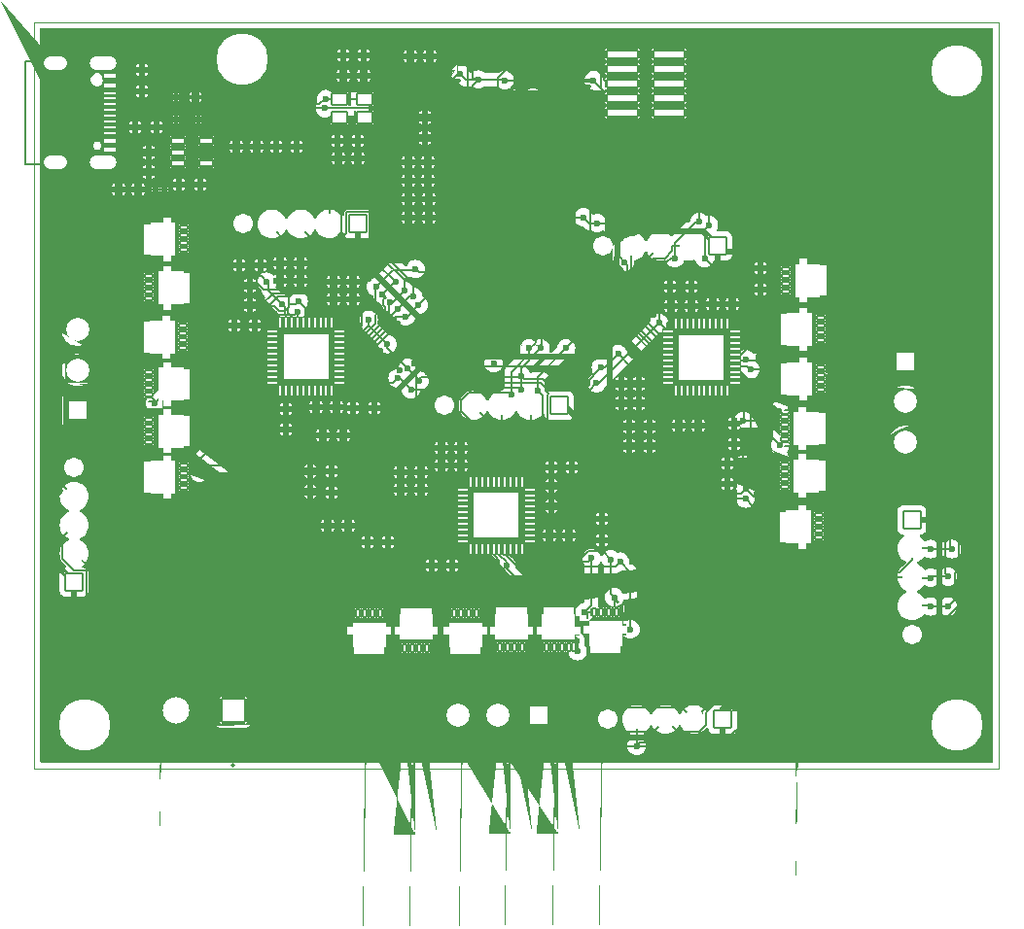
<source format=gtl>
G04 #@! TF.GenerationSoftware,KiCad,Pcbnew,8.0.7*
G04 #@! TF.CreationDate,2025-01-28T18:16:04+02:00*
G04 #@! TF.ProjectId,Wheelbase,57686565-6c62-4617-9365-2e6b69636164,rev?*
G04 #@! TF.SameCoordinates,Original*
G04 #@! TF.FileFunction,Copper,L1,Top*
G04 #@! TF.FilePolarity,Positive*
%FSLAX46Y46*%
G04 Gerber Fmt 4.6, Leading zero omitted, Abs format (unit mm)*
G04 Created by KiCad (PCBNEW 8.0.7) date 2025-01-28 18:16:04*
%MOMM*%
%LPD*%
G01*
G04 APERTURE LIST*
G04 Aperture macros list*
%AMRoundRect*
0 Rectangle with rounded corners*
0 $1 Rounding radius*
0 $2 $3 $4 $5 $6 $7 $8 $9 X,Y pos of 4 corners*
0 Add a 4 corners polygon primitive as box body*
4,1,4,$2,$3,$4,$5,$6,$7,$8,$9,$2,$3,0*
0 Add four circle primitives for the rounded corners*
1,1,$1+$1,$2,$3*
1,1,$1+$1,$4,$5*
1,1,$1+$1,$6,$7*
1,1,$1+$1,$8,$9*
0 Add four rect primitives between the rounded corners*
20,1,$1+$1,$2,$3,$4,$5,0*
20,1,$1+$1,$4,$5,$6,$7,0*
20,1,$1+$1,$6,$7,$8,$9,0*
20,1,$1+$1,$8,$9,$2,$3,0*%
%AMFreePoly0*
4,1,61,0.203536,1.753536,0.205000,1.750000,0.205000,1.305000,1.300000,1.305000,1.303536,1.303536,1.305000,1.300000,1.305000,1.190000,1.850000,1.190000,1.853536,1.188536,1.855000,1.185000,1.855000,0.765000,1.853536,0.761464,1.850000,0.760000,1.305000,0.760000,1.305000,0.540000,1.850000,0.540000,1.853536,0.538536,1.855000,0.535000,1.855000,0.115000,1.853536,0.111464,
1.850000,0.110000,1.305000,0.110000,1.305000,-0.110000,1.850000,-0.110000,1.853536,-0.111464,1.855000,-0.115000,1.855000,-0.535000,1.853536,-0.538536,1.850000,-0.540000,1.305000,-0.540000,1.305000,-0.760000,1.850000,-0.760000,1.853536,-0.761464,1.855000,-0.765000,1.855000,-1.185000,1.853536,-1.188536,1.850000,-1.190000,1.305000,-1.190000,1.305000,-1.300000,1.303536,-1.303536,
1.300000,-1.305000,0.205000,-1.305000,0.205000,-1.750000,0.203536,-1.753536,0.200000,-1.755000,-0.200000,-1.755000,-0.203536,-1.753536,-0.205000,-1.750000,-0.205000,-1.305000,-0.600000,-1.305000,-0.603536,-1.303536,-0.605000,-1.300000,-0.605000,1.300000,-0.603536,1.303536,-0.600000,1.305000,-0.205000,1.305000,-0.205000,1.750000,-0.203536,1.753536,-0.200000,1.755000,0.200000,1.755000,
0.203536,1.753536,0.203536,1.753536,$1*%
G04 Aperture macros list end*
G04 #@! TA.AperFunction,SMDPad,CuDef*
%ADD10RoundRect,0.237500X-0.250000X-0.237500X0.250000X-0.237500X0.250000X0.237500X-0.250000X0.237500X0*%
G04 #@! TD*
G04 #@! TA.AperFunction,SMDPad,CuDef*
%ADD11RoundRect,0.237500X-0.237500X0.250000X-0.237500X-0.250000X0.237500X-0.250000X0.237500X0.250000X0*%
G04 #@! TD*
G04 #@! TA.AperFunction,SMDPad,CuDef*
%ADD12RoundRect,0.237500X0.287500X0.237500X-0.287500X0.237500X-0.287500X-0.237500X0.287500X-0.237500X0*%
G04 #@! TD*
G04 #@! TA.AperFunction,SMDPad,CuDef*
%ADD13RoundRect,0.237500X-0.237500X0.287500X-0.237500X-0.287500X0.237500X-0.287500X0.237500X0.287500X0*%
G04 #@! TD*
G04 #@! TA.AperFunction,SMDPad,CuDef*
%ADD14R,1.150000X0.600000*%
G04 #@! TD*
G04 #@! TA.AperFunction,SMDPad,CuDef*
%ADD15R,1.150000X0.300000*%
G04 #@! TD*
G04 #@! TA.AperFunction,ComponentPad*
%ADD16O,2.150000X1.050000*%
G04 #@! TD*
G04 #@! TA.AperFunction,ComponentPad*
%ADD17O,1.850000X1.050000*%
G04 #@! TD*
G04 #@! TA.AperFunction,SMDPad,CuDef*
%ADD18RoundRect,0.237500X0.300000X0.237500X-0.300000X0.237500X-0.300000X-0.237500X0.300000X-0.237500X0*%
G04 #@! TD*
G04 #@! TA.AperFunction,SMDPad,CuDef*
%ADD19R,0.700000X0.420000*%
G04 #@! TD*
G04 #@! TA.AperFunction,SMDPad,CuDef*
%ADD20FreePoly0,180.000000*%
G04 #@! TD*
G04 #@! TA.AperFunction,SMDPad,CuDef*
%ADD21FreePoly0,0.000000*%
G04 #@! TD*
G04 #@! TA.AperFunction,SMDPad,CuDef*
%ADD22RoundRect,0.237500X0.237500X-0.300000X0.237500X0.300000X-0.237500X0.300000X-0.237500X-0.300000X0*%
G04 #@! TD*
G04 #@! TA.AperFunction,SMDPad,CuDef*
%ADD23RoundRect,0.237500X0.237500X-0.250000X0.237500X0.250000X-0.237500X0.250000X-0.237500X-0.250000X0*%
G04 #@! TD*
G04 #@! TA.AperFunction,SMDPad,CuDef*
%ADD24R,1.250000X0.600000*%
G04 #@! TD*
G04 #@! TA.AperFunction,SMDPad,CuDef*
%ADD25RoundRect,0.237500X-0.300000X-0.237500X0.300000X-0.237500X0.300000X0.237500X-0.300000X0.237500X0*%
G04 #@! TD*
G04 #@! TA.AperFunction,SMDPad,CuDef*
%ADD26R,1.400000X1.000000*%
G04 #@! TD*
G04 #@! TA.AperFunction,ComponentPad*
%ADD27R,1.508000X1.508000*%
G04 #@! TD*
G04 #@! TA.AperFunction,ComponentPad*
%ADD28C,1.508000*%
G04 #@! TD*
G04 #@! TA.AperFunction,SMDPad,CuDef*
%ADD29RoundRect,0.237500X0.250000X0.237500X-0.250000X0.237500X-0.250000X-0.237500X0.250000X-0.237500X0*%
G04 #@! TD*
G04 #@! TA.AperFunction,ComponentPad*
%ADD30R,2.100000X2.100000*%
G04 #@! TD*
G04 #@! TA.AperFunction,ComponentPad*
%ADD31C,2.100000*%
G04 #@! TD*
G04 #@! TA.AperFunction,SMDPad,CuDef*
%ADD32RoundRect,0.237500X-0.237500X0.300000X-0.237500X-0.300000X0.237500X-0.300000X0.237500X0.300000X0*%
G04 #@! TD*
G04 #@! TA.AperFunction,ComponentPad*
%ADD33C,0.700000*%
G04 #@! TD*
G04 #@! TA.AperFunction,ComponentPad*
%ADD34C,4.400000*%
G04 #@! TD*
G04 #@! TA.AperFunction,SMDPad,CuDef*
%ADD35RoundRect,0.237500X-0.287500X-0.237500X0.287500X-0.237500X0.287500X0.237500X-0.287500X0.237500X0*%
G04 #@! TD*
G04 #@! TA.AperFunction,SMDPad,CuDef*
%ADD36R,0.420000X0.700000*%
G04 #@! TD*
G04 #@! TA.AperFunction,SMDPad,CuDef*
%ADD37FreePoly0,270.000000*%
G04 #@! TD*
G04 #@! TA.AperFunction,SMDPad,CuDef*
%ADD38FreePoly0,90.000000*%
G04 #@! TD*
G04 #@! TA.AperFunction,SMDPad,CuDef*
%ADD39RoundRect,0.075000X-0.700000X-0.075000X0.700000X-0.075000X0.700000X0.075000X-0.700000X0.075000X0*%
G04 #@! TD*
G04 #@! TA.AperFunction,SMDPad,CuDef*
%ADD40RoundRect,0.075000X-0.075000X-0.700000X0.075000X-0.700000X0.075000X0.700000X-0.075000X0.700000X0*%
G04 #@! TD*
G04 #@! TA.AperFunction,SMDPad,CuDef*
%ADD41RoundRect,0.237500X0.237500X-0.287500X0.237500X0.287500X-0.237500X0.287500X-0.237500X-0.287500X0*%
G04 #@! TD*
G04 #@! TA.AperFunction,SMDPad,CuDef*
%ADD42RoundRect,0.030000X0.090000X-0.400000X0.090000X0.400000X-0.090000X0.400000X-0.090000X-0.400000X0*%
G04 #@! TD*
G04 #@! TA.AperFunction,SMDPad,CuDef*
%ADD43RoundRect,0.030000X0.400000X-0.090000X0.400000X0.090000X-0.400000X0.090000X-0.400000X-0.090000X0*%
G04 #@! TD*
G04 #@! TA.AperFunction,SMDPad,CuDef*
%ADD44R,4.150000X4.150000*%
G04 #@! TD*
G04 #@! TA.AperFunction,ComponentPad*
%ADD45R,1.800000X1.800000*%
G04 #@! TD*
G04 #@! TA.AperFunction,ComponentPad*
%ADD46C,1.800000*%
G04 #@! TD*
G04 #@! TA.AperFunction,SMDPad,CuDef*
%ADD47RoundRect,0.030000X-0.400000X-0.090000X0.400000X-0.090000X0.400000X0.090000X-0.400000X0.090000X0*%
G04 #@! TD*
G04 #@! TA.AperFunction,SMDPad,CuDef*
%ADD48RoundRect,0.030000X-0.090000X-0.400000X0.090000X-0.400000X0.090000X0.400000X-0.090000X0.400000X0*%
G04 #@! TD*
G04 #@! TA.AperFunction,SMDPad,CuDef*
%ADD49RoundRect,0.030000X-0.090000X0.400000X-0.090000X-0.400000X0.090000X-0.400000X0.090000X0.400000X0*%
G04 #@! TD*
G04 #@! TA.AperFunction,SMDPad,CuDef*
%ADD50RoundRect,0.030000X-0.400000X0.090000X-0.400000X-0.090000X0.400000X-0.090000X0.400000X0.090000X0*%
G04 #@! TD*
G04 #@! TA.AperFunction,SMDPad,CuDef*
%ADD51RoundRect,0.175000X-0.325000X0.175000X-0.325000X-0.175000X0.325000X-0.175000X0.325000X0.175000X0*%
G04 #@! TD*
G04 #@! TA.AperFunction,SMDPad,CuDef*
%ADD52RoundRect,0.150000X-0.150000X0.200000X-0.150000X-0.200000X0.150000X-0.200000X0.150000X0.200000X0*%
G04 #@! TD*
G04 #@! TA.AperFunction,SMDPad,CuDef*
%ADD53RoundRect,0.100000X0.217500X0.100000X-0.217500X0.100000X-0.217500X-0.100000X0.217500X-0.100000X0*%
G04 #@! TD*
G04 #@! TA.AperFunction,SMDPad,CuDef*
%ADD54R,2.790000X0.740000*%
G04 #@! TD*
G04 #@! TA.AperFunction,ViaPad*
%ADD55C,0.600000*%
G04 #@! TD*
G04 #@! TA.AperFunction,Conductor*
%ADD56C,0.200000*%
G04 #@! TD*
G04 #@! TA.AperFunction,Conductor*
%ADD57C,0.400000*%
G04 #@! TD*
G04 #@! TA.AperFunction,Conductor*
%ADD58C,0.500000*%
G04 #@! TD*
%ADD59C,0.750000*%
%ADD60O,2.354000X1.254000*%
%ADD61O,2.054000X1.254000*%
%ADD62RoundRect,0.102000X-0.754000X0.754000X-0.754000X-0.754000X0.754000X-0.754000X0.754000X0.754000X0*%
%ADD63C,1.712000*%
%ADD64RoundRect,0.102000X-0.754000X-0.754000X0.754000X-0.754000X0.754000X0.754000X-0.754000X0.754000X0*%
%ADD65RoundRect,0.102000X0.754000X-0.754000X0.754000X0.754000X-0.754000X0.754000X-0.754000X-0.754000X0*%
%ADD66RoundRect,0.102000X1.050000X1.050000X-1.050000X1.050000X-1.050000X-1.050000X1.050000X-1.050000X0*%
%ADD67C,2.304000*%
%ADD68C,0.800000*%
%ADD69C,4.500000*%
%ADD70RoundRect,0.102000X0.900000X0.900000X-0.900000X0.900000X-0.900000X-0.900000X0.900000X-0.900000X0*%
%ADD71C,2.004000*%
%ADD72RoundRect,0.102000X0.900000X-0.900000X0.900000X0.900000X-0.900000X0.900000X-0.900000X-0.900000X0*%
%ADD73RoundRect,0.102000X-0.900000X0.900000X-0.900000X-0.900000X0.900000X-0.900000X0.900000X0.900000X0*%
%ADD74C,0.010000*%
%ADD75RoundRect,0.262500X-0.275000X-0.262500X0.275000X-0.262500X0.275000X0.262500X-0.275000X0.262500X0*%
%ADD76RoundRect,0.262500X-0.262500X0.275000X-0.262500X-0.275000X0.262500X-0.275000X0.262500X0.275000X0*%
%ADD77RoundRect,0.262500X0.312500X0.262500X-0.312500X0.262500X-0.312500X-0.262500X0.312500X-0.262500X0*%
%ADD78RoundRect,0.262500X-0.262500X0.312500X-0.262500X-0.312500X0.262500X-0.312500X0.262500X0.312500X0*%
%ADD79RoundRect,0.102000X-0.575000X0.300000X-0.575000X-0.300000X0.575000X-0.300000X0.575000X0.300000X0*%
%ADD80RoundRect,0.102000X-0.575000X0.150000X-0.575000X-0.150000X0.575000X-0.150000X0.575000X0.150000X0*%
%ADD81RoundRect,0.262500X0.325000X0.262500X-0.325000X0.262500X-0.325000X-0.262500X0.325000X-0.262500X0*%
%ADD82RoundRect,0.102000X0.350000X0.210000X-0.350000X0.210000X-0.350000X-0.210000X0.350000X-0.210000X0*%
%ADD83RoundRect,0.102000X-0.350000X-0.210000X0.350000X-0.210000X0.350000X0.210000X-0.350000X0.210000X0*%
%ADD84RoundRect,0.262500X0.262500X-0.325000X0.262500X0.325000X-0.262500X0.325000X-0.262500X-0.325000X0*%
%ADD85RoundRect,0.262500X0.262500X-0.275000X0.262500X0.275000X-0.262500X0.275000X-0.262500X-0.275000X0*%
%ADD86RoundRect,0.102000X-0.625000X-0.300000X0.625000X-0.300000X0.625000X0.300000X-0.625000X0.300000X0*%
%ADD87RoundRect,0.262500X-0.325000X-0.262500X0.325000X-0.262500X0.325000X0.262500X-0.325000X0.262500X0*%
%ADD88RoundRect,0.102000X0.700000X0.500000X-0.700000X0.500000X-0.700000X-0.500000X0.700000X-0.500000X0*%
%ADD89RoundRect,0.262500X0.275000X0.262500X-0.275000X0.262500X-0.275000X-0.262500X0.275000X-0.262500X0*%
%ADD90RoundRect,0.262500X-0.262500X0.325000X-0.262500X-0.325000X0.262500X-0.325000X0.262500X0.325000X0*%
%ADD91RoundRect,0.262500X-0.312500X-0.262500X0.312500X-0.262500X0.312500X0.262500X-0.312500X0.262500X0*%
%ADD92RoundRect,0.102000X-0.210000X0.350000X-0.210000X-0.350000X0.210000X-0.350000X0.210000X0.350000X0*%
%ADD93RoundRect,0.102000X0.210000X-0.350000X0.210000X0.350000X-0.210000X0.350000X-0.210000X-0.350000X0*%
%ADD94RoundRect,0.100000X-0.725000X-0.100000X0.725000X-0.100000X0.725000X0.100000X-0.725000X0.100000X0*%
%ADD95RoundRect,0.100000X-0.100000X-0.725000X0.100000X-0.725000X0.100000X0.725000X-0.100000X0.725000X0*%
%ADD96RoundRect,0.262500X0.262500X-0.312500X0.262500X0.312500X-0.262500X0.312500X-0.262500X-0.312500X0*%
%ADD97RoundRect,0.055500X0.166500X-0.476500X0.166500X0.476500X-0.166500X0.476500X-0.166500X-0.476500X0*%
%ADD98RoundRect,0.055500X0.476500X-0.166500X0.476500X0.166500X-0.476500X0.166500X-0.476500X-0.166500X0*%
%ADD99RoundRect,0.102000X2.075000X-2.075000X2.075000X2.075000X-2.075000X2.075000X-2.075000X-2.075000X0*%
%ADD100RoundRect,0.055500X-0.476500X-0.166500X0.476500X-0.166500X0.476500X0.166500X-0.476500X0.166500X0*%
%ADD101RoundRect,0.055500X-0.166500X-0.476500X0.166500X-0.476500X0.166500X0.476500X-0.166500X0.476500X0*%
%ADD102RoundRect,0.102000X-2.075000X-2.075000X2.075000X-2.075000X2.075000X2.075000X-2.075000X2.075000X0*%
%ADD103RoundRect,0.055500X-0.166500X0.476500X-0.166500X-0.476500X0.166500X-0.476500X0.166500X0.476500X0*%
%ADD104RoundRect,0.055500X-0.476500X0.166500X-0.476500X-0.166500X0.476500X-0.166500X0.476500X0.166500X0*%
%ADD105RoundRect,0.102000X-2.075000X2.075000X-2.075000X-2.075000X2.075000X-2.075000X2.075000X2.075000X0*%
%ADD106RoundRect,0.200000X-0.350000X0.200000X-0.350000X-0.200000X0.350000X-0.200000X0.350000X0.200000X0*%
%ADD107RoundRect,0.175000X-0.175000X0.225000X-0.175000X-0.225000X0.175000X-0.225000X0.175000X0.225000X0*%
%ADD108RoundRect,0.125000X0.242500X0.125000X-0.242500X0.125000X-0.242500X-0.125000X0.242500X-0.125000X0*%
%ADD109RoundRect,0.102000X1.395000X-0.370000X1.395000X0.370000X-1.395000X0.370000X-1.395000X-0.370000X0*%
%ADD110RoundRect,0.237500X-0.250000X-0.237500X0.250000X-0.237500X0.250000X0.237500X-0.250000X0.237500X0*%
%ADD111RoundRect,0.237500X-0.237500X0.250000X-0.237500X-0.250000X0.237500X-0.250000X0.237500X0.250000X0*%
%ADD112RoundRect,0.237500X0.287500X0.237500X-0.287500X0.237500X-0.287500X-0.237500X0.287500X-0.237500X0*%
%ADD113RoundRect,0.237500X-0.237500X0.287500X-0.237500X-0.287500X0.237500X-0.287500X0.237500X0.287500X0*%
%ADD114R,1.150000X0.600000*%
%ADD115R,1.150000X0.300000*%
%ADD116RoundRect,0.237500X0.300000X0.237500X-0.300000X0.237500X-0.300000X-0.237500X0.300000X-0.237500X0*%
%ADD117R,0.700000X0.420000*%
%ADD118RoundRect,0.237500X0.237500X-0.300000X0.237500X0.300000X-0.237500X0.300000X-0.237500X-0.300000X0*%
%ADD119RoundRect,0.237500X0.237500X-0.250000X0.237500X0.250000X-0.237500X0.250000X-0.237500X-0.250000X0*%
%ADD120R,1.250000X0.600000*%
%ADD121RoundRect,0.237500X-0.300000X-0.237500X0.300000X-0.237500X0.300000X0.237500X-0.300000X0.237500X0*%
%ADD122R,1.400000X1.000000*%
%ADD123RoundRect,0.237500X0.250000X0.237500X-0.250000X0.237500X-0.250000X-0.237500X0.250000X-0.237500X0*%
%ADD124RoundRect,0.237500X-0.237500X0.300000X-0.237500X-0.300000X0.237500X-0.300000X0.237500X0.300000X0*%
%ADD125RoundRect,0.237500X-0.287500X-0.237500X0.287500X-0.237500X0.287500X0.237500X-0.287500X0.237500X0*%
%ADD126R,0.420000X0.700000*%
%ADD127RoundRect,0.075000X-0.700000X-0.075000X0.700000X-0.075000X0.700000X0.075000X-0.700000X0.075000X0*%
%ADD128RoundRect,0.075000X-0.075000X-0.700000X0.075000X-0.700000X0.075000X0.700000X-0.075000X0.700000X0*%
%ADD129RoundRect,0.237500X0.237500X-0.287500X0.237500X0.287500X-0.237500X0.287500X-0.237500X-0.287500X0*%
%ADD130RoundRect,0.030000X0.090000X-0.400000X0.090000X0.400000X-0.090000X0.400000X-0.090000X-0.400000X0*%
%ADD131RoundRect,0.030000X0.400000X-0.090000X0.400000X0.090000X-0.400000X0.090000X-0.400000X-0.090000X0*%
%ADD132RoundRect,0.030000X-0.400000X-0.090000X0.400000X-0.090000X0.400000X0.090000X-0.400000X0.090000X0*%
%ADD133RoundRect,0.030000X-0.090000X-0.400000X0.090000X-0.400000X0.090000X0.400000X-0.090000X0.400000X0*%
%ADD134RoundRect,0.030000X-0.090000X0.400000X-0.090000X-0.400000X0.090000X-0.400000X0.090000X0.400000X0*%
%ADD135RoundRect,0.030000X-0.400000X0.090000X-0.400000X-0.090000X0.400000X-0.090000X0.400000X0.090000X0*%
%ADD136RoundRect,0.175000X-0.325000X0.175000X-0.325000X-0.175000X0.325000X-0.175000X0.325000X0.175000X0*%
%ADD137RoundRect,0.150000X-0.150000X0.200000X-0.150000X-0.200000X0.150000X-0.200000X0.150000X0.200000X0*%
%ADD138RoundRect,0.090000X0.139000X0.090000X-0.139000X0.090000X-0.139000X-0.090000X0.139000X-0.090000X0*%
%ADD139R,2.790000X0.740000*%
%ADD140C,0.100000*%
%ADD141C,0.150000*%
%ADD142C,0.120000*%
%ADD143C,0.127000*%
%ADD144C,0.200000*%
G04 #@! TA.AperFunction,Profile*
%ADD145C,0.050000*%
G04 #@! TD*
G04 APERTURE END LIST*
D10*
X135537500Y-76600000D03*
X133712500Y-76600000D03*
D11*
X138550000Y-104887500D03*
X138550000Y-106712500D03*
D12*
X130275000Y-76625000D03*
X132025000Y-76625000D03*
D13*
X136725000Y-104875000D03*
X136725000Y-106625000D03*
D14*
X119220000Y-70450000D03*
X119220000Y-71250000D03*
D15*
X119220000Y-72400000D03*
X119220000Y-73400000D03*
X119220000Y-73900000D03*
X119220000Y-74900000D03*
D14*
X119220000Y-76850000D03*
X119220000Y-76050000D03*
D15*
X119220000Y-75400000D03*
X119220000Y-74400000D03*
X119220000Y-72900000D03*
X119220000Y-71900000D03*
D16*
X118655000Y-69330000D03*
X118655000Y-77970000D03*
D17*
X114475000Y-69330000D03*
X114475000Y-77970000D03*
D18*
X146937500Y-77950000D03*
X145212500Y-77950000D03*
D19*
X181110000Y-93455000D03*
X181110000Y-92805000D03*
X181110000Y-92155000D03*
X181110000Y-91505000D03*
D20*
X179610000Y-92480000D03*
D19*
X122675000Y-100350000D03*
X122675000Y-101000000D03*
X122675000Y-101650000D03*
X122675000Y-102300000D03*
D21*
X124175000Y-101325000D03*
D19*
X125637500Y-94125000D03*
X125637500Y-93475000D03*
X125637500Y-92825000D03*
X125637500Y-92175000D03*
D20*
X124137500Y-93150000D03*
D10*
X147262500Y-113100000D03*
X149087500Y-113100000D03*
X140462500Y-99350000D03*
X142287500Y-99350000D03*
D19*
X181110000Y-97755000D03*
X181110000Y-97105000D03*
X181110000Y-96455000D03*
X181110000Y-95805000D03*
D20*
X179610000Y-96780000D03*
D22*
X165310000Y-98967500D03*
X165310000Y-97242500D03*
D18*
X139975000Y-109650000D03*
X138250000Y-109650000D03*
D19*
X178010000Y-100130000D03*
X178010000Y-100780000D03*
X178010000Y-101430000D03*
X178010000Y-102080000D03*
D21*
X179510000Y-101105000D03*
D23*
X173610000Y-102517500D03*
X173610000Y-100692500D03*
D24*
X125175000Y-76130000D03*
X125175000Y-77080000D03*
X125175000Y-78030000D03*
X127675000Y-78030000D03*
X127675000Y-76130000D03*
D18*
X140837500Y-77650000D03*
X139112500Y-77650000D03*
D25*
X148112500Y-104350000D03*
X149837500Y-104350000D03*
D26*
X141475000Y-72450000D03*
X139275000Y-72450000D03*
X139275000Y-74050000D03*
X141475000Y-74050000D03*
D27*
X116150000Y-114550000D03*
D28*
X116150000Y-112050000D03*
X116150000Y-109550000D03*
X116150000Y-107050000D03*
X116150000Y-104550000D03*
D29*
X132337500Y-86925000D03*
X130512500Y-86925000D03*
D22*
X131475000Y-90437500D03*
X131475000Y-88712500D03*
D27*
X158375000Y-99150000D03*
D28*
X155875000Y-99150000D03*
X153375000Y-99150000D03*
X150875000Y-99150000D03*
X148375000Y-99150000D03*
D23*
X173010000Y-106017500D03*
X173010000Y-104192500D03*
D27*
X140875000Y-83325000D03*
D28*
X138375000Y-83325000D03*
X135875000Y-83325000D03*
X133375000Y-83325000D03*
X130875000Y-83325000D03*
D27*
X189075000Y-109100000D03*
D28*
X189075000Y-111600000D03*
X189075000Y-114100000D03*
X189075000Y-116600000D03*
X189075000Y-119100000D03*
D29*
X141387500Y-68650000D03*
X139562500Y-68650000D03*
D30*
X129975000Y-125687500D03*
D31*
X124975000Y-125687500D03*
D32*
X163810000Y-97242500D03*
X163810000Y-98967500D03*
D25*
X157512500Y-110450000D03*
X159237500Y-110450000D03*
D11*
X162075000Y-109037500D03*
X162075000Y-110862500D03*
D33*
X191350000Y-127000000D03*
X191833274Y-125833274D03*
X191833274Y-128166726D03*
X193000000Y-125350000D03*
D34*
X193000000Y-127000000D03*
D33*
X193000000Y-128650000D03*
X194166726Y-125833274D03*
X194166726Y-128166726D03*
X194650000Y-127000000D03*
D35*
X137200000Y-99250000D03*
X138950000Y-99250000D03*
D36*
X151150000Y-117250000D03*
X150500000Y-117250000D03*
X149850000Y-117250000D03*
X149200000Y-117250000D03*
D37*
X150175000Y-118750000D03*
D36*
X153200000Y-120212500D03*
X153850000Y-120212500D03*
X154500000Y-120212500D03*
X155150000Y-120212500D03*
D38*
X154175000Y-118712500D03*
D11*
X122075000Y-69917500D03*
X122075000Y-71742500D03*
D29*
X140887500Y-76050000D03*
X139062500Y-76050000D03*
D19*
X122675000Y-96275000D03*
X122675000Y-96925000D03*
X122675000Y-97575000D03*
X122675000Y-98225000D03*
D21*
X124175000Y-97250000D03*
D36*
X144900000Y-120250000D03*
X145550000Y-120250000D03*
X146200000Y-120250000D03*
X146850000Y-120250000D03*
D38*
X145875000Y-118750000D03*
D22*
X146675000Y-75812500D03*
X146675000Y-74087500D03*
D25*
X171712500Y-90350000D03*
X173437500Y-90350000D03*
D18*
X146937500Y-79550000D03*
X145212500Y-79550000D03*
D23*
X134575000Y-101262500D03*
X134575000Y-99437500D03*
D19*
X125675000Y-106325000D03*
X125675000Y-105675000D03*
X125675000Y-105025000D03*
X125675000Y-104375000D03*
D20*
X124175000Y-105350000D03*
D39*
X148950000Y-70825000D03*
X148950000Y-71325000D03*
X148950000Y-71825000D03*
X148950000Y-72325000D03*
X148950000Y-72825000D03*
X148950000Y-73325000D03*
X148950000Y-73825000D03*
X148950000Y-74325000D03*
X148950000Y-74825000D03*
X148950000Y-75325000D03*
X148950000Y-75825000D03*
X148950000Y-76325000D03*
X148950000Y-76825000D03*
X148950000Y-77325000D03*
X148950000Y-77825000D03*
X148950000Y-78325000D03*
D40*
X150875000Y-80250000D03*
X151375000Y-80250000D03*
X151875000Y-80250000D03*
X152375000Y-80250000D03*
X152875000Y-80250000D03*
X153375000Y-80250000D03*
X153875000Y-80250000D03*
X154375000Y-80250000D03*
X154875000Y-80250000D03*
X155375000Y-80250000D03*
X155875000Y-80250000D03*
X156375000Y-80250000D03*
X156875000Y-80250000D03*
X157375000Y-80250000D03*
X157875000Y-80250000D03*
X158375000Y-80250000D03*
D39*
X160300000Y-78325000D03*
X160300000Y-77825000D03*
X160300000Y-77325000D03*
X160300000Y-76825000D03*
X160300000Y-76325000D03*
X160300000Y-75825000D03*
X160300000Y-75325000D03*
X160300000Y-74825000D03*
X160300000Y-74325000D03*
X160300000Y-73825000D03*
X160300000Y-73325000D03*
X160300000Y-72825000D03*
X160300000Y-72325000D03*
X160300000Y-71825000D03*
X160300000Y-71325000D03*
X160300000Y-70825000D03*
D40*
X158375000Y-68900000D03*
X157875000Y-68900000D03*
X157375000Y-68900000D03*
X156875000Y-68900000D03*
X156375000Y-68900000D03*
X155875000Y-68900000D03*
X155375000Y-68900000D03*
X154875000Y-68900000D03*
X154375000Y-68900000D03*
X153875000Y-68900000D03*
X153375000Y-68900000D03*
X152875000Y-68900000D03*
X152375000Y-68900000D03*
X151875000Y-68900000D03*
X151375000Y-68900000D03*
X150875000Y-68900000D03*
D33*
X129150000Y-69000000D03*
X129633274Y-67833274D03*
X129633274Y-70166726D03*
X130800000Y-67350000D03*
D34*
X130800000Y-69000000D03*
D33*
X130800000Y-70650000D03*
X131966726Y-67833274D03*
X131966726Y-70166726D03*
X132450000Y-69000000D03*
D27*
X172175000Y-85250000D03*
D28*
X169675000Y-85250000D03*
X167175000Y-85250000D03*
X164675000Y-85250000D03*
X162175000Y-85250000D03*
D33*
X115383274Y-126983274D03*
X115866548Y-125816548D03*
X115866548Y-128150000D03*
X117033274Y-125333274D03*
D34*
X117033274Y-126983274D03*
D33*
X117033274Y-128633274D03*
X118200000Y-125816548D03*
X118200000Y-128150000D03*
X118683274Y-126983274D03*
D18*
X170472500Y-100905000D03*
X168747500Y-100905000D03*
D19*
X122675000Y-87875000D03*
X122675000Y-88525000D03*
X122675000Y-89175000D03*
X122675000Y-89825000D03*
D21*
X124175000Y-88850000D03*
D35*
X145400000Y-68750000D03*
X147150000Y-68750000D03*
D25*
X139612500Y-70450000D03*
X141337500Y-70450000D03*
D10*
X168062500Y-88750000D03*
X169887500Y-88750000D03*
D41*
X157675000Y-107925000D03*
X157675000Y-106175000D03*
D18*
X147000000Y-81150000D03*
X145275000Y-81150000D03*
D25*
X137812500Y-101750000D03*
X139537500Y-101750000D03*
D29*
X131887500Y-92150000D03*
X130062500Y-92150000D03*
D19*
X181010000Y-110655000D03*
X181010000Y-110005000D03*
X181010000Y-109355000D03*
X181010000Y-108705000D03*
D20*
X179510000Y-109680000D03*
D32*
X166275000Y-100987500D03*
X166275000Y-102712500D03*
D18*
X140437500Y-88350000D03*
X138712500Y-88350000D03*
D36*
X157300000Y-120212500D03*
X157950000Y-120212500D03*
X158600000Y-120212500D03*
X159250000Y-120212500D03*
D38*
X158275000Y-118712500D03*
D18*
X135837500Y-86750000D03*
X134112500Y-86750000D03*
X146337500Y-106450000D03*
X144612500Y-106450000D03*
D42*
X168525000Y-97890000D03*
X169025000Y-97890000D03*
X169525000Y-97890000D03*
X170025000Y-97890000D03*
X170525000Y-97890000D03*
X171025000Y-97890000D03*
X171525000Y-97890000D03*
X172025000Y-97890000D03*
X172525000Y-97890000D03*
X173025000Y-97890000D03*
D43*
X173710000Y-97205000D03*
X173710000Y-96705000D03*
X173710000Y-96205000D03*
X173710000Y-95705000D03*
X173710000Y-95205000D03*
X173710000Y-94705000D03*
X173710000Y-94205000D03*
X173710000Y-93705000D03*
X173710000Y-93205000D03*
X173710000Y-92705000D03*
D42*
X173025000Y-92020000D03*
X172525000Y-92020000D03*
X172025000Y-92020000D03*
X171525000Y-92020000D03*
X171025000Y-92020000D03*
X170525000Y-92020000D03*
X170025000Y-92020000D03*
X169525000Y-92020000D03*
X169025000Y-92020000D03*
X168525000Y-92020000D03*
D43*
X167840000Y-92705000D03*
X167840000Y-93205000D03*
X167840000Y-93705000D03*
X167840000Y-94205000D03*
X167840000Y-94705000D03*
X167840000Y-95205000D03*
X167840000Y-95705000D03*
X167840000Y-96205000D03*
X167840000Y-96705000D03*
X167840000Y-97205000D03*
D44*
X170775000Y-94955000D03*
D36*
X142775000Y-117250000D03*
X142125000Y-117250000D03*
X141475000Y-117250000D03*
X140825000Y-117250000D03*
D37*
X141800000Y-118750000D03*
D18*
X147000000Y-82750000D03*
X145275000Y-82750000D03*
D11*
X175910000Y-87192500D03*
X175910000Y-89017500D03*
D25*
X138712500Y-89850000D03*
X140437500Y-89850000D03*
D45*
X156575000Y-126150000D03*
D46*
X153075000Y-126150000D03*
X149575000Y-126150000D03*
D19*
X125675000Y-85600000D03*
X125675000Y-84950000D03*
X125675000Y-84300000D03*
X125675000Y-83650000D03*
D20*
X124175000Y-84625000D03*
D19*
X178110000Y-87230000D03*
X178110000Y-87880000D03*
X178110000Y-88530000D03*
X178110000Y-89180000D03*
D21*
X179610000Y-88205000D03*
D29*
X127112500Y-79925000D03*
X125287500Y-79925000D03*
D45*
X116475000Y-99550000D03*
D46*
X116475000Y-96050000D03*
X116475000Y-92550000D03*
D36*
X163350000Y-117150000D03*
X162700000Y-117150000D03*
X162050000Y-117150000D03*
X161400000Y-117150000D03*
D37*
X162375000Y-118650000D03*
D12*
X169850000Y-90450000D03*
X168100000Y-90450000D03*
D10*
X141662500Y-111050000D03*
X143487500Y-111050000D03*
D18*
X149837500Y-102850000D03*
X148112500Y-102850000D03*
X121737500Y-80330000D03*
X120012500Y-80330000D03*
D47*
X149975000Y-106455000D03*
X149975000Y-106955000D03*
X149975000Y-107455000D03*
X149975000Y-107955000D03*
X149975000Y-108455000D03*
X149975000Y-108955000D03*
X149975000Y-109455000D03*
X149975000Y-109955000D03*
X149975000Y-110455000D03*
X149975000Y-110955000D03*
D48*
X150660000Y-111640000D03*
X151160000Y-111640000D03*
X151660000Y-111640000D03*
X152160000Y-111640000D03*
X152660000Y-111640000D03*
X153160000Y-111640000D03*
X153660000Y-111640000D03*
X154160000Y-111640000D03*
X154660000Y-111640000D03*
X155160000Y-111640000D03*
D47*
X155845000Y-110955000D03*
X155845000Y-110455000D03*
X155845000Y-109955000D03*
X155845000Y-109455000D03*
X155845000Y-108955000D03*
X155845000Y-108455000D03*
X155845000Y-107955000D03*
X155845000Y-107455000D03*
X155845000Y-106955000D03*
X155845000Y-106455000D03*
D48*
X155160000Y-105770000D03*
X154660000Y-105770000D03*
X154160000Y-105770000D03*
X153660000Y-105770000D03*
X153160000Y-105770000D03*
X152660000Y-105770000D03*
X152160000Y-105770000D03*
X151660000Y-105770000D03*
X151160000Y-105770000D03*
X150660000Y-105770000D03*
D44*
X152910000Y-108705000D03*
D32*
X122675000Y-77067500D03*
X122675000Y-78792500D03*
D49*
X138590000Y-91965000D03*
X138090000Y-91965000D03*
X137590000Y-91965000D03*
X137090000Y-91965000D03*
X136590000Y-91965000D03*
X136090000Y-91965000D03*
X135590000Y-91965000D03*
X135090000Y-91965000D03*
X134590000Y-91965000D03*
X134090000Y-91965000D03*
D50*
X133405000Y-92650000D03*
X133405000Y-93150000D03*
X133405000Y-93650000D03*
X133405000Y-94150000D03*
X133405000Y-94650000D03*
X133405000Y-95150000D03*
X133405000Y-95650000D03*
X133405000Y-96150000D03*
X133405000Y-96650000D03*
X133405000Y-97150000D03*
D49*
X134090000Y-97835000D03*
X134590000Y-97835000D03*
X135090000Y-97835000D03*
X135590000Y-97835000D03*
X136090000Y-97835000D03*
X136590000Y-97835000D03*
X137090000Y-97835000D03*
X137590000Y-97835000D03*
X138090000Y-97835000D03*
X138590000Y-97835000D03*
D50*
X139275000Y-97150000D03*
X139275000Y-96650000D03*
X139275000Y-96150000D03*
X139275000Y-95650000D03*
X139275000Y-95150000D03*
X139275000Y-94650000D03*
X139275000Y-94150000D03*
X139275000Y-93650000D03*
X139275000Y-93150000D03*
X139275000Y-92650000D03*
D44*
X136340000Y-94900000D03*
D51*
X126725000Y-72250000D03*
D52*
X125025000Y-72250000D03*
X125025000Y-74250000D03*
X126925000Y-74250000D03*
D53*
X124020000Y-80330000D03*
X123205000Y-80330000D03*
D45*
X188510000Y-95305000D03*
D46*
X188510000Y-98805000D03*
X188510000Y-102305000D03*
D32*
X164475000Y-100987500D03*
X164475000Y-102712500D03*
D19*
X178010000Y-104255000D03*
X178010000Y-104905000D03*
X178010000Y-105555000D03*
X178010000Y-106205000D03*
D21*
X179510000Y-105230000D03*
D29*
X123287500Y-74930000D03*
X121462500Y-74930000D03*
D18*
X146337500Y-104950000D03*
X144612500Y-104950000D03*
D10*
X157662500Y-104550000D03*
X159487500Y-104550000D03*
D33*
X191350000Y-70000000D03*
X191833274Y-68833274D03*
X191833274Y-71166726D03*
X193000000Y-68350000D03*
D34*
X193000000Y-70000000D03*
D33*
X193000000Y-71650000D03*
X194166726Y-68833274D03*
X194166726Y-71166726D03*
X194650000Y-70000000D03*
D54*
X167975000Y-73650000D03*
X163905000Y-73650000D03*
X167975000Y-72380000D03*
X163905000Y-72380000D03*
X167975000Y-71110000D03*
X163905000Y-71110000D03*
X167975000Y-69840000D03*
X163905000Y-69840000D03*
X167975000Y-68570000D03*
X163905000Y-68570000D03*
D18*
X135837500Y-88250000D03*
X134112500Y-88250000D03*
D27*
X172625000Y-126500000D03*
D28*
X170125000Y-126500000D03*
X167625000Y-126500000D03*
X165125000Y-126500000D03*
X162625000Y-126500000D03*
D55*
X137825000Y-105950000D03*
X135725000Y-103875000D03*
X139150000Y-107975000D03*
X139950000Y-104875000D03*
X138250000Y-103600000D03*
X139100000Y-106725000D03*
X136175000Y-76550000D03*
X159125612Y-71425000D03*
X159275000Y-110950000D03*
X144599265Y-81025735D03*
X137175000Y-82350000D03*
X166975000Y-87350000D03*
X143975000Y-106450000D03*
X126475000Y-68050000D03*
X186275000Y-79250000D03*
X170743621Y-89792160D03*
X163975000Y-102750000D03*
X187675000Y-90250000D03*
X121375000Y-77050000D03*
X180875000Y-127950000D03*
X173375000Y-89650000D03*
X169675000Y-72450000D03*
X152675000Y-78950000D03*
X173375000Y-86875000D03*
X146975000Y-96250000D03*
X144675000Y-79550000D03*
X141475000Y-77650000D03*
X169475000Y-68550000D03*
X143275000Y-97850000D03*
X138575000Y-71550000D03*
X182409814Y-119484641D03*
X151060000Y-104850000D03*
X156475000Y-111850000D03*
X143075000Y-103150000D03*
X147975000Y-94250000D03*
X119975000Y-76850000D03*
X138975000Y-70550000D03*
X159175000Y-127350000D03*
X143875000Y-112950000D03*
X142775000Y-69950000D03*
X157775000Y-96750000D03*
X161675000Y-68550000D03*
X158175000Y-100850000D03*
X173840000Y-97550000D03*
X114975000Y-103050000D03*
X126675000Y-71650000D03*
X157975000Y-81424388D03*
X150411269Y-111566000D03*
X172350000Y-129700000D03*
X123970000Y-74750000D03*
X181800000Y-84150000D03*
X138175000Y-117750000D03*
X143075000Y-73950000D03*
X158650000Y-108104341D03*
X169000000Y-78700000D03*
X140475000Y-96550000D03*
X144615904Y-78090904D03*
X148541143Y-79298315D03*
X172875000Y-102550000D03*
X184054575Y-87062146D03*
X149875000Y-111250000D03*
X136375000Y-101750000D03*
X158875000Y-73450000D03*
X118249265Y-118375735D03*
X194075000Y-121450000D03*
X136736391Y-71781287D03*
X133275000Y-92250000D03*
X137575000Y-74450000D03*
X141075000Y-111050000D03*
X173675000Y-84450000D03*
X130375000Y-106750000D03*
X166175000Y-103450000D03*
X160775000Y-111050000D03*
X161575000Y-80650000D03*
X119575000Y-82050000D03*
X114775000Y-117950000D03*
X143875000Y-105150000D03*
X161875000Y-94150000D03*
X147375000Y-75650000D03*
X163833099Y-98280000D03*
X151363372Y-81351784D03*
X123175000Y-78850000D03*
X157575000Y-83350000D03*
X168975000Y-83250000D03*
X154550000Y-77300000D03*
X160775000Y-95750000D03*
X141375000Y-74850000D03*
X173475000Y-124650000D03*
X157775000Y-94050000D03*
X147975000Y-86850000D03*
X173375000Y-97950000D03*
X126425000Y-127250000D03*
X120000183Y-70494038D03*
X161907413Y-75403332D03*
X144475000Y-96050000D03*
X138775000Y-68850000D03*
X121475000Y-98750000D03*
X188950000Y-129050000D03*
X132575000Y-91950000D03*
X166575000Y-91250000D03*
X151375000Y-67750000D03*
X128075000Y-74050000D03*
X119975000Y-79750000D03*
X162675000Y-109050000D03*
X132325000Y-86375000D03*
X183875000Y-92350000D03*
X155775000Y-81750000D03*
X134975000Y-101250000D03*
X193275000Y-74250000D03*
X166975000Y-96805000D03*
X123515166Y-72039339D03*
X148175000Y-82050000D03*
X139575000Y-98050000D03*
X168075000Y-116050000D03*
X175375000Y-114550000D03*
X169575000Y-71150000D03*
X133675000Y-91806000D03*
X140146256Y-92316442D03*
X115275000Y-85350000D03*
X161575000Y-98750000D03*
X115275000Y-90250000D03*
X134675000Y-102750000D03*
X124475000Y-77150000D03*
X162975000Y-100850000D03*
X160275000Y-90750000D03*
X143275000Y-100250000D03*
X140275000Y-101750000D03*
X155575000Y-111650000D03*
X176375000Y-87150000D03*
X127950000Y-85475000D03*
X147275000Y-72050000D03*
X113675000Y-83350000D03*
X142775000Y-94350000D03*
X190375000Y-104100000D03*
X138975000Y-87650000D03*
X165775000Y-94850000D03*
X166750000Y-79800000D03*
X155981814Y-105544351D03*
X114275000Y-129250000D03*
X195175000Y-97450000D03*
X173775000Y-92450000D03*
X155975000Y-95950000D03*
X161875000Y-87350000D03*
X122875000Y-69850000D03*
X187375000Y-124250000D03*
X170675000Y-102350000D03*
X121575000Y-91150000D03*
X144275000Y-92050000D03*
X169675000Y-87150000D03*
X145875000Y-126650000D03*
X141675000Y-85350000D03*
X145775000Y-95450000D03*
X137175000Y-100250000D03*
X141775000Y-88150000D03*
X181375000Y-73050000D03*
X118175000Y-79350000D03*
X153975000Y-81750000D03*
X147575000Y-102650000D03*
X134800000Y-88249313D03*
X160075000Y-98650000D03*
X173575000Y-105950000D03*
X139675000Y-85450000D03*
X133975000Y-126550000D03*
X146675000Y-113150000D03*
X144575000Y-82750000D03*
X133375000Y-97450000D03*
X118675000Y-106950000D03*
X136075000Y-85650000D03*
X192875000Y-84150000D03*
X155675000Y-74050000D03*
X134075000Y-86150000D03*
X154075000Y-75150000D03*
X175175000Y-68250000D03*
X152875000Y-67810648D03*
X130075000Y-77650000D03*
X114050000Y-66975000D03*
X147815294Y-76278291D03*
X187275000Y-113063418D03*
X190725000Y-114150000D03*
X192225000Y-114050000D03*
X171405331Y-83419669D03*
X144300919Y-96775919D03*
X171033834Y-86320392D03*
X145461581Y-97736581D03*
X167075000Y-91950000D03*
X161625000Y-97200000D03*
X192225000Y-116650000D03*
X190725000Y-116650000D03*
X161682800Y-83250000D03*
X163143312Y-84018312D03*
X160482800Y-82750000D03*
X164075000Y-86650000D03*
X145025000Y-91400000D03*
X146135661Y-90389338D03*
X190725000Y-111650000D03*
X192575000Y-111650000D03*
X137975000Y-73250000D03*
X156100000Y-72325000D03*
X163502000Y-94674473D03*
X155075000Y-97750000D03*
X156775000Y-94166023D03*
X146211581Y-96986581D03*
X155075000Y-96550000D03*
X162002000Y-95850000D03*
X141794000Y-91673272D03*
X155075000Y-96550000D03*
X145200919Y-95875919D03*
X143428026Y-93803026D03*
X165125000Y-128802000D03*
X142425000Y-88800000D03*
X145875000Y-87250000D03*
X158975000Y-94166023D03*
X156475000Y-97850000D03*
X138075000Y-72450000D03*
X154475000Y-72450000D03*
X168457276Y-86306836D03*
X151475000Y-74450000D03*
X150275000Y-74350000D03*
X159344588Y-79438903D03*
X170575000Y-83150000D03*
X161817665Y-78984865D03*
X155775000Y-94166023D03*
X154208114Y-98212747D03*
X161375000Y-70812500D03*
X165975000Y-73650000D03*
X149775000Y-70250000D03*
X153628000Y-70803000D03*
X151375000Y-70750000D03*
X152675000Y-95450000D03*
X143675000Y-90150000D03*
X144885661Y-89139339D03*
X144325000Y-90700000D03*
X145675000Y-89650000D03*
X144169511Y-88355489D03*
X142994000Y-89450000D03*
X152160000Y-112965000D03*
X152360000Y-117450000D03*
X141564000Y-112025000D03*
X139975000Y-118350000D03*
X164575000Y-118650000D03*
X163675000Y-112750000D03*
X130575000Y-97450000D03*
X123675000Y-103650000D03*
X125775000Y-91150000D03*
X135575000Y-90950000D03*
X125075000Y-94950000D03*
X130475000Y-94750000D03*
X182910000Y-96105000D03*
X175010000Y-96005000D03*
X174610000Y-106405000D03*
X178510000Y-107105000D03*
X174610000Y-107254000D03*
X181210000Y-107905000D03*
X174410000Y-104305000D03*
X177510000Y-103605000D03*
X174610000Y-105305000D03*
X177364000Y-106168000D03*
X174616000Y-95105000D03*
X182110000Y-95505000D03*
X174410000Y-100505000D03*
X177510000Y-99605000D03*
X177610000Y-102605000D03*
X175010000Y-101905000D03*
X123060000Y-89886100D03*
X135690000Y-90077000D03*
X134250000Y-90279000D03*
X132900000Y-88350000D03*
X129975000Y-89750000D03*
X128875000Y-87300000D03*
X123175000Y-98950000D03*
X130575000Y-95650000D03*
X126375000Y-93050000D03*
X130675000Y-93150000D03*
X130475000Y-93950000D03*
X125252000Y-92116200D03*
X130575000Y-96450000D03*
X122975000Y-103150000D03*
X133075000Y-99250000D03*
X127075000Y-105025000D03*
X126575000Y-104350000D03*
X130975000Y-98150000D03*
X147075000Y-111200000D03*
X148075000Y-116650000D03*
X140309211Y-110624883D03*
X149002000Y-110853000D03*
X146475000Y-110609702D03*
X139375050Y-116678697D03*
X140763138Y-116841939D03*
X142675000Y-112650000D03*
X155775000Y-120650000D03*
X152951000Y-112774000D03*
X150491000Y-112766000D03*
X150475000Y-116650000D03*
X151366000Y-113064000D03*
X149200000Y-116550000D03*
X159975000Y-120550000D03*
X153769000Y-113056000D03*
X163175000Y-115850000D03*
X162875000Y-112550000D03*
X161175000Y-112450000D03*
X160575000Y-117150000D03*
D56*
X139087500Y-106712500D02*
X139100000Y-106725000D01*
X138550000Y-106712500D02*
X139087500Y-106712500D01*
X136725000Y-104875000D02*
X138537500Y-104875000D01*
X138537500Y-104875000D02*
X138550000Y-104887500D01*
X136125000Y-76600000D02*
X136175000Y-76550000D01*
X135537500Y-76600000D02*
X136125000Y-76600000D01*
X132025000Y-76625000D02*
X133687500Y-76625000D01*
X133687500Y-76625000D02*
X133712500Y-76600000D01*
D57*
X128775000Y-77230000D02*
X129380000Y-76625000D01*
X129380000Y-76625000D02*
X130275000Y-76625000D01*
D56*
X122675000Y-78792500D02*
X123117500Y-78792500D01*
X160300000Y-71325000D02*
X159225612Y-71325000D01*
X173610000Y-102517500D02*
X172907500Y-102517500D01*
X169535000Y-71110000D02*
X169575000Y-71150000D01*
X147775000Y-102850000D02*
X147575000Y-102650000D01*
X156580000Y-108955000D02*
X156727290Y-108807710D01*
X119956145Y-70450000D02*
X120000183Y-70494038D01*
X144612500Y-104950000D02*
X144075000Y-104950000D01*
X145275000Y-82750000D02*
X144575000Y-82750000D01*
X134962500Y-101262500D02*
X134975000Y-101250000D01*
X122807500Y-69917500D02*
X122875000Y-69850000D01*
X138975000Y-68650000D02*
X138775000Y-68850000D01*
X149975000Y-111150000D02*
X149875000Y-111250000D01*
X126725000Y-71700000D02*
X126675000Y-71650000D01*
X164012500Y-102712500D02*
X163975000Y-102750000D01*
X139537500Y-101750000D02*
X140275000Y-101750000D01*
X173710000Y-92515000D02*
X173775000Y-92450000D01*
X138712500Y-87912500D02*
X138975000Y-87650000D01*
X157875000Y-81057410D02*
X157875000Y-80250000D01*
X162075000Y-109037500D02*
X162662500Y-109037500D01*
X144075000Y-104950000D02*
X143875000Y-105150000D01*
X134112500Y-86187500D02*
X134075000Y-86150000D01*
X123790000Y-74930000D02*
X123970000Y-74750000D01*
X169455000Y-68570000D02*
X169475000Y-68550000D01*
X145212500Y-79550000D02*
X144675000Y-79550000D01*
X155565000Y-111640000D02*
X155575000Y-111650000D01*
X150660000Y-111640000D02*
X150485269Y-111640000D01*
X156727290Y-108807710D02*
X158084012Y-108807710D01*
X144612500Y-106450000D02*
X143975000Y-106450000D01*
X126725000Y-72250000D02*
X126725000Y-71700000D01*
X134799313Y-88250000D02*
X134800000Y-88249313D01*
X151375000Y-80250000D02*
X151375000Y-81340156D01*
X131887500Y-92150000D02*
X132375000Y-92150000D01*
X134112500Y-86750000D02*
X134112500Y-86187500D01*
X167975000Y-72380000D02*
X169605000Y-72380000D01*
X136090000Y-97835000D02*
X136090000Y-99431722D01*
X158084012Y-108807710D02*
X158650000Y-108241722D01*
X132325000Y-87112500D02*
X132287500Y-87150000D01*
X123117500Y-78792500D02*
X123175000Y-78850000D01*
X133405000Y-92650000D02*
X133405000Y-92380000D01*
X134090000Y-91965000D02*
X133834000Y-91965000D01*
X155160000Y-111640000D02*
X155565000Y-111640000D01*
X147212500Y-75812500D02*
X147375000Y-75650000D01*
X133405000Y-97420000D02*
X133375000Y-97450000D01*
X163810000Y-98967500D02*
X163810000Y-98303099D01*
X159237500Y-110912500D02*
X159275000Y-110950000D01*
X144723530Y-81150000D02*
X144599265Y-81025735D01*
X145275000Y-81150000D02*
X144723530Y-81150000D01*
X157975000Y-81157410D02*
X157875000Y-81057410D01*
X164475000Y-102712500D02*
X164012500Y-102712500D01*
X157975000Y-81424388D02*
X157975000Y-81157410D01*
X119720000Y-77305000D02*
X119155000Y-77870000D01*
X173315000Y-97890000D02*
X173375000Y-97950000D01*
X133405000Y-97150000D02*
X133405000Y-97420000D01*
X163810000Y-98303099D02*
X163833099Y-98280000D01*
X173025000Y-97890000D02*
X173315000Y-97890000D01*
X119220000Y-70450000D02*
X119956145Y-70450000D01*
X173010000Y-106017500D02*
X173507500Y-106017500D01*
X155845000Y-108955000D02*
X156580000Y-108955000D01*
X159225612Y-71325000D02*
X159125612Y-71425000D01*
X124545000Y-77080000D02*
X124475000Y-77150000D01*
X136090000Y-99431722D02*
X136908278Y-100250000D01*
X148950000Y-76325000D02*
X147862003Y-76325000D01*
X152875000Y-68900000D02*
X152875000Y-67810648D01*
X151160000Y-104950000D02*
X151060000Y-104850000D01*
X138712500Y-88350000D02*
X138712500Y-87912500D01*
X159237500Y-110450000D02*
X159237500Y-110912500D01*
X169605000Y-72380000D02*
X169675000Y-72450000D01*
X139075000Y-70450000D02*
X138975000Y-70550000D01*
X151160000Y-105770000D02*
X151160000Y-104950000D01*
X158650000Y-108241722D02*
X158650000Y-108104341D01*
X120012500Y-79787500D02*
X119975000Y-79750000D01*
X162662500Y-109037500D02*
X162675000Y-109050000D01*
X173507500Y-106017500D02*
X173575000Y-105950000D01*
X140146256Y-92736266D02*
X140146256Y-92316442D01*
X139275000Y-72450000D02*
X139275000Y-72250000D01*
X132325000Y-86375000D02*
X132325000Y-87112500D01*
X175910000Y-87192500D02*
X176332500Y-87192500D01*
X173437500Y-89712500D02*
X173375000Y-89650000D01*
X140837500Y-77650000D02*
X141475000Y-77650000D01*
X133405000Y-92380000D02*
X133275000Y-92250000D01*
X134575000Y-101262500D02*
X134962500Y-101262500D01*
X145212500Y-77950000D02*
X144756808Y-77950000D01*
X171025000Y-90966722D02*
X170743621Y-90685343D01*
X134112500Y-88250000D02*
X134799313Y-88250000D01*
X151375000Y-68900000D02*
X151375000Y-67750000D01*
X167975000Y-71110000D02*
X169535000Y-71110000D01*
X141475000Y-74050000D02*
X141475000Y-74750000D01*
X147862003Y-76325000D02*
X147815294Y-76278291D01*
X133834000Y-91965000D02*
X133675000Y-91806000D01*
X167840000Y-96705000D02*
X167075000Y-96705000D01*
X139732522Y-93150000D02*
X140146256Y-92736266D01*
X172907500Y-102517500D02*
X172875000Y-102550000D01*
X166275000Y-102712500D02*
X166275000Y-103350000D01*
X147262500Y-113100000D02*
X146725000Y-113100000D01*
X123287500Y-74930000D02*
X123790000Y-74930000D01*
X173710000Y-97420000D02*
X173840000Y-97550000D01*
X139612500Y-70450000D02*
X139075000Y-70450000D01*
X166275000Y-103350000D02*
X166175000Y-103450000D01*
X150485269Y-111640000D02*
X150411269Y-111566000D01*
X120012500Y-80330000D02*
X120012500Y-79787500D01*
X176332500Y-87192500D02*
X176375000Y-87150000D01*
X149975000Y-110955000D02*
X149975000Y-111150000D01*
X167075000Y-96705000D02*
X166975000Y-96805000D01*
X139275000Y-72250000D02*
X138575000Y-71550000D01*
X148112500Y-102850000D02*
X147775000Y-102850000D01*
X167975000Y-68570000D02*
X169455000Y-68570000D01*
X144756808Y-77950000D02*
X144615904Y-78090904D01*
X173710000Y-97205000D02*
X173710000Y-97420000D01*
X146675000Y-75812500D02*
X147212500Y-75812500D01*
X170743621Y-90685343D02*
X170743621Y-89792160D01*
X139562500Y-68650000D02*
X138975000Y-68650000D01*
X146725000Y-113100000D02*
X146675000Y-113150000D01*
X119220000Y-76850000D02*
X119975000Y-76850000D01*
X125175000Y-77080000D02*
X124545000Y-77080000D01*
X139275000Y-93150000D02*
X139732522Y-93150000D01*
X173710000Y-92705000D02*
X173710000Y-92515000D01*
X132375000Y-92150000D02*
X132575000Y-91950000D01*
X122075000Y-69917500D02*
X122807500Y-69917500D01*
X171025000Y-92020000D02*
X171025000Y-90966722D01*
X141475000Y-74750000D02*
X141375000Y-74850000D01*
X151375000Y-81340156D02*
X151363372Y-81351784D01*
X136908278Y-100250000D02*
X137175000Y-100250000D01*
X141662500Y-111050000D02*
X141075000Y-111050000D01*
X173437500Y-90350000D02*
X173437500Y-89712500D01*
X119720000Y-76750000D02*
X119720000Y-77305000D01*
X171179000Y-126936582D02*
X170561582Y-127554000D01*
X168679000Y-127554000D02*
X167625000Y-126500000D01*
X191975000Y-92775420D02*
X191975000Y-113800000D01*
X161612448Y-127575000D02*
X166550000Y-127575000D01*
X189125000Y-114150000D02*
X189075000Y-114100000D01*
X160614448Y-128573000D02*
X161612448Y-127575000D01*
X116105418Y-113496000D02*
X117204000Y-113496000D01*
X123298000Y-124735448D02*
X123298000Y-126382137D01*
X160300000Y-77825000D02*
X177024580Y-77825000D01*
X166550000Y-127575000D02*
X167625000Y-126500000D01*
X170561582Y-127554000D02*
X168679000Y-127554000D01*
X115096000Y-110604000D02*
X115096000Y-112486582D01*
X177024580Y-77825000D02*
X191975000Y-92775420D01*
X182987448Y-114100000D02*
X171179000Y-125908448D01*
X115096000Y-112486582D02*
X116105418Y-113496000D01*
X125488863Y-128573000D02*
X160614448Y-128573000D01*
X189075000Y-114100000D02*
X182987448Y-114100000D01*
X171179000Y-125908448D02*
X171179000Y-126936582D01*
X190725000Y-114150000D02*
X189125000Y-114150000D01*
X191975000Y-113800000D02*
X192225000Y-114050000D01*
X117204000Y-118641448D02*
X123298000Y-124735448D01*
X117204000Y-113496000D02*
X117204000Y-118641448D01*
X123298000Y-126382137D02*
X125488863Y-128573000D01*
X116150000Y-109550000D02*
X115096000Y-110604000D01*
X171405331Y-82372331D02*
X171405331Y-83419669D01*
X145461581Y-97736581D02*
X147835389Y-97736581D01*
X157321000Y-98242000D02*
X157321000Y-101107030D01*
X160975000Y-97850000D02*
X157221000Y-97850000D01*
X167251560Y-87975000D02*
X167075000Y-88151560D01*
X167358000Y-78325000D02*
X171056000Y-82023000D01*
X157221000Y-97850000D02*
X157467000Y-98096000D01*
X171698000Y-87975000D02*
X167251560Y-87975000D01*
X157321000Y-101107030D02*
X155160000Y-103268030D01*
X167085000Y-91950000D02*
X167840000Y-92705000D01*
X156775000Y-97150000D02*
X157221000Y-97596000D01*
X171698000Y-86944278D02*
X171698000Y-87975000D01*
X171056000Y-82023000D02*
X171405331Y-82372331D01*
X155160000Y-103268030D02*
X155160000Y-105770000D01*
X147835389Y-97736581D02*
X148421970Y-97150000D01*
X156775000Y-97150000D02*
X156925000Y-97300000D01*
X157467000Y-98096000D02*
X157321000Y-98242000D01*
X167075000Y-88151560D02*
X167075000Y-91950000D01*
X161625000Y-97200000D02*
X160975000Y-97850000D01*
X139275000Y-97150000D02*
X143926838Y-97150000D01*
X171056000Y-86302278D02*
X171698000Y-86944278D01*
X148421970Y-97150000D02*
X156775000Y-97150000D01*
X157221000Y-97596000D02*
X157221000Y-97850000D01*
X160300000Y-78325000D02*
X167358000Y-78325000D01*
X143926838Y-97150000D02*
X144300919Y-96775919D01*
X167075000Y-91950000D02*
X167085000Y-91950000D01*
X193175000Y-113451471D02*
X192825000Y-113801471D01*
X192825000Y-116050000D02*
X192225000Y-116650000D01*
X193175000Y-92287552D02*
X193175000Y-113451471D01*
X189075000Y-116600000D02*
X190675000Y-116600000D01*
X190675000Y-116600000D02*
X190725000Y-116650000D01*
X160300000Y-76825000D02*
X177712448Y-76825000D01*
X192825000Y-113801471D02*
X192825000Y-116050000D01*
X177712448Y-76825000D02*
X193175000Y-92287552D01*
X161682800Y-83250000D02*
X162375000Y-83250000D01*
X164075000Y-86650000D02*
X164275000Y-86850000D01*
X160482800Y-82750000D02*
X157375000Y-82750000D01*
X164275000Y-92274896D02*
X167205104Y-95205000D01*
X167205104Y-95205000D02*
X167840000Y-95205000D01*
X157375000Y-82750000D02*
X157375000Y-80250000D01*
X162375000Y-83250000D02*
X163143312Y-84018312D01*
X164275000Y-86850000D02*
X164275000Y-92274896D01*
X146937500Y-73825000D02*
X146912000Y-73825000D01*
X150425000Y-67300000D02*
X150425000Y-73157400D01*
X150575000Y-67150000D02*
X150425000Y-67300000D01*
X163905000Y-68570000D02*
X162880000Y-68570000D01*
X161460000Y-67150000D02*
X150575000Y-67150000D01*
X162880000Y-68570000D02*
X161460000Y-67150000D01*
X146937500Y-73825000D02*
X146675000Y-74087500D01*
X149757000Y-73825000D02*
X148950000Y-73825000D01*
X150425000Y-73157400D02*
X149757000Y-73825000D01*
X148950000Y-73825000D02*
X146937500Y-73825000D01*
X147150000Y-70332400D02*
X147150000Y-68750000D01*
X148950000Y-71325000D02*
X148143000Y-71325000D01*
X148143000Y-71325000D02*
X147150000Y-70332400D01*
X141475000Y-72450000D02*
X141850000Y-72825000D01*
X141338000Y-71381200D02*
X141337500Y-71380700D01*
X141337500Y-71380700D02*
X141337500Y-70450000D01*
X141338000Y-72312500D02*
X141475000Y-72450000D01*
X141338000Y-70450000D02*
X141338000Y-71381200D01*
X141338000Y-71381200D02*
X141338000Y-72312500D01*
X141850000Y-72825000D02*
X148950000Y-72825000D01*
X143702000Y-92680522D02*
X143702000Y-91785448D01*
X139732522Y-96650000D02*
X143702000Y-92680522D01*
X153375000Y-83149999D02*
X153375000Y-80250000D01*
X146135661Y-90389338D02*
X153375000Y-83149999D01*
X143702000Y-91785448D02*
X144087448Y-91400000D01*
X139275000Y-96650000D02*
X139732522Y-96650000D01*
X144087448Y-91400000D02*
X145025000Y-91400000D01*
X123625000Y-124600000D02*
X117531000Y-118506000D01*
X161571000Y-126063418D02*
X161571000Y-127154000D01*
X170852000Y-126500000D02*
X170852000Y-125773000D01*
X189075000Y-111600000D02*
X190675000Y-111600000D01*
X123625000Y-126246689D02*
X123625000Y-124600000D01*
X189075000Y-112609418D02*
X189075000Y-111600000D01*
X177750000Y-77325000D02*
X160300000Y-77325000D01*
X125624311Y-128246000D02*
X123625000Y-126246689D01*
X117531000Y-113360552D02*
X116220448Y-112050000D01*
X188021000Y-113663418D02*
X189075000Y-112609418D01*
X192375000Y-111450000D02*
X192375000Y-91950000D01*
X170852000Y-125773000D02*
X182961582Y-113663418D01*
X116220448Y-112050000D02*
X116150000Y-112050000D01*
X160479000Y-128246000D02*
X125624311Y-128246000D01*
X117531000Y-118506000D02*
X117531000Y-113360552D01*
X169071000Y-125446000D02*
X162188418Y-125446000D01*
X170125000Y-126500000D02*
X169071000Y-125446000D01*
X192375000Y-91950000D02*
X177750000Y-77325000D01*
X170125000Y-126500000D02*
X170852000Y-126500000D01*
X162188418Y-125446000D02*
X161571000Y-126063418D01*
X192575000Y-111650000D02*
X192375000Y-111450000D01*
X161571000Y-127154000D02*
X160479000Y-128246000D01*
X190675000Y-111600000D02*
X190725000Y-111650000D01*
X182961582Y-113663418D02*
X188021000Y-113663418D01*
X119720000Y-73300000D02*
X120775000Y-73300000D01*
X124075000Y-73300000D02*
X125025000Y-74250000D01*
X120775000Y-74070000D02*
X120775000Y-73300000D01*
X120096700Y-74335800D02*
X120096700Y-74400000D01*
X120545000Y-74300000D02*
X120775000Y-74070000D01*
X119220000Y-74400000D02*
X120096700Y-74400000D01*
X120775000Y-73300000D02*
X124075000Y-73300000D01*
X126025000Y-73250000D02*
X137975000Y-73250000D01*
X120132500Y-74300000D02*
X120545000Y-74300000D01*
X156100000Y-72325000D02*
X160300000Y-72325000D01*
X125025000Y-74250000D02*
X126025000Y-73250000D01*
X120132500Y-74300000D02*
X120096700Y-74335800D01*
X119720000Y-74300000D02*
X120132500Y-74300000D01*
X150667000Y-102075000D02*
X148159418Y-102075000D01*
X141794000Y-92163626D02*
X141794000Y-91673272D01*
X155075000Y-96550000D02*
X155348000Y-96823000D01*
X147175000Y-100250000D02*
X147175000Y-98859418D01*
X152160000Y-104410000D02*
X150975000Y-103225000D01*
X150975000Y-102383000D02*
X150667000Y-102075000D01*
X146211581Y-96813419D02*
X146211581Y-96986581D01*
X154925000Y-96700000D02*
X155075000Y-96550000D01*
X154937747Y-97612747D02*
X155075000Y-97750000D01*
X147175000Y-101090582D02*
X147175000Y-100250000D01*
X139807626Y-94150000D02*
X141794000Y-92163626D01*
X148421671Y-97612747D02*
X154937747Y-97612747D01*
X164532527Y-95705000D02*
X167840000Y-95705000D01*
X152160000Y-105770000D02*
X152160000Y-104410000D01*
X161025000Y-96951471D02*
X161376471Y-96600000D01*
X160839552Y-97523000D02*
X161025000Y-97337552D01*
X161025000Y-97337552D02*
X161025000Y-96951471D01*
X161376471Y-96600000D02*
X161376471Y-96475529D01*
X156875000Y-94066023D02*
X156775000Y-94166023D01*
X155348000Y-96823000D02*
X156910448Y-96823000D01*
X157610448Y-97523000D02*
X160839552Y-97523000D01*
X150975000Y-103225000D02*
X150975000Y-102383000D01*
X143428026Y-94103026D02*
X143428026Y-93803026D01*
X146325000Y-96700000D02*
X146211581Y-96813419D01*
X161376471Y-96475529D02*
X162002000Y-95850000D01*
X146325000Y-96700000D02*
X154925000Y-96700000D01*
X156910448Y-96823000D02*
X157610448Y-97523000D01*
X139275000Y-94150000D02*
X139807626Y-94150000D01*
X156875000Y-80250000D02*
X156875000Y-94066023D01*
X163502000Y-94674473D02*
X164532527Y-95705000D01*
X148159418Y-102075000D02*
X147175000Y-101090582D01*
X145200919Y-95875919D02*
X143428026Y-94103026D01*
X147175000Y-98859418D02*
X148421671Y-97612747D01*
X177674896Y-76325000D02*
X160300000Y-76325000D01*
X193502000Y-113586919D02*
X193502000Y-92152104D01*
X193152000Y-113936919D02*
X193502000Y-113586919D01*
X172704000Y-128529000D02*
X175183000Y-126050000D01*
X193502000Y-92152104D02*
X177674896Y-76325000D01*
X175183000Y-126050000D02*
X188649580Y-126050000D01*
X188649580Y-126050000D02*
X191952000Y-122747580D01*
X191952000Y-117771529D02*
X193152000Y-116571529D01*
X193152000Y-116571529D02*
X193152000Y-113936919D01*
X165398000Y-128529000D02*
X172704000Y-128529000D01*
X165125000Y-128802000D02*
X165398000Y-128529000D01*
X191952000Y-122747580D02*
X191952000Y-117771529D01*
X145875000Y-87250000D02*
X146164326Y-87539326D01*
X142921000Y-90706977D02*
X142921000Y-90716656D01*
X142394000Y-90179977D02*
X142921000Y-90706977D01*
X142394000Y-91243656D02*
X142394000Y-92026074D01*
X139770074Y-94650000D02*
X139275000Y-94650000D01*
X142425000Y-88800000D02*
X142394000Y-88831000D01*
X152875000Y-83045074D02*
X152875000Y-80250000D01*
X142921000Y-90716656D02*
X142394000Y-91243656D01*
X148380748Y-87539326D02*
X152875000Y-83045074D01*
X142394000Y-92026074D02*
X139770074Y-94650000D01*
X146164326Y-87539326D02*
X148380748Y-87539326D01*
X142394000Y-88831000D02*
X142394000Y-90179977D01*
X114375000Y-84963919D02*
X118088919Y-81250000D01*
X123278130Y-81357000D02*
X128671869Y-81357000D01*
X144700000Y-81975000D02*
X145804222Y-81975000D01*
X146112500Y-83216722D02*
X146420778Y-83525000D01*
X114375000Y-105275000D02*
X114375000Y-84963919D01*
X146112500Y-82283278D02*
X146112500Y-83216722D01*
X145804222Y-81975000D02*
X146112500Y-82283278D01*
X143975000Y-81250000D02*
X144700000Y-81975000D01*
X116150000Y-107050000D02*
X114375000Y-105275000D01*
X118088919Y-81250000D02*
X123171130Y-81250000D01*
X128778869Y-81250000D02*
X143975000Y-81250000D01*
X146420778Y-83525000D02*
X147600000Y-83525000D01*
X128671869Y-81357000D02*
X128778869Y-81250000D01*
X123171130Y-81250000D02*
X123278130Y-81357000D01*
X147600000Y-83525000D02*
X150875000Y-80250000D01*
X161575000Y-73250000D02*
X161575000Y-72292600D01*
X163905000Y-73650000D02*
X161975000Y-73650000D01*
X161975000Y-73650000D02*
X161575000Y-73250000D01*
X161575000Y-72292600D02*
X161107000Y-71825000D01*
X161107000Y-71825000D02*
X160300000Y-71825000D01*
X155090552Y-74277000D02*
X153028000Y-72214448D01*
X159225000Y-78557410D02*
X159225000Y-78400000D01*
X160731329Y-78871200D02*
X159538790Y-78871200D01*
X153875000Y-69707410D02*
X153875000Y-68900000D01*
X154660000Y-103305582D02*
X154660000Y-105770000D01*
X159225000Y-78400000D02*
X155102000Y-74277000D01*
X155102000Y-74277000D02*
X155090552Y-74277000D01*
X161082800Y-92058223D02*
X158975000Y-94166023D01*
X159538790Y-78871200D02*
X159225000Y-78557410D01*
X161082800Y-91042200D02*
X161082800Y-79222671D01*
X156929000Y-98304000D02*
X156929000Y-101036582D01*
X156475000Y-97850000D02*
X156929000Y-98304000D01*
X153028000Y-72214448D02*
X153028000Y-70554410D01*
X156929000Y-101036582D02*
X154660000Y-103305582D01*
X161082800Y-91042200D02*
X161082800Y-92058223D01*
X153028000Y-70554410D02*
X153875000Y-69707410D01*
X161082800Y-79222671D02*
X160731329Y-78871200D01*
X160300000Y-72825000D02*
X159492590Y-72825000D01*
X154875000Y-72450000D02*
X154475000Y-72450000D01*
X159492590Y-72825000D02*
X159392590Y-72925000D01*
X119220000Y-72900000D02*
X124375000Y-72900000D01*
X118395000Y-72900000D02*
X119220000Y-72900000D01*
X118395000Y-73900000D02*
X118345000Y-73850000D01*
X137476000Y-72900000D02*
X137926000Y-72450000D01*
X125675000Y-72900000D02*
X137476000Y-72900000D01*
X118345000Y-73850000D02*
X118345000Y-72950000D01*
X159392590Y-72925000D02*
X155350000Y-72925000D01*
X125025000Y-72250000D02*
X125675000Y-72900000D01*
X124375000Y-72900000D02*
X125025000Y-72250000D01*
X118345000Y-72950000D02*
X118395000Y-72900000D01*
X137926000Y-72450000D02*
X138075000Y-72450000D01*
X155350000Y-72925000D02*
X154875000Y-72450000D01*
X119220000Y-73900000D02*
X118395000Y-73900000D01*
X166794000Y-86631000D02*
X167747030Y-86631000D01*
X154355685Y-74450000D02*
X151475000Y-74450000D01*
X167747030Y-86631000D02*
X168071194Y-86306836D01*
X168071194Y-86306836D02*
X168457276Y-86306836D01*
X162052530Y-78750000D02*
X161817665Y-78984865D01*
X159344588Y-79438903D02*
X154355685Y-74450000D01*
X165829000Y-87596000D02*
X166794000Y-86631000D01*
X170575000Y-82004448D02*
X167320552Y-78750000D01*
X170575000Y-83150000D02*
X170575000Y-82004448D01*
X165829000Y-91651522D02*
X165829000Y-87596000D01*
X167840000Y-93205000D02*
X167382478Y-93205000D01*
X167382478Y-93205000D02*
X165829000Y-91651522D01*
X150275000Y-74350000D02*
X148975000Y-74350000D01*
X148975000Y-74350000D02*
X148950000Y-74325000D01*
X167320552Y-78750000D02*
X162052530Y-78750000D01*
X148950000Y-73325000D02*
X147217000Y-73325000D01*
X142475000Y-73154000D02*
X142475000Y-74850000D01*
X142473000Y-73152000D02*
X142475000Y-73154000D01*
X142475000Y-74850000D02*
X141275000Y-76050000D01*
X147217000Y-73325000D02*
X147044000Y-73152000D01*
X147044000Y-73152000D02*
X142473000Y-73152000D01*
X141275000Y-76050000D02*
X140888000Y-76050000D01*
X140888000Y-76050000D02*
X140887500Y-76050000D01*
X163305000Y-71780000D02*
X162210000Y-71780000D01*
X160625000Y-68900000D02*
X158375000Y-68900000D01*
X162210000Y-71780000D02*
X161975000Y-71545000D01*
X161975000Y-71545000D02*
X161975000Y-70250000D01*
X163905000Y-72380000D02*
X163305000Y-71780000D01*
X161975000Y-70250000D02*
X160625000Y-68900000D01*
X149821000Y-98713418D02*
X149821000Y-99586582D01*
X154208114Y-98212747D02*
X154045367Y-98050000D01*
X149821000Y-99586582D02*
X151423866Y-101189448D01*
X154045367Y-98050000D02*
X150484418Y-98050000D01*
X150484418Y-98050000D02*
X149821000Y-98713418D01*
X152660000Y-101335000D02*
X152660000Y-105770000D01*
X156275000Y-93750000D02*
X156375000Y-93650000D01*
X155858977Y-94166023D02*
X155775000Y-94166023D01*
X151423866Y-101189448D02*
X152514448Y-101189448D01*
X156375000Y-93650000D02*
X156375000Y-80250000D01*
X156275000Y-93750000D02*
X155858977Y-94166023D01*
X152514448Y-101189448D02*
X152660000Y-101335000D01*
X132612500Y-89025000D02*
X131875000Y-88287500D01*
X137175000Y-89050000D02*
X137150000Y-89025000D01*
X145687000Y-108875000D02*
X139025000Y-108875000D01*
X168748000Y-100905000D02*
X169448000Y-100205000D01*
X131875000Y-88287500D02*
X129038000Y-88287500D01*
X149975000Y-107955000D02*
X146607000Y-107955000D01*
X137090000Y-89135000D02*
X137175000Y-89050000D01*
X169548000Y-100205000D02*
X170025000Y-99727500D01*
X137150000Y-89025000D02*
X132612500Y-89025000D01*
X137090000Y-91965000D02*
X137090000Y-89135000D01*
X129038000Y-88287500D02*
X128175000Y-89150000D01*
X146607000Y-107955000D02*
X145687000Y-108875000D01*
X170025000Y-99727500D02*
X170025000Y-97890000D01*
X169448000Y-100205000D02*
X169548000Y-100205000D01*
X139025000Y-108875000D02*
X138250000Y-109650000D01*
X127675000Y-79362500D02*
X127112500Y-79925000D01*
X127675000Y-78030000D02*
X127675000Y-79362500D01*
X148950000Y-76825000D02*
X149757410Y-76825000D01*
X150875000Y-70650000D02*
X150875000Y-68900000D01*
X150328705Y-77196295D02*
X150875000Y-76650000D01*
D57*
X123455000Y-80930000D02*
X128383142Y-80930000D01*
D56*
X149775000Y-70250000D02*
X149525000Y-70250000D01*
X151275000Y-70650000D02*
X151375000Y-70750000D01*
X150328705Y-77396295D02*
X150328705Y-77196295D01*
X148062500Y-76825000D02*
X146937500Y-77950000D01*
D57*
X128775000Y-78950000D02*
X128775000Y-77230000D01*
D56*
X158375000Y-79442590D02*
X155182410Y-76250000D01*
X155182410Y-76250000D02*
X150875000Y-76250000D01*
X158375000Y-80250000D02*
X158375000Y-79442590D01*
X121737500Y-80330000D02*
X121738000Y-80330000D01*
X153650000Y-70825000D02*
X160300000Y-70825000D01*
X150875000Y-76250000D02*
X150875000Y-71250000D01*
X146937500Y-79550000D02*
X146938000Y-79550000D01*
D57*
X146938000Y-81087500D02*
X146938000Y-79550000D01*
X123205000Y-80330000D02*
X121738000Y-80330000D01*
X128775000Y-77230000D02*
X127675000Y-76130000D01*
X147000000Y-82050000D02*
X147000000Y-82750000D01*
D56*
X149525000Y-70250000D02*
X148950000Y-70825000D01*
X165975000Y-73650000D02*
X167975000Y-73650000D01*
X150875000Y-70650000D02*
X151275000Y-70650000D01*
D57*
X128775000Y-80675000D02*
X143900000Y-80675000D01*
D56*
X148950000Y-76825000D02*
X148062500Y-76825000D01*
D57*
X147000000Y-82050000D02*
X147000000Y-82470600D01*
X123205000Y-80680000D02*
X123455000Y-80930000D01*
X128775000Y-80538142D02*
X128775000Y-78950000D01*
D56*
X161363000Y-70825000D02*
X161375000Y-70812500D01*
X150875000Y-71250000D02*
X151375000Y-70750000D01*
D57*
X147000000Y-81150000D02*
X147000000Y-82050000D01*
X143900000Y-77816858D02*
X144641858Y-77075000D01*
X144641858Y-77075000D02*
X145783142Y-77075000D01*
D56*
X150328705Y-77396295D02*
X151875000Y-78942590D01*
X160300000Y-70825000D02*
X161363000Y-70825000D01*
D57*
X123205000Y-80330000D02*
X123205000Y-80680000D01*
D56*
X153628000Y-70803000D02*
X153650000Y-70825000D01*
D57*
X128775000Y-78950000D02*
X128775000Y-80675000D01*
D56*
X149757410Y-76825000D02*
X150328705Y-77396295D01*
X150875000Y-76650000D02*
X150875000Y-76250000D01*
D57*
X146938000Y-79550000D02*
X146938000Y-77950000D01*
X147000000Y-81150000D02*
X146938000Y-81087500D01*
X146658142Y-77950000D02*
X146937500Y-77950000D01*
X145783142Y-77075000D02*
X146658142Y-77950000D01*
D56*
X151875000Y-78942590D02*
X151875000Y-80250000D01*
D57*
X128383142Y-80930000D02*
X128775000Y-80538142D01*
X143900000Y-80675000D02*
X143900000Y-77816858D01*
D58*
X113898000Y-84766339D02*
X113898000Y-105472580D01*
X159410000Y-105080000D02*
X159410000Y-108405000D01*
X122575000Y-75950000D02*
X119720000Y-75950000D01*
D56*
X146338000Y-107361000D02*
X146432000Y-107455000D01*
D58*
X140875000Y-86550000D02*
X140875000Y-83650000D01*
X142287500Y-99850000D02*
X147221477Y-94916023D01*
X122821000Y-124933028D02*
X116150000Y-118262028D01*
X164675000Y-99955000D02*
X164475000Y-100155000D01*
D56*
X119320000Y-75950000D02*
X119220000Y-76050000D01*
D58*
X172175000Y-85250000D02*
X172175000Y-88650000D01*
X191475000Y-92950000D02*
X184300000Y-85775000D01*
X160395000Y-100770000D02*
X159410000Y-101755000D01*
X135838000Y-87287500D02*
X135838000Y-88250000D01*
D56*
X171525000Y-92020000D02*
X171525000Y-91350300D01*
D58*
X126250000Y-77830000D02*
X126250000Y-76330000D01*
X168176000Y-99955000D02*
X169525000Y-98605700D01*
X126050000Y-78030000D02*
X126250000Y-77830000D01*
X114961353Y-106535933D02*
X114619000Y-106878286D01*
D56*
X149975000Y-107455000D02*
X146432000Y-107455000D01*
X137812500Y-101750000D02*
X137812000Y-101750000D01*
X119020000Y-75850000D02*
X119220000Y-76050000D01*
D58*
X171525000Y-90170600D02*
X171525000Y-90400100D01*
X161810028Y-128052000D02*
X160812028Y-129050000D01*
X114619000Y-106878286D02*
X114619000Y-113019000D01*
X116150000Y-118262028D02*
X116150000Y-114550000D01*
D56*
X137590000Y-86865000D02*
X137475000Y-86750000D01*
X157512000Y-109960000D02*
X157512500Y-109960500D01*
X146338000Y-106450000D02*
X146338000Y-107361000D01*
X171525000Y-90400100D02*
X171575100Y-90350000D01*
X118075000Y-75850000D02*
X119020000Y-75850000D01*
D58*
X122675000Y-77067500D02*
X122675000Y-77276146D01*
X136375000Y-86750000D02*
X135838000Y-86750000D01*
X160395000Y-100770000D02*
X158775000Y-99150000D01*
X123637500Y-78030000D02*
X125175000Y-78030000D01*
X140875000Y-86550000D02*
X141235661Y-86550000D01*
X163471000Y-84751286D02*
X164272286Y-83950000D01*
X137675000Y-86550000D02*
X137475000Y-86750000D01*
X172175000Y-88650000D02*
X170387500Y-88650000D01*
X162775000Y-99955000D02*
X162752000Y-99932000D01*
X122821000Y-126579717D02*
X122821000Y-124933028D01*
X146338000Y-103850000D02*
X146338000Y-104173900D01*
X191325000Y-109100000D02*
X189075000Y-109100000D01*
X140875000Y-86550000D02*
X137675000Y-86550000D01*
D56*
X169525000Y-98559700D02*
X169525000Y-97890000D01*
D58*
X147221477Y-94916023D02*
X162718023Y-94916023D01*
X137475000Y-86750000D02*
X136375000Y-86750000D01*
D56*
X157252000Y-109455000D02*
X157375000Y-109332000D01*
D58*
X146338000Y-103850000D02*
X142575000Y-103850000D01*
D56*
X171575100Y-90350000D02*
X171712500Y-90350000D01*
X118018000Y-71507000D02*
X118018000Y-75793000D01*
D58*
X172175000Y-89050000D02*
X172175000Y-89887500D01*
D56*
X135838000Y-86750000D02*
X135837500Y-86750000D01*
D58*
X172175000Y-89887500D02*
X171712500Y-90350000D01*
X114619000Y-113019000D02*
X116150000Y-114550000D01*
X142575000Y-103850000D02*
X142287500Y-103562500D01*
X157512000Y-109960000D02*
X157512000Y-110450000D01*
D56*
X146337500Y-104174400D02*
X146338000Y-104173900D01*
X119220000Y-71250000D02*
X119020000Y-71450000D01*
X159410000Y-105080000D02*
X159287500Y-105202500D01*
X135590000Y-99527500D02*
X137812000Y-101750000D01*
X137590000Y-91965000D02*
X137590000Y-86865000D01*
D58*
X170875000Y-83950000D02*
X172175000Y-85250000D01*
D56*
X135837500Y-88250000D02*
X135838000Y-88250000D01*
D58*
X161210000Y-99955000D02*
X160395000Y-100770000D01*
X191475000Y-108950000D02*
X191475000Y-92950000D01*
D56*
X119220000Y-76050000D02*
X119220000Y-76105000D01*
X135590000Y-97835000D02*
X135590000Y-99527500D01*
D58*
X163798000Y-92472476D02*
X163798000Y-87433661D01*
D56*
X146337500Y-104950000D02*
X146337500Y-104174400D01*
D58*
X122675000Y-77067500D02*
X123637500Y-78030000D01*
X147221477Y-92535816D02*
X147221477Y-94916023D01*
X158483000Y-109332000D02*
X157375000Y-109332000D01*
D56*
X118075000Y-71450000D02*
X118018000Y-71507000D01*
D58*
X159410000Y-108405000D02*
X158483000Y-109332000D01*
X162752000Y-94950000D02*
X162752000Y-93518476D01*
X139762000Y-103850000D02*
X139762000Y-103700000D01*
X120951146Y-79000000D02*
X119664339Y-79000000D01*
X125175000Y-78030000D02*
X126050000Y-78030000D01*
X163798000Y-87433661D02*
X163325000Y-86960661D01*
X161210000Y-99955000D02*
X162775000Y-99955000D01*
D56*
X146337500Y-106450000D02*
X146338000Y-106450000D01*
D58*
X162752000Y-93518476D02*
X163798000Y-92472476D01*
X172625000Y-125550000D02*
X172625000Y-127754000D01*
X126250000Y-76330000D02*
X126250000Y-74925000D01*
D56*
X157512500Y-109960500D02*
X157512500Y-110450000D01*
D58*
X119664339Y-79000000D02*
X113898000Y-84766339D01*
X113898000Y-105472580D02*
X114961353Y-106535933D01*
X162775000Y-99955000D02*
X164675000Y-99955000D01*
X142287500Y-103562500D02*
X142287500Y-99850000D01*
X172327000Y-128052000D02*
X161810028Y-128052000D01*
X172625000Y-127754000D02*
X172327000Y-128052000D01*
X163325000Y-86300000D02*
X163471000Y-86154000D01*
X164675000Y-99955000D02*
X166275000Y-99955000D01*
X163471000Y-86154000D02*
X163471000Y-84751286D01*
X122675000Y-77276146D02*
X120951146Y-79000000D01*
X172625000Y-125550000D02*
X188475000Y-125550000D01*
D56*
X155845000Y-109455000D02*
X157252000Y-109455000D01*
D58*
X126050000Y-76130000D02*
X125175000Y-76130000D01*
X125291283Y-129050000D02*
X122821000Y-126579717D01*
X163325000Y-86960661D02*
X163325000Y-86300000D01*
X172175000Y-88650000D02*
X172175000Y-89050000D01*
D56*
X119020000Y-71450000D02*
X118075000Y-71450000D01*
D58*
X160812028Y-129050000D02*
X125291283Y-129050000D01*
X164475000Y-100155000D02*
X164475000Y-100987500D01*
X191475000Y-122550000D02*
X191475000Y-108950000D01*
X141235661Y-86550000D02*
X147221477Y-92535816D01*
X126250000Y-74925000D02*
X126925000Y-74250000D01*
X162718023Y-94916023D02*
X162752000Y-94950000D01*
X157375000Y-109332000D02*
X157512000Y-109470000D01*
X157512000Y-109470000D02*
X157512000Y-109960000D01*
X162752000Y-99932000D02*
X162752000Y-94950000D01*
X136375000Y-86750000D02*
X135838000Y-87287500D01*
X122675000Y-76150000D02*
X122675000Y-77067500D01*
X139762000Y-103700000D02*
X137812000Y-101750000D01*
X142575000Y-103850000D02*
X139762000Y-103850000D01*
X172700000Y-85775000D02*
X172175000Y-85250000D01*
X158775000Y-99150000D02*
X158375000Y-99150000D01*
X171525000Y-90400100D02*
X171525000Y-91350300D01*
D56*
X119220000Y-76105000D02*
X119075000Y-76250000D01*
D58*
X122575000Y-76050000D02*
X122675000Y-76150000D01*
X146338000Y-104173900D02*
X146338000Y-106450000D01*
X184300000Y-85775000D02*
X172700000Y-85775000D01*
X166275000Y-99955000D02*
X166275000Y-100987500D01*
X159410000Y-101755000D02*
X159410000Y-105080000D01*
X191475000Y-108950000D02*
X191325000Y-109100000D01*
D56*
X118018000Y-75793000D02*
X118075000Y-75850000D01*
D58*
X166275000Y-99955000D02*
X168176000Y-99955000D01*
D56*
X119720000Y-75950000D02*
X119320000Y-75950000D01*
D58*
X142287500Y-99850000D02*
X142287500Y-99350000D01*
X172625000Y-125550000D02*
X172625000Y-126500000D01*
X126250000Y-76330000D02*
X126050000Y-76130000D01*
X122575000Y-75950000D02*
X122575000Y-76050000D01*
X188475000Y-125550000D02*
X191475000Y-122550000D01*
X164272286Y-83950000D02*
X170875000Y-83950000D01*
X169525000Y-98605700D02*
X169525000Y-98559700D01*
D56*
X139087000Y-77625000D02*
X139087500Y-77625000D01*
X139275000Y-74050000D02*
X139062000Y-74262500D01*
X139062000Y-74262500D02*
X139062000Y-75931200D01*
X139062000Y-75931200D02*
X139062000Y-77600000D01*
X139087500Y-77625000D02*
X139112500Y-77650000D01*
X139062500Y-75931700D02*
X139062500Y-76050000D01*
X139087000Y-77625000D02*
X139112000Y-77650000D01*
X139062000Y-75931200D02*
X139062500Y-75931700D01*
X139062000Y-77600000D02*
X139087000Y-77625000D01*
X164848000Y-96205000D02*
X167840000Y-96205000D01*
X163810000Y-97242500D02*
X164848000Y-96205000D01*
X168405000Y-98967500D02*
X169025000Y-98347500D01*
X165310000Y-98967500D02*
X168405000Y-98967500D01*
X169025000Y-98347500D02*
X169025000Y-97890000D01*
X165742000Y-97700000D02*
X165495000Y-97452500D01*
X165495000Y-97452500D02*
X165310000Y-97267500D01*
X165310000Y-97267500D02*
X165310000Y-97242500D01*
X165495000Y-97452500D02*
X165248000Y-97205000D01*
X167840000Y-97205000D02*
X167345000Y-97700000D01*
X167345000Y-97700000D02*
X165742000Y-97700000D01*
X170472000Y-100905000D02*
X170472000Y-100393900D01*
X170472000Y-100393900D02*
X170472500Y-100394400D01*
X170472000Y-100393900D02*
X170472000Y-99510000D01*
X170525000Y-99457500D02*
X170525000Y-97890000D01*
X170472500Y-100394400D02*
X170472500Y-100905000D01*
X170472000Y-99510000D02*
X170525000Y-99457500D01*
X124425000Y-79925000D02*
X125287500Y-79925000D01*
X124020000Y-80330000D02*
X124425000Y-79925000D01*
X143488000Y-68650000D02*
X141388000Y-68650000D01*
X141388000Y-68650000D02*
X141387500Y-68650000D01*
X143588000Y-68750000D02*
X143488000Y-68650000D01*
X145400000Y-68750000D02*
X143588000Y-68750000D01*
X121417500Y-72400000D02*
X122075000Y-71742500D01*
X119220000Y-72400000D02*
X121417500Y-72400000D01*
X121677000Y-75115000D02*
X121647500Y-75115000D01*
X121677000Y-75115000D02*
X121492000Y-75300000D01*
X121492000Y-75300000D02*
X119720000Y-75300000D01*
X121647500Y-75115000D02*
X121462500Y-74930000D01*
X140925000Y-88600000D02*
X140687500Y-88600000D01*
X141175000Y-92207500D02*
X141175000Y-88850000D01*
X139733000Y-93650000D02*
X141175000Y-92207500D01*
X140687500Y-88600000D02*
X140437500Y-88350000D01*
X140925000Y-88600000D02*
X140675000Y-88350000D01*
X139275000Y-93650000D02*
X139733000Y-93650000D01*
X141175000Y-88850000D02*
X140925000Y-88600000D01*
X139275000Y-91012500D02*
X139972800Y-90315000D01*
X140437500Y-89850300D02*
X140437500Y-89850000D01*
X139972800Y-90315000D02*
X140438000Y-89850000D01*
X139275000Y-92650000D02*
X139275000Y-91012500D01*
X139972800Y-90315000D02*
X140437500Y-89850300D01*
X138090000Y-91965000D02*
X138090000Y-90472500D01*
X138090000Y-90472500D02*
X138712000Y-89850000D01*
X138712500Y-89850000D02*
X138712000Y-89850000D01*
X132362500Y-90437500D02*
X131475000Y-90437500D01*
X136590000Y-89352000D02*
X133448000Y-89352000D01*
X136590000Y-91965000D02*
X136590000Y-89352000D01*
X133448000Y-89352000D02*
X132362500Y-90437500D01*
X150456500Y-103168500D02*
X150456000Y-103168500D01*
X150456000Y-103168500D02*
X150137500Y-102850000D01*
X151660000Y-104372000D02*
X151660000Y-105770000D01*
X150138000Y-102850000D02*
X150456500Y-103168500D01*
X150456500Y-103168500D02*
X151660000Y-104372000D01*
X148350000Y-104350000D02*
X148350000Y-105069000D01*
X149895000Y-107035000D02*
X149975000Y-106955000D01*
X148350000Y-105788000D02*
X149597000Y-107035000D01*
X149597000Y-107035000D02*
X149895000Y-107035000D01*
X148350000Y-105069000D02*
X148112500Y-104831500D01*
X148350000Y-105069000D02*
X148350000Y-105788000D01*
X148112500Y-104831500D02*
X148112500Y-104350000D01*
X150075000Y-104767500D02*
X150075000Y-105185000D01*
X150075000Y-105185000D02*
X150660000Y-105770000D01*
X149837500Y-104530000D02*
X149837500Y-104350000D01*
X150075000Y-104350000D02*
X150075000Y-104767500D01*
X150075000Y-104767500D02*
X149837500Y-104530000D01*
X139975000Y-109650000D02*
X145880000Y-109650000D01*
X147075000Y-108455000D02*
X149975000Y-108455000D01*
X145880000Y-109650000D02*
X147075000Y-108455000D01*
X167167552Y-94705000D02*
X167840000Y-94705000D01*
X164675000Y-92212448D02*
X167167552Y-94705000D01*
X164675000Y-85250000D02*
X164675000Y-92212448D01*
X166583448Y-86304000D02*
X165502000Y-87385448D01*
X165502000Y-87385448D02*
X165502000Y-91824522D01*
X169675000Y-85250000D02*
X168229000Y-85250000D01*
X168229000Y-85250000D02*
X168229000Y-85686582D01*
X167382478Y-93705000D02*
X167840000Y-93705000D01*
X165502000Y-91824522D02*
X167382478Y-93705000D01*
X168229000Y-85686582D02*
X167611582Y-86304000D01*
X167611582Y-86304000D02*
X166583448Y-86304000D01*
X167130000Y-94205000D02*
X167840000Y-94205000D01*
X165175000Y-92250000D02*
X167130000Y-94205000D01*
X165175000Y-87250000D02*
X165175000Y-92250000D01*
X167175000Y-85250000D02*
X165175000Y-87250000D01*
X139732522Y-95650000D02*
X143048000Y-92334522D01*
X143048000Y-81904000D02*
X139429000Y-81904000D01*
X143048000Y-91514552D02*
X143575000Y-90987552D01*
X144885661Y-88223109D02*
X143048000Y-86385448D01*
X143575000Y-90250000D02*
X143675000Y-90150000D01*
X143048000Y-92334522D02*
X143048000Y-91514552D01*
X143048000Y-86385448D02*
X143048000Y-81904000D01*
X139429000Y-84086582D02*
X138811582Y-84704000D01*
X143575000Y-90987552D02*
X143575000Y-90250000D01*
X136929000Y-84704000D02*
X135875000Y-83650000D01*
X139275000Y-95650000D02*
X139732522Y-95650000D01*
X138811582Y-84704000D02*
X136929000Y-84704000D01*
X139429000Y-81904000D02*
X139429000Y-84086582D01*
X144885661Y-89139339D02*
X144885661Y-88223109D01*
X138375000Y-81577000D02*
X138375000Y-83650000D01*
X143375000Y-86250000D02*
X143375000Y-81577000D01*
X139770074Y-96150000D02*
X139275000Y-96150000D01*
X143375000Y-92545074D02*
X143375000Y-91650000D01*
X143375000Y-81577000D02*
X138375000Y-81577000D01*
X145675000Y-88550000D02*
X143375000Y-86250000D01*
X145675000Y-89650000D02*
X145675000Y-88550000D01*
X143375000Y-92545074D02*
X139770074Y-96150000D01*
X143375000Y-91650000D02*
X144325000Y-90700000D01*
X143075000Y-89901471D02*
X143075000Y-90398529D01*
X143075000Y-90398529D02*
X143248000Y-90571529D01*
X138928030Y-85050000D02*
X134775000Y-85050000D01*
X142721000Y-92161522D02*
X139732522Y-95150000D01*
X142721000Y-82231000D02*
X139821000Y-82231000D01*
X143928361Y-88114339D02*
X144169511Y-88355489D01*
X142721000Y-86974678D02*
X143860661Y-88114339D01*
X134775000Y-85050000D02*
X133375000Y-83650000D01*
X139732522Y-95150000D02*
X139275000Y-95150000D01*
X143260236Y-89716236D02*
X143075000Y-89901471D01*
X142994000Y-89450000D02*
X143260236Y-89716236D01*
X139821000Y-82231000D02*
X139821000Y-84157030D01*
X139821000Y-84157030D02*
X138928030Y-85050000D01*
X142721000Y-82231000D02*
X142721000Y-86974678D01*
X143248000Y-90571529D02*
X143248000Y-90852104D01*
X143860661Y-88114339D02*
X143928361Y-88114339D01*
X142721000Y-91379104D02*
X142721000Y-92161522D01*
X143248000Y-90852104D02*
X142721000Y-91379104D01*
X155875000Y-100600000D02*
X155875000Y-99150000D01*
X154160000Y-105770000D02*
X154160000Y-102315000D01*
X154160000Y-102315000D02*
X155875000Y-100600000D01*
X153160000Y-105770000D02*
X153160000Y-101047448D01*
X152975000Y-100862448D02*
X152587448Y-100862448D01*
X153160000Y-101047448D02*
X152975000Y-100862448D01*
X152587448Y-100862448D02*
X150875000Y-99150000D01*
X153375000Y-99150000D02*
X153375000Y-100800000D01*
X153375000Y-100800000D02*
X153660000Y-101085000D01*
X153660000Y-101085000D02*
X153660000Y-105770000D01*
X152360000Y-117450000D02*
X151060000Y-118750000D01*
X151060000Y-118750000D02*
X150175000Y-118750000D01*
X152160000Y-112965000D02*
X152160000Y-111640000D01*
X146876000Y-111900000D02*
X146976000Y-111800000D01*
X147825000Y-111800000D02*
X147675000Y-111650000D01*
X139975000Y-118350000D02*
X139975000Y-118650000D01*
X148870000Y-109455000D02*
X149975000Y-109455000D01*
X147675000Y-110650000D02*
X148870000Y-109455000D01*
X139975000Y-118650000D02*
X140075000Y-118750000D01*
X147675000Y-111650000D02*
X147675000Y-110650000D01*
X140075000Y-118750000D02*
X141800000Y-118750000D01*
X146976000Y-111800000D02*
X147825000Y-111800000D01*
X141689000Y-111900000D02*
X146876000Y-111900000D01*
X141564000Y-112025000D02*
X141689000Y-111900000D01*
X153660000Y-111640000D02*
X153660000Y-112098000D01*
X164575000Y-118650000D02*
X162375000Y-118650000D01*
X163275000Y-113150000D02*
X163675000Y-112750000D01*
X153660000Y-112098000D02*
X154712000Y-113150000D01*
X154712000Y-113150000D02*
X163275000Y-113150000D01*
X130825000Y-97450000D02*
X130575000Y-97450000D01*
X133405000Y-95650000D02*
X132625000Y-95650000D01*
X123675000Y-103650000D02*
X123675000Y-104850000D01*
X132625000Y-95650000D02*
X130825000Y-97450000D01*
X123675000Y-104850000D02*
X124175000Y-105350000D01*
X135590000Y-90965000D02*
X135575000Y-90950000D01*
X122300000Y-89175000D02*
X122675000Y-89175000D01*
X135590000Y-91965000D02*
X135590000Y-90965000D01*
X122025000Y-90335000D02*
X122025000Y-89450000D01*
X125775000Y-91150000D02*
X125710000Y-91085000D01*
X122775000Y-91085000D02*
X122025000Y-90335000D01*
X125710000Y-91085000D02*
X122775000Y-91085000D01*
X122025000Y-89450000D02*
X122300000Y-89175000D01*
X133405000Y-94150000D02*
X132737000Y-94150000D01*
X132737000Y-94150000D02*
X132137000Y-94750000D01*
X124875000Y-93887500D02*
X124138000Y-93150000D01*
X132137000Y-94750000D02*
X130475000Y-94750000D01*
X125075000Y-94950000D02*
X124875000Y-94750000D01*
X124875000Y-94750000D02*
X124875000Y-93887500D01*
X176954000Y-89690000D02*
X178760000Y-89690000D01*
X178760000Y-89690000D02*
X179610000Y-88840000D01*
X173710000Y-94205000D02*
X174168000Y-94205000D01*
X179610000Y-88840000D02*
X179610000Y-88205000D01*
X175250000Y-93123000D02*
X175250000Y-90303000D01*
X175375000Y-90178000D02*
X176466000Y-90178000D01*
X175250000Y-90303000D02*
X175375000Y-90178000D01*
X176466000Y-90178000D02*
X176954000Y-89690000D01*
X174168000Y-94205000D02*
X175250000Y-93123000D01*
X179645200Y-100969800D02*
X179510000Y-101105000D01*
X182889400Y-100969800D02*
X179645200Y-100969800D01*
X182910000Y-96105000D02*
X182560000Y-96455000D01*
X175010000Y-96005000D02*
X174710000Y-95705000D01*
X174710000Y-95705000D02*
X173710000Y-95705000D01*
X182560000Y-96455000D02*
X181110000Y-96455000D01*
X171525000Y-99615700D02*
X171871000Y-99961700D01*
X171871000Y-105495000D02*
X171610000Y-105756000D01*
X174210000Y-106805000D02*
X174610000Y-106405000D01*
X172161000Y-106805000D02*
X174210000Y-106805000D01*
X171525000Y-97890000D02*
X171525000Y-99615700D01*
X171610000Y-106254000D02*
X172161000Y-106805000D01*
X171610000Y-105756000D02*
X171610000Y-106254000D01*
X171871000Y-99961700D02*
X171871000Y-105495000D01*
X178510000Y-107105000D02*
X179510000Y-106105000D01*
X179510000Y-106105000D02*
X179510000Y-105230000D01*
X171025000Y-100153000D02*
X171544000Y-100672000D01*
X171283000Y-106389000D02*
X172148000Y-107254000D01*
X181210000Y-107905000D02*
X181210000Y-108505000D01*
X171283000Y-105566000D02*
X171283000Y-106389000D01*
X172148000Y-107254000D02*
X174610000Y-107254000D01*
X181210000Y-108505000D02*
X181010000Y-108705000D01*
X171544000Y-105305000D02*
X171283000Y-105566000D01*
X171025000Y-97890000D02*
X171025000Y-100153000D01*
X171544000Y-100672000D02*
X171544000Y-105305000D01*
X172543000Y-101468000D02*
X174072000Y-101468000D01*
X174410000Y-104192000D02*
X174410000Y-104305000D01*
X178010000Y-104255000D02*
X178010000Y-104905000D01*
X173010500Y-104192000D02*
X173010000Y-104192000D01*
X177510000Y-103605000D02*
X177510000Y-103755000D01*
X174410000Y-101805000D02*
X174410000Y-104192000D01*
X172525000Y-97890000D02*
X172525000Y-101449000D01*
X177510000Y-103755000D02*
X178010000Y-104255000D01*
X174072000Y-101468000D02*
X174410000Y-101805000D01*
X178010000Y-104905000D02*
X178010000Y-105555000D01*
X172525000Y-101449000D02*
X172543000Y-101468000D01*
X174410000Y-104192000D02*
X173010500Y-104192000D01*
X173010500Y-104192000D02*
X173010000Y-104192500D01*
X177364000Y-106168000D02*
X177973000Y-106168000D01*
X174410000Y-105105000D02*
X174610000Y-105305000D01*
X177973000Y-106168000D02*
X178010000Y-106205000D01*
X172198000Y-99826300D02*
X172198000Y-104635000D01*
X172025000Y-99653300D02*
X172198000Y-99826300D01*
X172668000Y-105105000D02*
X174410000Y-105105000D01*
X172025000Y-97890000D02*
X172025000Y-99653300D01*
X172198000Y-104635000D02*
X172668000Y-105105000D01*
X173710000Y-95205000D02*
X174516000Y-95205000D01*
X174516000Y-95205000D02*
X174616000Y-95105000D01*
X182110000Y-95505000D02*
X181410000Y-95505000D01*
X181410000Y-95505000D02*
X181110000Y-95805000D01*
X174440000Y-100475000D02*
X174410000Y-100505000D01*
X178010000Y-100780000D02*
X178010000Y-101430000D01*
X174168000Y-96705000D02*
X174440000Y-96977500D01*
X177510000Y-99630000D02*
X178010000Y-100130000D01*
X174440000Y-96977500D02*
X174440000Y-100475000D01*
X173610000Y-100692000D02*
X173610500Y-100692000D01*
X177510000Y-99605000D02*
X177510000Y-99630000D01*
X173610500Y-100692000D02*
X173610000Y-100692500D01*
X173710000Y-96705000D02*
X174168000Y-96705000D01*
X174222000Y-100692000D02*
X174410000Y-100505000D01*
X178010000Y-100780000D02*
X178010000Y-100130000D01*
X173610500Y-100692000D02*
X174222000Y-100692000D01*
X177610000Y-102605000D02*
X177610000Y-102480000D01*
X173710000Y-96205000D02*
X174168000Y-96205000D01*
X175010000Y-97047500D02*
X175010000Y-101905000D01*
X174168000Y-96205000D02*
X175010000Y-97047500D01*
X177610000Y-102480000D02*
X178010000Y-102080000D01*
X176680000Y-90595000D02*
X177225000Y-90050000D01*
X175600000Y-93273000D02*
X175600000Y-90595000D01*
X181110000Y-90705000D02*
X181110000Y-91505000D01*
X180820000Y-90415000D02*
X181110000Y-90705000D01*
X178050000Y-90050000D02*
X178415000Y-90415000D01*
X173710000Y-94705000D02*
X174168000Y-94705000D01*
X174168000Y-94705000D02*
X175600000Y-93273000D01*
X175600000Y-90595000D02*
X176680000Y-90595000D01*
X177225000Y-90050000D02*
X178050000Y-90050000D01*
X178415000Y-90415000D02*
X180820000Y-90415000D01*
X178110000Y-87230000D02*
X178110000Y-87880000D01*
X175910000Y-89017500D02*
X175175052Y-89017500D01*
X174440000Y-89752552D02*
X174440000Y-92932522D01*
X174167522Y-93205000D02*
X173710000Y-93205000D01*
X176398000Y-88530000D02*
X175910000Y-89017500D01*
X174440000Y-92932522D02*
X174167522Y-93205000D01*
X178110000Y-87880000D02*
X178110000Y-88530000D01*
X175175052Y-89017500D02*
X174440000Y-89752552D01*
X178110000Y-88530000D02*
X176398000Y-88530000D01*
X176685000Y-89496700D02*
X176331700Y-89850000D01*
X176390776Y-89790776D02*
X176330552Y-89851000D01*
X174923000Y-92950000D02*
X174168000Y-93705000D01*
X175042000Y-89851000D02*
X176330552Y-89851000D01*
X176685000Y-89180000D02*
X176685000Y-89496700D01*
X178110000Y-89180000D02*
X176685000Y-89180000D01*
X174923000Y-89970000D02*
X175042000Y-89851000D01*
X174168000Y-93705000D02*
X173710000Y-93705000D01*
X174923000Y-89970000D02*
X174923000Y-92950000D01*
X122736000Y-89886100D02*
X122675000Y-89825000D01*
X123138000Y-89887500D02*
X122738000Y-89887500D01*
X136263000Y-91334500D02*
X136090000Y-91507500D01*
X136006000Y-90392500D02*
X136032000Y-90392500D01*
X122738000Y-89887500D02*
X122675000Y-89825000D01*
X135690000Y-90077000D02*
X136006000Y-90392500D01*
X123075000Y-89825000D02*
X123138000Y-89887500D01*
X123060000Y-89886100D02*
X122736000Y-89886100D01*
X136032000Y-90392500D02*
X136263000Y-90623000D01*
X136263000Y-90623000D02*
X136263000Y-91334500D01*
X136090000Y-91507500D02*
X136090000Y-91965000D01*
X134460000Y-91235000D02*
X134590000Y-91365000D01*
X125675000Y-84300000D02*
X125675000Y-84950000D01*
X126175000Y-85600000D02*
X125675000Y-85600000D01*
X132425000Y-87875000D02*
X131462500Y-87875000D01*
X129512500Y-87925000D02*
X128500000Y-87925000D01*
X134460000Y-90489000D02*
X134460000Y-91235000D01*
X132900000Y-88350000D02*
X132425000Y-87875000D01*
X131462500Y-87875000D02*
X130512500Y-86925000D01*
X130126500Y-87311000D02*
X129512500Y-87925000D01*
X128500000Y-87925000D02*
X126175000Y-85600000D01*
X134250000Y-90279000D02*
X134460000Y-90489000D01*
X134590000Y-91365000D02*
X134590000Y-91965000D01*
X125675000Y-84950000D02*
X125675000Y-85600000D01*
X130762000Y-87311000D02*
X130126500Y-87311000D01*
X134850000Y-90527500D02*
X134850000Y-89754000D01*
X130400000Y-91300000D02*
X129975000Y-90875000D01*
X128875000Y-87300000D02*
X128646500Y-87071500D01*
X134787000Y-91099600D02*
X134787000Y-90590500D01*
X126185000Y-83650000D02*
X125675000Y-83650000D01*
X134850000Y-89754000D02*
X134775000Y-89679000D01*
X129975000Y-90875000D02*
X129975000Y-89750000D01*
X135090000Y-91965000D02*
X135090000Y-91402600D01*
X134775000Y-89679000D02*
X133921000Y-89679000D01*
X132300000Y-91300000D02*
X130400000Y-91300000D01*
X133921000Y-89679000D02*
X132300000Y-91300000D01*
X126325000Y-85287552D02*
X126325000Y-83790000D01*
X128108948Y-87071500D02*
X126325000Y-85287552D01*
X135090000Y-91402600D02*
X134787000Y-91099600D01*
X128646500Y-87071500D02*
X128108948Y-87071500D01*
X126325000Y-83790000D02*
X126185000Y-83650000D01*
X134787000Y-90590500D02*
X134850000Y-90527500D01*
X133405000Y-94650000D02*
X132700000Y-94650000D01*
X132700000Y-94650000D02*
X131700000Y-95650000D01*
X123175000Y-98950000D02*
X123175000Y-98725000D01*
X123175000Y-98725000D02*
X122675000Y-98225000D01*
X131700000Y-95650000D02*
X130575000Y-95650000D01*
X125637500Y-94125000D02*
X125637500Y-93475000D01*
X130552400Y-92640000D02*
X130062000Y-92150000D01*
X125750000Y-92937500D02*
X125637500Y-92825000D01*
X125862000Y-93050000D02*
X125750000Y-92937500D01*
X125862000Y-93250500D02*
X125862000Y-93050000D01*
X133405000Y-93150000D02*
X130675000Y-93150000D01*
X126375000Y-93050000D02*
X125862000Y-93050000D01*
X130675000Y-92762500D02*
X130552400Y-92640000D01*
X130062500Y-92150000D02*
X130062500Y-92150100D01*
X125637500Y-93475000D02*
X125862000Y-93250500D01*
X125750000Y-92937500D02*
X125638000Y-92825000D01*
X130675000Y-93150000D02*
X130675000Y-92762500D01*
X130062500Y-92150100D02*
X130552400Y-92640000D01*
X125252000Y-92116200D02*
X125311000Y-92175000D01*
X132475000Y-93950000D02*
X130475000Y-93950000D01*
X125311000Y-92175000D02*
X125637500Y-92175000D01*
X132775000Y-93650000D02*
X132475000Y-93950000D01*
X133405000Y-93650000D02*
X132775000Y-93650000D01*
X133405000Y-95150000D02*
X132662000Y-95150000D01*
X122975000Y-102600000D02*
X122675000Y-102300000D01*
X132662000Y-95150000D02*
X131362000Y-96450000D01*
X131362000Y-96450000D02*
X130575000Y-96450000D01*
X122975000Y-103150000D02*
X122975000Y-102600000D01*
X132675000Y-98850000D02*
X132675000Y-96750000D01*
X133075000Y-99250000D02*
X134387500Y-99250000D01*
X127075000Y-105025000D02*
X125675000Y-105025000D01*
X134387500Y-99250000D02*
X134575000Y-99437500D01*
X133075000Y-99250000D02*
X132675000Y-98850000D01*
X125675000Y-106325000D02*
X125675000Y-105675000D01*
X125675000Y-105675000D02*
X125675000Y-105025000D01*
X132775000Y-96650000D02*
X133405000Y-96650000D01*
X132675000Y-96750000D02*
X132775000Y-96650000D01*
X130975000Y-97987600D02*
X130975000Y-98150000D01*
X125700000Y-104350000D02*
X125675000Y-104375000D01*
X132813000Y-96150000D02*
X130975000Y-97987600D01*
X126575000Y-104350000D02*
X125700000Y-104350000D01*
X133405000Y-96150000D02*
X132813000Y-96150000D01*
X148075000Y-116650000D02*
X148075000Y-119025000D01*
X147075000Y-110550000D02*
X148670000Y-108955000D01*
X148075000Y-119025000D02*
X146850000Y-120250000D01*
X147075000Y-111200000D02*
X147075000Y-110550000D01*
X148670000Y-108955000D02*
X149975000Y-108955000D01*
X140894200Y-110241100D02*
X140381500Y-110753800D01*
X142678600Y-110241100D02*
X140894200Y-110241100D01*
X142125000Y-117250000D02*
X142775000Y-117250000D01*
X141475000Y-116705272D02*
X141475000Y-117250000D01*
X141475000Y-117250000D02*
X142125000Y-117250000D01*
X146034702Y-111050000D02*
X143487500Y-111050000D01*
X149400000Y-110455000D02*
X149002000Y-110853000D01*
X143487500Y-111050000D02*
X142678600Y-110241100D01*
X141335000Y-117023529D02*
X141335000Y-117110000D01*
X141011667Y-116241939D02*
X141475000Y-116705272D01*
X149975000Y-110455000D02*
X149400000Y-110455000D01*
X139811808Y-116241939D02*
X141011667Y-116241939D01*
X146475000Y-110609702D02*
X146034702Y-111050000D01*
X139375050Y-116678697D02*
X139811808Y-116241939D01*
X141335000Y-117110000D02*
X141475000Y-117250000D01*
X143098000Y-112227000D02*
X148139000Y-112227000D01*
X148152000Y-112214000D02*
X148152000Y-111664552D01*
X140825000Y-116903801D02*
X140825000Y-117250000D01*
X148002000Y-110785448D02*
X148832448Y-109955000D01*
X142675000Y-112650000D02*
X143098000Y-112227000D01*
X140763138Y-116841939D02*
X140825000Y-116903801D01*
X148152000Y-111664552D02*
X148002000Y-111514552D01*
X148002000Y-111514552D02*
X148002000Y-110785448D01*
X148832448Y-109955000D02*
X149975000Y-109955000D01*
X148139000Y-112227000D02*
X148152000Y-112214000D01*
X155588000Y-120650000D02*
X155369000Y-120431000D01*
X152951000Y-112774000D02*
X152951000Y-112426000D01*
X152660000Y-112135000D02*
X152660000Y-111640000D01*
X155368500Y-120431000D02*
X155150000Y-120212500D01*
X152951000Y-112426000D02*
X152660000Y-112135000D01*
X155369000Y-120431000D02*
X155368500Y-120431000D01*
X155369000Y-120431000D02*
X155150000Y-120212000D01*
X155775000Y-120650000D02*
X155588000Y-120650000D01*
X150491000Y-112766000D02*
X151160000Y-112098000D01*
X150500000Y-116675000D02*
X150475000Y-116650000D01*
X150500000Y-117250000D02*
X149850000Y-117250000D01*
X151150000Y-117250000D02*
X150500000Y-117250000D01*
X151160000Y-112098000D02*
X151160000Y-111640000D01*
X150491000Y-112766000D02*
X149908000Y-113350000D01*
X149908000Y-113350000D02*
X149088000Y-113350000D01*
X149088000Y-113350000D02*
X149087500Y-113350000D01*
X150500000Y-117250000D02*
X150500000Y-116675000D01*
X151560000Y-112716000D02*
X151660000Y-112616000D01*
X151366000Y-113064000D02*
X151560000Y-112870000D01*
X151560000Y-112870000D02*
X151560000Y-112716000D01*
X151660000Y-112616000D02*
X151660000Y-111640000D01*
X149200000Y-116550000D02*
X149200000Y-117250000D01*
X159588000Y-120550000D02*
X159419000Y-120381000D01*
X159419000Y-120381000D02*
X159418500Y-120381000D01*
X153769000Y-112744000D02*
X153160000Y-112135000D01*
X153769000Y-113056000D02*
X153769000Y-112744000D01*
X159418500Y-120381000D02*
X159250000Y-120212500D01*
X159975000Y-120550000D02*
X159588000Y-120550000D01*
X159419000Y-120381000D02*
X159250000Y-120212000D01*
X153160000Y-112135000D02*
X153160000Y-111640000D01*
X162937500Y-116912500D02*
X162700000Y-117150000D01*
X162700000Y-117150000D02*
X163350000Y-117150000D01*
X162075000Y-110862500D02*
X162075000Y-111850000D01*
X163175000Y-116675000D02*
X162937500Y-116912500D01*
X162523300Y-116498300D02*
X162050000Y-116498300D01*
X160875000Y-111850000D02*
X162075000Y-111850000D01*
X154958000Y-112396000D02*
X160329000Y-112396000D01*
X154660000Y-111640000D02*
X154660000Y-112098000D01*
X162050000Y-117150000D02*
X162050000Y-116498300D01*
X162075000Y-111850000D02*
X162175000Y-111850000D01*
X163175000Y-115850000D02*
X163175000Y-116675000D01*
X160329000Y-112396000D02*
X160875000Y-111850000D01*
X154660000Y-112098000D02*
X154958000Y-112396000D01*
X162937500Y-116912500D02*
X162523300Y-116498300D01*
X162175000Y-111850000D02*
X162875000Y-112550000D01*
X160902000Y-112723000D02*
X161175000Y-112450000D01*
X154160000Y-111640000D02*
X154160000Y-112098000D01*
X154160000Y-112098000D02*
X154785000Y-112723000D01*
X154785000Y-112723000D02*
X160902000Y-112723000D01*
X160575000Y-117150000D02*
X161400000Y-117150000D01*
X155875000Y-81057410D02*
X155875000Y-80250000D01*
X168400000Y-90450000D02*
X168400000Y-88812500D01*
X170175000Y-91212478D02*
X170525000Y-91562478D01*
X170150000Y-90450000D02*
X170175000Y-90475000D01*
X170525000Y-91562478D02*
X170525000Y-92020000D01*
X170175000Y-90475000D02*
X170175000Y-91212478D01*
X136590000Y-97835000D02*
X136590000Y-98640000D01*
X136590000Y-98640000D02*
X137200000Y-99250000D01*
X140362500Y-99250000D02*
X140462500Y-99350000D01*
X138950000Y-99250000D02*
X140362500Y-99250000D01*
X157662500Y-104550000D02*
X157662500Y-106162500D01*
X157662500Y-106162500D02*
X157675000Y-106175000D01*
X157675000Y-107925000D02*
X157145000Y-108455000D01*
X157145000Y-108455000D02*
X155845000Y-108455000D01*
G04 #@! TA.AperFunction,Conductor*
G36*
X189417505Y-100715213D02*
G01*
X189441679Y-100746413D01*
X190465847Y-102624054D01*
X190480668Y-102692334D01*
X190456222Y-102757787D01*
X190445193Y-102770587D01*
X182246406Y-111068155D01*
X182185284Y-111102006D01*
X182158201Y-111105000D01*
X180799053Y-111105000D01*
X180732014Y-111085315D01*
X180686259Y-111032511D01*
X180675175Y-110986509D01*
X180674685Y-110975477D01*
X180670363Y-110928274D01*
X180667163Y-110905270D01*
X180667160Y-110905258D01*
X180667131Y-110905044D01*
X180666662Y-110901243D01*
X180665708Y-110892371D01*
X180665000Y-110879131D01*
X180665000Y-110771487D01*
X180664876Y-110760331D01*
X180664876Y-110760326D01*
X180664754Y-110754821D01*
X180664379Y-110743577D01*
X180625622Y-109871542D01*
X180625500Y-109866036D01*
X180625500Y-109539499D01*
X180645185Y-109472460D01*
X180697989Y-109426705D01*
X180749500Y-109415499D01*
X181407871Y-109415499D01*
X181407872Y-109415499D01*
X181467483Y-109409091D01*
X181602331Y-109358796D01*
X181717546Y-109272546D01*
X181803796Y-109157331D01*
X181854091Y-109022483D01*
X181860500Y-108962873D01*
X181860499Y-108447128D01*
X181860498Y-108447126D01*
X181860498Y-108447112D01*
X181858418Y-108427767D01*
X181870822Y-108359008D01*
X181876708Y-108348548D01*
X181935789Y-108254522D01*
X181995368Y-108084255D01*
X182015565Y-107905000D01*
X182009583Y-107851909D01*
X181995369Y-107725750D01*
X181995368Y-107725745D01*
X181959699Y-107623808D01*
X181935789Y-107555478D01*
X181914418Y-107521467D01*
X181892195Y-107486098D01*
X181839816Y-107402738D01*
X181746319Y-107309241D01*
X181712834Y-107247918D01*
X181710000Y-107221560D01*
X181710000Y-106804999D01*
X181709999Y-106804999D01*
X178942482Y-106900431D01*
X178874804Y-106883069D01*
X178827257Y-106831873D01*
X178814273Y-106772509D01*
X178818678Y-106635971D01*
X178826433Y-106596637D01*
X178829641Y-106588038D01*
X178854091Y-106522483D01*
X178860500Y-106462873D01*
X178860499Y-105947128D01*
X178854707Y-105893247D01*
X178854708Y-105866745D01*
X178856660Y-105848587D01*
X178860500Y-105812873D01*
X178860499Y-105341535D01*
X178860563Y-105337543D01*
X178903548Y-104004999D01*
X178905930Y-103931146D01*
X178927766Y-103864779D01*
X178982018Y-103820750D01*
X179036053Y-103811302D01*
X182522604Y-103985630D01*
X182909998Y-104005000D01*
X182909998Y-104004999D01*
X182910000Y-104005000D01*
X188000744Y-101220998D01*
X188013001Y-101215146D01*
X189285610Y-100691130D01*
X189355092Y-100683808D01*
X189417505Y-100715213D01*
G37*
G04 #@! TD.AperFunction*
G04 #@! TA.AperFunction,Conductor*
G36*
X177825601Y-90679675D02*
G01*
X177848477Y-90697712D01*
X177930139Y-90779374D01*
X177930149Y-90779385D01*
X177934479Y-90783715D01*
X177934480Y-90783716D01*
X178046284Y-90895520D01*
X178133095Y-90945639D01*
X178133097Y-90945641D01*
X178156099Y-90958921D01*
X178183215Y-90974577D01*
X178335943Y-91015501D01*
X178335946Y-91015501D01*
X178501653Y-91015501D01*
X178501669Y-91015500D01*
X180151474Y-91015500D01*
X180218513Y-91035185D01*
X180264268Y-91087989D01*
X180274212Y-91157147D01*
X180267655Y-91182835D01*
X180265910Y-91187512D01*
X180265909Y-91187515D01*
X180265909Y-91187517D01*
X180259500Y-91247127D01*
X180259500Y-91247134D01*
X180259500Y-91247135D01*
X180259500Y-91762870D01*
X180259501Y-91762876D01*
X180265292Y-91816746D01*
X180265292Y-91843252D01*
X180259500Y-91897130D01*
X180259500Y-92114463D01*
X180254477Y-92149398D01*
X180240477Y-92197075D01*
X180240476Y-92197080D01*
X180220000Y-92339500D01*
X180220000Y-93734974D01*
X180218738Y-93752620D01*
X180208779Y-93821886D01*
X180204699Y-93861027D01*
X180203447Y-93880271D01*
X180202423Y-93919591D01*
X180224736Y-94061734D01*
X180224737Y-94061739D01*
X180244305Y-94125332D01*
X180244867Y-94127347D01*
X180245283Y-94128512D01*
X180306738Y-94258608D01*
X180306739Y-94258609D01*
X180306740Y-94258611D01*
X180378657Y-94339474D01*
X180408500Y-94402649D01*
X180410000Y-94421879D01*
X180410000Y-95186102D01*
X180390315Y-95253141D01*
X180385267Y-95260413D01*
X180316203Y-95352669D01*
X180316202Y-95352671D01*
X180265910Y-95487513D01*
X180265909Y-95487517D01*
X180259500Y-95547127D01*
X180259500Y-95547134D01*
X180259500Y-95547135D01*
X180259500Y-96062870D01*
X180259501Y-96062876D01*
X180265292Y-96116746D01*
X180265292Y-96143252D01*
X180259500Y-96197130D01*
X180259500Y-96414463D01*
X180254477Y-96449398D01*
X180240477Y-96497075D01*
X180240476Y-96497080D01*
X180220000Y-96639500D01*
X180220000Y-98034972D01*
X180218737Y-98052627D01*
X180218156Y-98056666D01*
X180202062Y-98102282D01*
X180198841Y-98107711D01*
X180198838Y-98107717D01*
X180192628Y-98118182D01*
X180139872Y-98242392D01*
X180122512Y-98305670D01*
X180122510Y-98305681D01*
X180104500Y-98439398D01*
X180104500Y-98778245D01*
X180084815Y-98845284D01*
X180032011Y-98891039D01*
X179962853Y-98900983D01*
X179917230Y-98884889D01*
X179910527Y-98880912D01*
X179910525Y-98880911D01*
X179910523Y-98880910D01*
X179905688Y-98878907D01*
X179903443Y-98877977D01*
X179903431Y-98877973D01*
X179852417Y-98859976D01*
X179804944Y-98853150D01*
X179710000Y-98839500D01*
X179310000Y-98839500D01*
X179309998Y-98839500D01*
X179255956Y-98842397D01*
X179116555Y-98877978D01*
X179116547Y-98877981D01*
X179109478Y-98880909D01*
X179109473Y-98880911D01*
X179093137Y-98889832D01*
X179033710Y-98905000D01*
X177936289Y-98905000D01*
X177870315Y-98885993D01*
X177859521Y-98879210D01*
X177689254Y-98819631D01*
X177689249Y-98819630D01*
X177510004Y-98799435D01*
X177509996Y-98799435D01*
X177330750Y-98819630D01*
X177330745Y-98819631D01*
X177160478Y-98879210D01*
X177149685Y-98885993D01*
X177083711Y-98905000D01*
X177010000Y-98905000D01*
X177010000Y-98921560D01*
X176990315Y-98988599D01*
X176973681Y-99009241D01*
X176880184Y-99102737D01*
X176784211Y-99255476D01*
X176724631Y-99425745D01*
X176724630Y-99425750D01*
X176704435Y-99604996D01*
X176704435Y-99605003D01*
X176724630Y-99784249D01*
X176724631Y-99784254D01*
X176784211Y-99954523D01*
X176880184Y-100107262D01*
X176973681Y-100200759D01*
X177007166Y-100262082D01*
X177010000Y-100288440D01*
X177010000Y-102021960D01*
X176990315Y-102088999D01*
X176982950Y-102099269D01*
X176980186Y-102102734D01*
X176884211Y-102255476D01*
X176824631Y-102425745D01*
X176824630Y-102425750D01*
X176804435Y-102604996D01*
X176804435Y-102605003D01*
X176824630Y-102784249D01*
X176824631Y-102784254D01*
X176884211Y-102954523D01*
X176887715Y-102960099D01*
X176906715Y-103027335D01*
X176886347Y-103094171D01*
X176880491Y-103102249D01*
X176784211Y-103255476D01*
X176724631Y-103425745D01*
X176724630Y-103425750D01*
X176704435Y-103604996D01*
X176704435Y-103605003D01*
X176724630Y-103784249D01*
X176724631Y-103784254D01*
X176784211Y-103954523D01*
X176880184Y-104107262D01*
X176973681Y-104200759D01*
X177007166Y-104262082D01*
X177010000Y-104288440D01*
X177010000Y-105376491D01*
X176990315Y-105443530D01*
X176951973Y-105481484D01*
X176861741Y-105538181D01*
X176861739Y-105538182D01*
X176734184Y-105665737D01*
X176638211Y-105818476D01*
X176578631Y-105988745D01*
X176578630Y-105988750D01*
X176558435Y-106167996D01*
X176558435Y-106168003D01*
X176578630Y-106347249D01*
X176578631Y-106347254D01*
X176638211Y-106517523D01*
X176734184Y-106670262D01*
X176861738Y-106797816D01*
X176951973Y-106854514D01*
X176998263Y-106906847D01*
X177010000Y-106959507D01*
X177010000Y-107305000D01*
X177655544Y-107326518D01*
X177721890Y-107348425D01*
X177765861Y-107402724D01*
X177768454Y-107409492D01*
X177784212Y-107454525D01*
X177847646Y-107555478D01*
X177880184Y-107607262D01*
X178007738Y-107734816D01*
X178160478Y-107830789D01*
X178330745Y-107890368D01*
X178330750Y-107890369D01*
X178509996Y-107910565D01*
X178510000Y-107910565D01*
X178510004Y-107910565D01*
X178689249Y-107890369D01*
X178689252Y-107890368D01*
X178689255Y-107890368D01*
X178859522Y-107830789D01*
X179012262Y-107734816D01*
X179139816Y-107607262D01*
X179175448Y-107550553D01*
X179227780Y-107504263D01*
X179296833Y-107493613D01*
X179298019Y-107493777D01*
X179310000Y-107495500D01*
X179310003Y-107495500D01*
X179710002Y-107495500D01*
X179764041Y-107492603D01*
X179863317Y-107467263D01*
X179933141Y-107469756D01*
X179990534Y-107509603D01*
X180017273Y-107574154D01*
X180017862Y-107581905D01*
X180159378Y-110766021D01*
X180159500Y-110771526D01*
X180159500Y-110912869D01*
X180159501Y-110912874D01*
X180165909Y-110972486D01*
X180166484Y-110974918D01*
X180169684Y-110997922D01*
X180206091Y-111817056D01*
X180189402Y-111884904D01*
X180138682Y-111932958D01*
X180128265Y-111937693D01*
X177392774Y-113031890D01*
X177324244Y-113038413D01*
X172179372Y-114248971D01*
X172175000Y-114249833D01*
X172175000Y-113750000D01*
X174723234Y-108046806D01*
X174766060Y-108041981D01*
X174789249Y-108039369D01*
X174789252Y-108039368D01*
X174789255Y-108039368D01*
X174959522Y-107979789D01*
X175112262Y-107883816D01*
X175239816Y-107756262D01*
X175335789Y-107603522D01*
X175395368Y-107433255D01*
X175395369Y-107433249D01*
X175415565Y-107254003D01*
X175415565Y-107253996D01*
X175395369Y-107074750D01*
X175395368Y-107074745D01*
X175384121Y-107042603D01*
X175335789Y-106904478D01*
X175335787Y-106904475D01*
X175335787Y-106904474D01*
X175330132Y-106895474D01*
X175311130Y-106828238D01*
X175330132Y-106763526D01*
X175335787Y-106754525D01*
X175335786Y-106754525D01*
X175335789Y-106754522D01*
X175395368Y-106584255D01*
X175402887Y-106517522D01*
X175415565Y-106405003D01*
X175415565Y-106404996D01*
X175395369Y-106225750D01*
X175395368Y-106225745D01*
X175335788Y-106055475D01*
X175291957Y-105985720D01*
X175251272Y-105920970D01*
X175232272Y-105853736D01*
X175251272Y-105789029D01*
X175335789Y-105654522D01*
X175395368Y-105484255D01*
X175395369Y-105484249D01*
X175415565Y-105305003D01*
X175415565Y-105304996D01*
X175395369Y-105125750D01*
X175395368Y-105125745D01*
X175335788Y-104955476D01*
X175239815Y-104802737D01*
X175179428Y-104742350D01*
X175145943Y-104681027D01*
X175150067Y-104613715D01*
X175178701Y-104531884D01*
X175195367Y-104484259D01*
X175195369Y-104484249D01*
X175215565Y-104305003D01*
X175215565Y-104304996D01*
X175195369Y-104125753D01*
X175195368Y-104125751D01*
X175195368Y-104125745D01*
X175160422Y-104025876D01*
X175153573Y-103979737D01*
X175204369Y-102767903D01*
X175226843Y-102701751D01*
X175281516Y-102658247D01*
X175287275Y-102656069D01*
X175359522Y-102630789D01*
X175512262Y-102534816D01*
X175639816Y-102407262D01*
X175735789Y-102254522D01*
X175795368Y-102084255D01*
X175802387Y-102021960D01*
X175815565Y-101905003D01*
X175815565Y-101904996D01*
X175795369Y-101725750D01*
X175795368Y-101725745D01*
X175735788Y-101555476D01*
X175639813Y-101402734D01*
X175637550Y-101399896D01*
X175636659Y-101397715D01*
X175636111Y-101396842D01*
X175636264Y-101396745D01*
X175611144Y-101335209D01*
X175610500Y-101322587D01*
X175610500Y-97047739D01*
X175610500Y-97047714D01*
X175610524Y-96968621D01*
X175610520Y-96968609D01*
X175610500Y-96968451D01*
X175610500Y-96968443D01*
X175590124Y-96892401D01*
X175590126Y-96892400D01*
X175590117Y-96892375D01*
X175569645Y-96815881D01*
X175569643Y-96815878D01*
X175569641Y-96815869D01*
X175569579Y-96815720D01*
X175569577Y-96815716D01*
X175529957Y-96747091D01*
X175513485Y-96679195D01*
X175536337Y-96613168D01*
X175549653Y-96597424D01*
X175639816Y-96507262D01*
X175735789Y-96354522D01*
X175795368Y-96184255D01*
X175802328Y-96122483D01*
X175815565Y-96005003D01*
X175815565Y-96004996D01*
X175795369Y-95825750D01*
X175795368Y-95825745D01*
X175735788Y-95655476D01*
X175696582Y-95593080D01*
X175639816Y-95502738D01*
X175552653Y-95415575D01*
X175519168Y-95354252D01*
X175516443Y-95322706D01*
X175563284Y-94205223D01*
X175585758Y-94139071D01*
X175599482Y-94122751D01*
X175958506Y-93763728D01*
X175958511Y-93763724D01*
X175968714Y-93753520D01*
X175968716Y-93753520D01*
X176080520Y-93641716D01*
X176143274Y-93533022D01*
X176159577Y-93504785D01*
X176200501Y-93352057D01*
X176200501Y-93193943D01*
X176200501Y-93186348D01*
X176200500Y-93186330D01*
X176200500Y-91319500D01*
X176220185Y-91252461D01*
X176272989Y-91206706D01*
X176324500Y-91195500D01*
X176593331Y-91195500D01*
X176593347Y-91195501D01*
X176600943Y-91195501D01*
X176759054Y-91195501D01*
X176759057Y-91195501D01*
X176911785Y-91154577D01*
X176968629Y-91121758D01*
X176968630Y-91121758D01*
X177048709Y-91075524D01*
X177048708Y-91075524D01*
X177048716Y-91075520D01*
X177160520Y-90963716D01*
X177160520Y-90963714D01*
X177170724Y-90953511D01*
X177170727Y-90953506D01*
X177421164Y-90703070D01*
X177482483Y-90669588D01*
X177506193Y-90666783D01*
X177758162Y-90661422D01*
X177825601Y-90679675D01*
G37*
G04 #@! TD.AperFunction*
G04 #@! TA.AperFunction,Conductor*
G36*
X169142411Y-100769685D02*
G01*
X169188166Y-100822489D01*
X169196461Y-100847289D01*
X170674999Y-107549999D01*
X170675000Y-107550000D01*
X171659315Y-107653612D01*
X171723923Y-107680206D01*
X171734013Y-107689249D01*
X171779284Y-107734520D01*
X171779286Y-107734521D01*
X171779290Y-107734524D01*
X171916209Y-107813573D01*
X171916216Y-107813577D01*
X172068943Y-107854501D01*
X172068945Y-107854501D01*
X172234654Y-107854501D01*
X172234670Y-107854500D01*
X173561244Y-107854500D01*
X173574214Y-107855180D01*
X174131738Y-107913867D01*
X174184726Y-107932191D01*
X174260477Y-107979789D01*
X174260481Y-107979790D01*
X174430737Y-108039366D01*
X174430743Y-108039367D01*
X174430745Y-108039368D01*
X174430746Y-108039368D01*
X174430750Y-108039369D01*
X174609996Y-108059565D01*
X174610000Y-108059565D01*
X174610004Y-108059565D01*
X174789249Y-108039369D01*
X174789252Y-108039368D01*
X174789255Y-108039368D01*
X174912918Y-107996096D01*
X176375000Y-108150000D01*
X172175132Y-114249807D01*
X172170564Y-114250709D01*
X164023656Y-115554214D01*
X163954348Y-115545368D01*
X163900826Y-115500456D01*
X163899071Y-115497743D01*
X163804815Y-115347737D01*
X163677262Y-115220184D01*
X163524523Y-115124211D01*
X163354254Y-115064631D01*
X163354249Y-115064630D01*
X163175004Y-115044435D01*
X163174996Y-115044435D01*
X162995750Y-115064630D01*
X162995745Y-115064631D01*
X162825476Y-115124211D01*
X162672737Y-115220184D01*
X162545184Y-115347737D01*
X162449210Y-115500478D01*
X162389630Y-115670750D01*
X162383557Y-115724652D01*
X162356490Y-115789066D01*
X162298895Y-115828621D01*
X162279928Y-115833211D01*
X159675000Y-116250000D01*
X159675000Y-119126000D01*
X159655315Y-119193039D01*
X159602511Y-119238794D01*
X159551000Y-119250000D01*
X152799000Y-119250000D01*
X152731961Y-119230315D01*
X152686206Y-119177511D01*
X152675000Y-119126000D01*
X152675000Y-118266012D01*
X152694685Y-118198973D01*
X152733024Y-118161021D01*
X152862262Y-118079816D01*
X152989816Y-117952262D01*
X153085789Y-117799522D01*
X153145368Y-117629255D01*
X153149554Y-117592103D01*
X153165565Y-117450003D01*
X153165565Y-117449996D01*
X153145369Y-117270750D01*
X153145368Y-117270745D01*
X153085788Y-117100476D01*
X152989815Y-116947737D01*
X152862260Y-116820182D01*
X152733027Y-116738979D01*
X152686737Y-116686645D01*
X152675000Y-116633986D01*
X152675000Y-116250000D01*
X151237604Y-116250000D01*
X151170565Y-116230315D01*
X151132610Y-116191971D01*
X151104819Y-116147742D01*
X151104817Y-116147739D01*
X150977262Y-116020184D01*
X150824523Y-115924211D01*
X150654254Y-115864631D01*
X150654249Y-115864630D01*
X150475004Y-115844435D01*
X150474996Y-115844435D01*
X150295750Y-115864630D01*
X150295745Y-115864631D01*
X150125476Y-115924211D01*
X149972734Y-116020186D01*
X149967290Y-116024528D01*
X149965915Y-116022804D01*
X149913833Y-116051231D01*
X149844142Y-116046232D01*
X149799818Y-116017740D01*
X149702262Y-115920184D01*
X149549523Y-115824211D01*
X149379254Y-115764631D01*
X149379249Y-115764630D01*
X149200004Y-115744435D01*
X149199996Y-115744435D01*
X149020750Y-115764630D01*
X149020745Y-115764631D01*
X148850476Y-115824211D01*
X148697737Y-115920184D01*
X148659759Y-115958162D01*
X148598436Y-115991647D01*
X148528744Y-115986661D01*
X148506107Y-115975474D01*
X148424523Y-115924211D01*
X148254254Y-115864631D01*
X148254249Y-115864630D01*
X148075004Y-115844435D01*
X148074996Y-115844435D01*
X147895750Y-115864630D01*
X147895745Y-115864631D01*
X147725476Y-115924211D01*
X147572737Y-116020184D01*
X147445184Y-116147737D01*
X147349211Y-116300476D01*
X147289631Y-116470745D01*
X147289630Y-116470750D01*
X147269435Y-116649996D01*
X147269435Y-116650003D01*
X147289630Y-116829249D01*
X147289631Y-116829254D01*
X147349211Y-116999523D01*
X147445185Y-117152263D01*
X147447445Y-117155097D01*
X147448334Y-117157275D01*
X147448889Y-117158158D01*
X147448734Y-117158255D01*
X147473855Y-117219783D01*
X147474500Y-117232412D01*
X147474500Y-118724902D01*
X147454815Y-118791941D01*
X147438181Y-118812583D01*
X146887582Y-119363181D01*
X146826259Y-119396666D01*
X146799902Y-119399500D01*
X146592130Y-119399500D01*
X146592123Y-119399501D01*
X146538253Y-119405292D01*
X146511747Y-119405292D01*
X146490003Y-119402954D01*
X146457873Y-119399500D01*
X146457869Y-119399500D01*
X146240535Y-119399500D01*
X146205600Y-119394477D01*
X146157923Y-119380477D01*
X146157918Y-119380476D01*
X146086708Y-119370238D01*
X146015500Y-119360000D01*
X146015498Y-119360000D01*
X144691211Y-119360000D01*
X144624172Y-119340315D01*
X144578417Y-119287511D01*
X144567233Y-119238339D01*
X144540085Y-117799523D01*
X144508412Y-116120838D01*
X144475000Y-114350000D01*
X158593919Y-113750611D01*
X158599174Y-113750500D01*
X163188331Y-113750500D01*
X163188347Y-113750501D01*
X163195943Y-113750501D01*
X163354054Y-113750501D01*
X163354057Y-113750501D01*
X163506785Y-113709577D01*
X163565307Y-113675789D01*
X163643716Y-113630520D01*
X163679420Y-113594816D01*
X163693535Y-113580701D01*
X163754858Y-113547215D01*
X163767316Y-113545162D01*
X163854255Y-113535368D01*
X163863167Y-113532249D01*
X163898858Y-113525402D01*
X165675000Y-113450000D01*
X167658510Y-100854709D01*
X167688383Y-100791549D01*
X167747662Y-100754566D01*
X167781000Y-100750000D01*
X169075372Y-100750000D01*
X169142411Y-100769685D01*
G37*
G04 #@! TD.AperFunction*
G04 #@! TA.AperFunction,Conductor*
G36*
X148853319Y-118083201D02*
G01*
X148882517Y-118094091D01*
X148942127Y-118100500D01*
X149457872Y-118100499D01*
X149511753Y-118094707D01*
X149538246Y-118094707D01*
X149592127Y-118100500D01*
X150107872Y-118100499D01*
X150161753Y-118094707D01*
X150188246Y-118094707D01*
X150242127Y-118100500D01*
X150757872Y-118100499D01*
X150811753Y-118094707D01*
X150838246Y-118094707D01*
X150892127Y-118100500D01*
X151407872Y-118100499D01*
X151407874Y-118100498D01*
X151407887Y-118100498D01*
X151437744Y-118097288D01*
X151506504Y-118109693D01*
X151557641Y-118157303D01*
X151575000Y-118220577D01*
X151575000Y-119750000D01*
X152578791Y-119750000D01*
X152642065Y-119767358D01*
X152674477Y-119786590D01*
X152681548Y-119789519D01*
X152732584Y-119807524D01*
X152875000Y-119828000D01*
X154315500Y-119828000D01*
X154382539Y-119847685D01*
X154428294Y-119900489D01*
X154439500Y-119952000D01*
X154439500Y-120610370D01*
X154439501Y-120610376D01*
X154445908Y-120669983D01*
X154496202Y-120804828D01*
X154496206Y-120804835D01*
X154553812Y-120881785D01*
X154582454Y-120920046D01*
X154687814Y-120998918D01*
X154729684Y-121054851D01*
X154737454Y-121101627D01*
X154578349Y-126829443D01*
X154556811Y-126895910D01*
X154502757Y-126940181D01*
X154454397Y-126950000D01*
X152106288Y-126950000D01*
X152039249Y-126930315D01*
X151993494Y-126877511D01*
X151982490Y-126818926D01*
X151992362Y-126646160D01*
X152175000Y-123450000D01*
X148918041Y-120883911D01*
X148877564Y-120826960D01*
X148871096Y-120795345D01*
X148857884Y-120610376D01*
X148686301Y-118208217D01*
X148701159Y-118139946D01*
X148750569Y-118090545D01*
X148818843Y-118075700D01*
X148853319Y-118083201D01*
G37*
G04 #@! TD.AperFunction*
G04 #@! TA.AperFunction,Conductor*
G36*
X124446893Y-91705185D02*
G01*
X124492648Y-91757989D01*
X124502592Y-91827147D01*
X124496896Y-91850454D01*
X124466632Y-91936942D01*
X124466630Y-91936950D01*
X124446435Y-92116196D01*
X124446435Y-92116203D01*
X124466630Y-92295449D01*
X124466631Y-92295454D01*
X124526211Y-92465723D01*
X124622184Y-92618462D01*
X124738681Y-92734959D01*
X124772166Y-92796282D01*
X124775000Y-92822640D01*
X124775000Y-94877479D01*
X124755315Y-94944518D01*
X124711793Y-94985553D01*
X124677267Y-95004975D01*
X124664666Y-95012063D01*
X124596585Y-95027773D01*
X124562621Y-95020924D01*
X124517414Y-95004975D01*
X124415950Y-94990387D01*
X124375000Y-94984500D01*
X123975000Y-94984500D01*
X123974998Y-94984500D01*
X123920956Y-94987397D01*
X123781555Y-95022978D01*
X123781547Y-95022981D01*
X123774478Y-95025909D01*
X123774473Y-95025911D01*
X123679637Y-95077695D01*
X123574327Y-95175740D01*
X123574326Y-95175740D01*
X123500910Y-95299474D01*
X123497981Y-95306547D01*
X123497973Y-95306568D01*
X123479975Y-95357586D01*
X123478292Y-95369290D01*
X123449266Y-95432845D01*
X123390487Y-95470618D01*
X123386228Y-95471786D01*
X123381557Y-95472978D01*
X123381544Y-95472982D01*
X123374476Y-95475910D01*
X123374473Y-95475911D01*
X123279637Y-95527695D01*
X123174327Y-95625740D01*
X123174326Y-95625740D01*
X123100910Y-95749474D01*
X123097981Y-95756547D01*
X123097973Y-95756568D01*
X123079976Y-95807582D01*
X123059500Y-95950001D01*
X123059500Y-97390500D01*
X123039815Y-97457539D01*
X122987011Y-97503294D01*
X122935500Y-97514500D01*
X122277129Y-97514500D01*
X122277123Y-97514501D01*
X122217516Y-97520908D01*
X122082671Y-97571202D01*
X122082664Y-97571206D01*
X121967455Y-97657452D01*
X121924714Y-97714546D01*
X121868779Y-97756417D01*
X121802767Y-97762142D01*
X117974999Y-97049999D01*
X116751245Y-97144135D01*
X116741735Y-97144500D01*
X115489919Y-97144500D01*
X115422880Y-97124815D01*
X115377125Y-97072011D01*
X115366018Y-97025456D01*
X115323000Y-95950001D01*
X115279947Y-94873692D01*
X115296936Y-94805922D01*
X115347869Y-94758094D01*
X115398686Y-94744847D01*
X117675000Y-94650000D01*
X122246957Y-91767678D01*
X122308123Y-91748675D01*
X123885025Y-91685599D01*
X123889981Y-91685500D01*
X124379854Y-91685500D01*
X124446893Y-91705185D01*
G37*
G04 #@! TD.AperFunction*
G04 #@! TA.AperFunction,Conductor*
G36*
X143418039Y-118069685D02*
G01*
X143463794Y-118122489D01*
X143475000Y-118174000D01*
X143475000Y-119850000D01*
X144458324Y-119850000D01*
X144475970Y-119851262D01*
X144489485Y-119853205D01*
X144575000Y-119865500D01*
X146015500Y-119865500D01*
X146082539Y-119885185D01*
X146128294Y-119937989D01*
X146139500Y-119989500D01*
X146139500Y-120647870D01*
X146139501Y-120647876D01*
X146145908Y-120707483D01*
X146196202Y-120842328D01*
X146196206Y-120842335D01*
X146282452Y-120957544D01*
X146282455Y-120957547D01*
X146397664Y-121043793D01*
X146397671Y-121043797D01*
X146442618Y-121060561D01*
X146532517Y-121094091D01*
X146592127Y-121100500D01*
X147107872Y-121100499D01*
X147167483Y-121094091D01*
X147302331Y-121043796D01*
X147417546Y-120957546D01*
X147503796Y-120842331D01*
X147513364Y-120816679D01*
X147555234Y-120760745D01*
X147620698Y-120736327D01*
X147688971Y-120751178D01*
X147733330Y-120792152D01*
X150947246Y-125707552D01*
X150967458Y-125774434D01*
X150965054Y-125799730D01*
X150788828Y-126680856D01*
X150756378Y-126742733D01*
X150708506Y-126773468D01*
X149114084Y-127336205D01*
X149044315Y-127339955D01*
X149035474Y-127337518D01*
X147200311Y-126757993D01*
X147155180Y-126732348D01*
X147097364Y-126680856D01*
X146525644Y-126171667D01*
X146509664Y-126152776D01*
X146509157Y-126153181D01*
X146504819Y-126147741D01*
X146504816Y-126147738D01*
X146377262Y-126020184D01*
X146377259Y-126020182D01*
X146377258Y-126020181D01*
X146312326Y-125979381D01*
X146295828Y-125966987D01*
X140814689Y-121085348D01*
X140777718Y-121026061D01*
X140773229Y-120996880D01*
X140768078Y-120842335D01*
X140680954Y-118228628D01*
X140698394Y-118160972D01*
X140749644Y-118113483D01*
X140804882Y-118100499D01*
X141082872Y-118100499D01*
X141136753Y-118094707D01*
X141163246Y-118094707D01*
X141217127Y-118100500D01*
X141732872Y-118100499D01*
X141786753Y-118094707D01*
X141813246Y-118094707D01*
X141867127Y-118100500D01*
X142382872Y-118100499D01*
X142436753Y-118094707D01*
X142463246Y-118094707D01*
X142517127Y-118100500D01*
X143032872Y-118100499D01*
X143092483Y-118094091D01*
X143189736Y-118057817D01*
X143233069Y-118050000D01*
X143351000Y-118050000D01*
X143418039Y-118069685D01*
G37*
G04 #@! TD.AperFunction*
G04 #@! TA.AperFunction,Conductor*
G36*
X133545950Y-102733351D02*
G01*
X133573516Y-102737651D01*
X133625769Y-102784034D01*
X133635975Y-102804232D01*
X133653037Y-102847390D01*
X133653038Y-102847391D01*
X138675000Y-115550000D01*
X138564825Y-115749364D01*
X138564824Y-115749364D01*
X137891548Y-116967673D01*
X137841893Y-117016828D01*
X137828891Y-117022567D01*
X137825475Y-117024212D01*
X137672737Y-117120184D01*
X137545184Y-117247737D01*
X137449211Y-117400476D01*
X137389631Y-117570745D01*
X137389630Y-117570750D01*
X137369435Y-117749996D01*
X137369435Y-117750003D01*
X137380213Y-117845667D01*
X137368158Y-117914489D01*
X137365523Y-117919527D01*
X132409508Y-126887556D01*
X132359853Y-126936711D01*
X132303673Y-126951550D01*
X127900753Y-127047266D01*
X127833302Y-127029043D01*
X127786410Y-126977246D01*
X127774061Y-126924220D01*
X127773787Y-126887556D01*
X127675236Y-113681645D01*
X127689959Y-113622110D01*
X128265000Y-112550000D01*
X133535985Y-102722739D01*
X133545950Y-102733351D01*
G37*
G04 #@! TD.AperFunction*
G04 #@! TA.AperFunction,Conductor*
G36*
X124768774Y-83269685D02*
G01*
X124814529Y-83322489D01*
X124825023Y-83387256D01*
X124824703Y-83390231D01*
X124824500Y-83392124D01*
X124824500Y-83907870D01*
X124824501Y-83907876D01*
X124830292Y-83961746D01*
X124830292Y-83988252D01*
X124824500Y-84042130D01*
X124824500Y-84557870D01*
X124824501Y-84557876D01*
X124830292Y-84611746D01*
X124830292Y-84638252D01*
X124824500Y-84692130D01*
X124824500Y-85207870D01*
X124824501Y-85207876D01*
X124830292Y-85261746D01*
X124830292Y-85288252D01*
X124824500Y-85342130D01*
X124824500Y-85857870D01*
X124824501Y-85857876D01*
X124830908Y-85917483D01*
X124881202Y-86052328D01*
X124881204Y-86052331D01*
X124899496Y-86076766D01*
X124923913Y-86142230D01*
X124909061Y-86210503D01*
X124874629Y-86250277D01*
X124461347Y-86560238D01*
X124395905Y-86584714D01*
X124378097Y-86584722D01*
X124375005Y-86584500D01*
X124375000Y-86584500D01*
X123975000Y-86584500D01*
X123974998Y-86584500D01*
X123920956Y-86587397D01*
X123781555Y-86622978D01*
X123781547Y-86622981D01*
X123774478Y-86625909D01*
X123774473Y-86625911D01*
X123679637Y-86677695D01*
X123574327Y-86775740D01*
X123574326Y-86775740D01*
X123500910Y-86899474D01*
X123497981Y-86906547D01*
X123497973Y-86906568D01*
X123479975Y-86957586D01*
X123478292Y-86969290D01*
X123449266Y-87032845D01*
X123390487Y-87070618D01*
X123386228Y-87071786D01*
X123381557Y-87072978D01*
X123381544Y-87072982D01*
X123374476Y-87075910D01*
X123374473Y-87075911D01*
X123279637Y-87127695D01*
X123174327Y-87225740D01*
X123174326Y-87225740D01*
X123100910Y-87349474D01*
X123097981Y-87356547D01*
X123097973Y-87356568D01*
X123079976Y-87407582D01*
X123059500Y-87550001D01*
X123059500Y-88969777D01*
X123039815Y-89036816D01*
X122987011Y-89082571D01*
X122949385Y-89092997D01*
X122880745Y-89100731D01*
X122861281Y-89107542D01*
X122820328Y-89114500D01*
X122277129Y-89114500D01*
X122277123Y-89114501D01*
X122217516Y-89120908D01*
X122082671Y-89171202D01*
X122082664Y-89171206D01*
X121967455Y-89257452D01*
X121967452Y-89257455D01*
X121881206Y-89372664D01*
X121881202Y-89372671D01*
X121831916Y-89504817D01*
X121830909Y-89507517D01*
X121824500Y-89567127D01*
X121824500Y-89567134D01*
X121824500Y-89567135D01*
X121824500Y-90072536D01*
X121804815Y-90139575D01*
X121782881Y-90165215D01*
X121611572Y-90317490D01*
X121548389Y-90347316D01*
X121543075Y-90348031D01*
X121395749Y-90364630D01*
X121395745Y-90364631D01*
X121225476Y-90424211D01*
X121072737Y-90520184D01*
X120945184Y-90647737D01*
X120849210Y-90800478D01*
X120789630Y-90970750D01*
X120785265Y-91009492D01*
X120758197Y-91073906D01*
X120744426Y-91088286D01*
X118878418Y-92746961D01*
X118871361Y-92752782D01*
X117242714Y-93998218D01*
X117177503Y-94023305D01*
X117109082Y-94009153D01*
X117102402Y-94005324D01*
X115034512Y-92732776D01*
X114987734Y-92680876D01*
X114975500Y-92627170D01*
X114975500Y-92029527D01*
X114995185Y-91962488D01*
X115005414Y-91948758D01*
X122437889Y-83293218D01*
X122496498Y-83255180D01*
X122531965Y-83250000D01*
X124701735Y-83250000D01*
X124768774Y-83269685D01*
G37*
G04 #@! TD.AperFunction*
G04 #@! TA.AperFunction,Conductor*
G36*
X183131242Y-86900937D02*
G01*
X183197813Y-86922139D01*
X183242357Y-86975969D01*
X183251642Y-87038785D01*
X183249010Y-87062148D01*
X183249010Y-87062149D01*
X183269205Y-87241392D01*
X183269207Y-87241402D01*
X183303041Y-87338092D01*
X183310000Y-87379047D01*
X183310000Y-91731560D01*
X183290315Y-91798599D01*
X183273681Y-91819241D01*
X183245184Y-91847737D01*
X183149211Y-92000476D01*
X183089631Y-92170745D01*
X183089630Y-92170750D01*
X183069435Y-92349996D01*
X183069435Y-92350003D01*
X183089630Y-92529249D01*
X183089631Y-92529254D01*
X183149211Y-92699523D01*
X183192284Y-92768072D01*
X183245184Y-92852262D01*
X183372738Y-92979816D01*
X183428733Y-93015000D01*
X183514738Y-93069041D01*
X183525478Y-93075789D01*
X183666635Y-93125182D01*
X183695745Y-93135368D01*
X183695750Y-93135369D01*
X183874996Y-93155565D01*
X183875000Y-93155565D01*
X183875004Y-93155565D01*
X184054249Y-93135369D01*
X184054252Y-93135368D01*
X184054255Y-93135368D01*
X184224522Y-93075789D01*
X184235262Y-93069041D01*
X184274598Y-93044324D01*
X184341834Y-93025323D01*
X184354847Y-93026141D01*
X189531598Y-93626344D01*
X190106793Y-93693034D01*
X190171119Y-93720309D01*
X190210488Y-93778031D01*
X190216285Y-93808708D01*
X190401768Y-96869175D01*
X190386175Y-96937282D01*
X190336236Y-96986148D01*
X190273997Y-97000612D01*
X187334042Y-96905775D01*
X187287989Y-96895289D01*
X180781821Y-94024920D01*
X180728430Y-93979850D01*
X180707882Y-93913070D01*
X180709133Y-93893835D01*
X180725500Y-93780000D01*
X180725500Y-92339499D01*
X180745185Y-92272460D01*
X180797989Y-92226705D01*
X180849500Y-92215499D01*
X181507871Y-92215499D01*
X181507872Y-92215499D01*
X181567483Y-92209091D01*
X181702331Y-92158796D01*
X181817546Y-92072546D01*
X181903796Y-91957331D01*
X181954091Y-91822483D01*
X181960500Y-91762873D01*
X181960499Y-91247128D01*
X181954091Y-91187517D01*
X181919389Y-91094477D01*
X181903797Y-91052671D01*
X181903793Y-91052664D01*
X181817548Y-90937457D01*
X181817546Y-90937454D01*
X181817542Y-90937451D01*
X181760188Y-90894515D01*
X181718318Y-90838581D01*
X181710500Y-90795249D01*
X181710500Y-90794059D01*
X181710501Y-90794046D01*
X181710501Y-90625945D01*
X181710501Y-90625943D01*
X181669577Y-90473215D01*
X181643596Y-90428215D01*
X181635483Y-90414163D01*
X181619085Y-90359447D01*
X181610000Y-90205000D01*
X181609998Y-90204999D01*
X181501759Y-90200836D01*
X181435526Y-90178590D01*
X181418844Y-90164609D01*
X181307590Y-90053355D01*
X181307588Y-90053352D01*
X181188717Y-89934481D01*
X181188716Y-89934480D01*
X181101439Y-89884091D01*
X181101438Y-89884090D01*
X181051790Y-89855425D01*
X181051789Y-89855424D01*
X181039263Y-89852067D01*
X180899057Y-89814499D01*
X180740943Y-89814499D01*
X180733347Y-89814499D01*
X180733331Y-89814500D01*
X179121496Y-89814500D01*
X179054457Y-89794815D01*
X179008702Y-89742011D01*
X178997553Y-89694256D01*
X178960556Y-88473359D01*
X178960499Y-88469603D01*
X178960499Y-88272129D01*
X178960499Y-88272128D01*
X178954707Y-88218247D01*
X178954707Y-88191753D01*
X178960500Y-88137873D01*
X178960499Y-87622128D01*
X178954707Y-87568247D01*
X178954708Y-87541745D01*
X178955104Y-87538053D01*
X178960500Y-87487873D01*
X178960499Y-86972128D01*
X178960498Y-86972126D01*
X178960498Y-86972112D01*
X178957709Y-86946173D01*
X178970113Y-86877414D01*
X179017723Y-86826276D01*
X179083810Y-86808950D01*
X183131242Y-86900937D01*
G37*
G04 #@! TD.AperFunction*
G04 #@! TA.AperFunction,Conductor*
G36*
X163618039Y-118069685D02*
G01*
X163663794Y-118122489D01*
X163675000Y-118174000D01*
X163675000Y-120682075D01*
X163655315Y-120749114D01*
X163617760Y-120786569D01*
X160075000Y-123049999D01*
X160074999Y-123049999D01*
X158605975Y-126771529D01*
X158563051Y-126826658D01*
X158497135Y-126849830D01*
X158490636Y-126850000D01*
X155526256Y-126850000D01*
X155459217Y-126830315D01*
X155413462Y-126777511D01*
X155403518Y-126708353D01*
X155404664Y-126701682D01*
X156135000Y-123049999D01*
X156756013Y-119944933D01*
X156788462Y-119883058D01*
X156849214Y-119848548D01*
X156871695Y-119845395D01*
X157234060Y-119828140D01*
X157239958Y-119828000D01*
X158415500Y-119828000D01*
X158482539Y-119847685D01*
X158528294Y-119900489D01*
X158539500Y-119952000D01*
X158539500Y-120610370D01*
X158539501Y-120610376D01*
X158545908Y-120669983D01*
X158596202Y-120804828D01*
X158596206Y-120804835D01*
X158682452Y-120920044D01*
X158682455Y-120920047D01*
X158797664Y-121006293D01*
X158797671Y-121006297D01*
X158802315Y-121008029D01*
X158932517Y-121056591D01*
X158992127Y-121063000D01*
X159242314Y-121062999D01*
X159304315Y-121079612D01*
X159356215Y-121109577D01*
X159387345Y-121117918D01*
X159442934Y-121150012D01*
X159472738Y-121179816D01*
X159625478Y-121275789D01*
X159636987Y-121279816D01*
X159795745Y-121335368D01*
X159795750Y-121335369D01*
X159974996Y-121355565D01*
X159975000Y-121355565D01*
X159975004Y-121355565D01*
X160154249Y-121335369D01*
X160154252Y-121335368D01*
X160154255Y-121335368D01*
X160324522Y-121275789D01*
X160477262Y-121179816D01*
X160604816Y-121052262D01*
X160610631Y-121043007D01*
X160632610Y-121008029D01*
X160684944Y-120961737D01*
X160737604Y-120950000D01*
X160774999Y-120950000D01*
X160775000Y-120950000D01*
X160857759Y-119750000D01*
X160967037Y-118165469D01*
X160991287Y-118099942D01*
X161047114Y-118057929D01*
X161090743Y-118050000D01*
X163551000Y-118050000D01*
X163618039Y-118069685D01*
G37*
G04 #@! TD.AperFunction*
G04 #@! TA.AperFunction,Conductor*
G36*
X117699783Y-97661473D02*
G01*
X120692589Y-99047032D01*
X120745153Y-99093058D01*
X120745477Y-99093644D01*
X120745506Y-99093626D01*
X120776163Y-99142416D01*
X120845184Y-99252262D01*
X120972738Y-99379816D01*
X121125478Y-99475789D01*
X121221819Y-99509500D01*
X121295745Y-99535368D01*
X121295750Y-99535369D01*
X121474996Y-99555565D01*
X121475000Y-99555565D01*
X121475004Y-99555565D01*
X121654249Y-99535369D01*
X121654250Y-99535368D01*
X121654255Y-99535368D01*
X121659856Y-99533407D01*
X121729633Y-99529842D01*
X121752907Y-99537920D01*
X122987596Y-100109535D01*
X123040161Y-100155562D01*
X123059500Y-100222060D01*
X123059500Y-101465500D01*
X123039815Y-101532539D01*
X122987011Y-101578294D01*
X122935500Y-101589500D01*
X122277129Y-101589500D01*
X122277123Y-101589501D01*
X122217516Y-101595908D01*
X122082671Y-101646202D01*
X122082664Y-101646206D01*
X121967455Y-101732452D01*
X121967452Y-101732455D01*
X121881206Y-101847664D01*
X121881202Y-101847671D01*
X121831916Y-101979817D01*
X121830909Y-101982517D01*
X121824500Y-102042127D01*
X121824500Y-102042134D01*
X121824500Y-102042135D01*
X121824500Y-102557870D01*
X121824501Y-102557876D01*
X121830908Y-102617483D01*
X121881202Y-102752328D01*
X121881206Y-102752335D01*
X121967452Y-102867544D01*
X121967455Y-102867547D01*
X122082664Y-102953793D01*
X122082666Y-102953794D01*
X122082669Y-102953796D01*
X122094331Y-102958145D01*
X122150264Y-103000014D01*
X122174684Y-103065477D01*
X122175000Y-103074328D01*
X122175000Y-103093645D01*
X122174220Y-103107528D01*
X122169435Y-103149997D01*
X122169435Y-103150002D01*
X122174220Y-103192468D01*
X122175000Y-103206352D01*
X122175000Y-103950000D01*
X122918647Y-103950000D01*
X122932531Y-103950780D01*
X122974998Y-103955565D01*
X122975000Y-103955565D01*
X122975002Y-103955565D01*
X123017469Y-103950780D01*
X123031353Y-103950000D01*
X124704423Y-103950000D01*
X124771462Y-103969685D01*
X124817217Y-104022489D01*
X124827711Y-104087255D01*
X124826291Y-104100464D01*
X124824500Y-104117121D01*
X124824500Y-104632870D01*
X124824501Y-104632876D01*
X124830292Y-104686746D01*
X124830292Y-104713252D01*
X124824500Y-104767130D01*
X124824500Y-105282870D01*
X124824501Y-105282876D01*
X124830292Y-105336746D01*
X124830292Y-105363252D01*
X124824500Y-105417130D01*
X124824500Y-105932870D01*
X124824501Y-105932876D01*
X124830292Y-105986746D01*
X124830292Y-106013252D01*
X124824500Y-106067130D01*
X124824500Y-106582870D01*
X124824501Y-106582876D01*
X124830908Y-106642481D01*
X124830909Y-106642483D01*
X124845897Y-106682668D01*
X124850881Y-106752357D01*
X124817397Y-106813681D01*
X124756074Y-106847166D01*
X124729715Y-106850000D01*
X122120787Y-106850000D01*
X122053748Y-106830315D01*
X122040201Y-106820244D01*
X115218414Y-100987122D01*
X115180255Y-100928593D01*
X115175000Y-100892878D01*
X115175000Y-97774000D01*
X115194685Y-97706961D01*
X115247489Y-97661206D01*
X115299000Y-97650000D01*
X117647689Y-97650000D01*
X117699783Y-97661473D01*
G37*
G04 #@! TD.AperFunction*
G04 #@! TA.AperFunction,Conductor*
G36*
X182342453Y-96297274D02*
G01*
X185410000Y-97405000D01*
X190184139Y-97794725D01*
X190249354Y-97819799D01*
X190290660Y-97876150D01*
X190297434Y-97930652D01*
X190117400Y-99730995D01*
X190091142Y-99795744D01*
X190041228Y-99833317D01*
X183330485Y-102596564D01*
X183287861Y-102605819D01*
X180738589Y-102700237D01*
X180670867Y-102683047D01*
X180623189Y-102631973D01*
X180610000Y-102576322D01*
X180610000Y-98439410D01*
X180627359Y-98376135D01*
X180633568Y-98365671D01*
X180684090Y-98280523D01*
X180687019Y-98273452D01*
X180705024Y-98222416D01*
X180725500Y-98080000D01*
X180725500Y-96639499D01*
X180745185Y-96572460D01*
X180797989Y-96526705D01*
X180849500Y-96515499D01*
X181507871Y-96515499D01*
X181507872Y-96515499D01*
X181567483Y-96509091D01*
X181702331Y-96458796D01*
X181817546Y-96372546D01*
X181840515Y-96341861D01*
X181896446Y-96299990D01*
X181953666Y-96292951D01*
X182109996Y-96310565D01*
X182110000Y-96310565D01*
X182110004Y-96310565D01*
X182286455Y-96290684D01*
X182342453Y-96297274D01*
G37*
G04 #@! TD.AperFunction*
G04 #@! TA.AperFunction,Conductor*
G36*
X137752021Y-107445711D02*
G01*
X137851650Y-107545340D01*
X137998484Y-107635908D01*
X138042084Y-107650355D01*
X138099528Y-107690128D01*
X138112669Y-107710043D01*
X138392996Y-108239548D01*
X138400447Y-108256611D01*
X138424209Y-108324520D01*
X138509230Y-108459831D01*
X138513826Y-108467784D01*
X138927650Y-109249450D01*
X138941620Y-109317909D01*
X138941418Y-109320069D01*
X138937000Y-109363311D01*
X138937000Y-109936669D01*
X138937001Y-109936687D01*
X138947325Y-110037752D01*
X138978066Y-110130520D01*
X139001592Y-110201516D01*
X139092160Y-110348350D01*
X139214150Y-110470340D01*
X139360984Y-110560908D01*
X139426359Y-110582571D01*
X139483804Y-110622341D01*
X139510576Y-110686393D01*
X139523841Y-110804132D01*
X139523842Y-110804137D01*
X139583422Y-110974406D01*
X139679395Y-111127145D01*
X139806949Y-111254699D01*
X139871088Y-111295000D01*
X139959685Y-111350670D01*
X139959686Y-111350670D01*
X139959689Y-111350672D01*
X140012448Y-111369133D01*
X140069221Y-111409852D01*
X140081081Y-111428155D01*
X140675000Y-112550000D01*
X141998303Y-113117130D01*
X142039256Y-113148341D01*
X142040260Y-113147338D01*
X142045184Y-113152262D01*
X142172738Y-113279816D01*
X142325478Y-113375789D01*
X142495745Y-113435368D01*
X142495750Y-113435369D01*
X142674997Y-113455565D01*
X142675000Y-113455565D01*
X142675001Y-113455565D01*
X142681336Y-113454851D01*
X142731877Y-113449156D01*
X142794603Y-113458401D01*
X144875000Y-114350000D01*
X144975000Y-116150000D01*
X144508412Y-116120838D01*
X144333779Y-116109923D01*
X141602018Y-115939187D01*
X141536337Y-115915358D01*
X141522072Y-115903109D01*
X141499257Y-115880294D01*
X141499255Y-115880291D01*
X141380384Y-115761420D01*
X141380383Y-115761419D01*
X141293571Y-115711299D01*
X141293571Y-115711298D01*
X141293567Y-115711297D01*
X141243452Y-115682362D01*
X141090724Y-115641438D01*
X140932610Y-115641438D01*
X140925014Y-115641438D01*
X140924998Y-115641439D01*
X139890865Y-115641439D01*
X139732751Y-115641439D01*
X139580023Y-115682362D01*
X139580022Y-115682362D01*
X139580020Y-115682363D01*
X139580017Y-115682364D01*
X139529904Y-115711298D01*
X139529903Y-115711299D01*
X139486497Y-115736359D01*
X139443093Y-115761418D01*
X139443086Y-115761423D01*
X139442337Y-115762173D01*
X139441550Y-115762602D01*
X139436647Y-115766365D01*
X139436059Y-115765599D01*
X139381012Y-115795653D01*
X139346928Y-115798244D01*
X138564825Y-115749363D01*
X138564824Y-115749364D01*
X133775000Y-115450000D01*
X132775000Y-107350000D01*
X137752021Y-107445711D01*
G37*
G04 #@! TD.AperFunction*
G04 #@! TA.AperFunction,Conductor*
G36*
X127552241Y-87870634D02*
G01*
X127617980Y-87894298D01*
X127632494Y-87906730D01*
X128131284Y-88405520D01*
X128131286Y-88405521D01*
X128131290Y-88405524D01*
X128252494Y-88475500D01*
X128268216Y-88484577D01*
X128420943Y-88525501D01*
X128420945Y-88525501D01*
X128586654Y-88525501D01*
X128586670Y-88525500D01*
X128836716Y-88525500D01*
X128903755Y-88545185D01*
X128949510Y-88597989D01*
X128959775Y-88634254D01*
X129292658Y-91321100D01*
X129281366Y-91390051D01*
X129257283Y-91424025D01*
X129229661Y-91451647D01*
X129139093Y-91598481D01*
X129139092Y-91598484D01*
X129084826Y-91762247D01*
X129084826Y-91762248D01*
X129084825Y-91762248D01*
X129074500Y-91863315D01*
X129074500Y-92436669D01*
X129074501Y-92436687D01*
X129084825Y-92537752D01*
X129114456Y-92627170D01*
X129139092Y-92701516D01*
X129229660Y-92848350D01*
X129351650Y-92970340D01*
X129458368Y-93036164D01*
X129505093Y-93088112D01*
X129516330Y-93126457D01*
X129690608Y-94533126D01*
X129689065Y-94563673D01*
X129690411Y-94563825D01*
X129669435Y-94749996D01*
X129669435Y-94750003D01*
X129689630Y-94929249D01*
X129689633Y-94929262D01*
X129749210Y-95099519D01*
X129752234Y-95105799D01*
X129751464Y-95106169D01*
X129767014Y-95149831D01*
X129798722Y-95405762D01*
X129792706Y-95461958D01*
X129789632Y-95470741D01*
X129789630Y-95470751D01*
X129769435Y-95649996D01*
X129769435Y-95650003D01*
X129789630Y-95829249D01*
X129789633Y-95829262D01*
X129851510Y-96006094D01*
X129849364Y-96006844D01*
X129858962Y-96065144D01*
X129850609Y-96093590D01*
X129851510Y-96093906D01*
X129789633Y-96270737D01*
X129789630Y-96270750D01*
X129769435Y-96449996D01*
X129769435Y-96450003D01*
X129789630Y-96629249D01*
X129789633Y-96629262D01*
X129849209Y-96799520D01*
X129902309Y-96884029D01*
X129921309Y-96951266D01*
X129902309Y-97015971D01*
X129849209Y-97100479D01*
X129789633Y-97270737D01*
X129789630Y-97270750D01*
X129769435Y-97449996D01*
X129769435Y-97450003D01*
X129789630Y-97629249D01*
X129789631Y-97629254D01*
X129849211Y-97799523D01*
X129903125Y-97885325D01*
X129945184Y-97952262D01*
X130036287Y-98043365D01*
X130072739Y-98079817D01*
X130085009Y-98087527D01*
X130131299Y-98139862D01*
X130142095Y-98177274D01*
X130274999Y-99249999D01*
X130275000Y-99250000D01*
X133545951Y-102733351D01*
X133653036Y-102847389D01*
X133653037Y-102847390D01*
X135715894Y-105044199D01*
X135747435Y-105106544D01*
X135749500Y-105129080D01*
X135749500Y-105211668D01*
X135749501Y-105211687D01*
X135759825Y-105312752D01*
X135780294Y-105374522D01*
X135814092Y-105476516D01*
X135904660Y-105623350D01*
X136026650Y-105745340D01*
X136173484Y-105835908D01*
X136337247Y-105890174D01*
X136438323Y-105900500D01*
X136466319Y-105900499D01*
X136533356Y-105920181D01*
X136556714Y-105939617D01*
X137547152Y-106994370D01*
X137578693Y-107056715D01*
X137580116Y-107066650D01*
X137584825Y-107112750D01*
X137584826Y-107112753D01*
X137639092Y-107276516D01*
X137729660Y-107423350D01*
X137752021Y-107445711D01*
X132775000Y-107350000D01*
X131549691Y-106425996D01*
X126675002Y-102750000D01*
X126675000Y-102750000D01*
X123902138Y-102750000D01*
X123835099Y-102730315D01*
X123789344Y-102677511D01*
X123778177Y-102622901D01*
X123858773Y-99399070D01*
X123877738Y-99336206D01*
X123900789Y-99299522D01*
X123960368Y-99129255D01*
X123965717Y-99081785D01*
X123980565Y-98950003D01*
X123980565Y-98949996D01*
X123960369Y-98770750D01*
X123960368Y-98770745D01*
X123950758Y-98743281D01*
X123900789Y-98600478D01*
X123894005Y-98589681D01*
X123875000Y-98523710D01*
X123875000Y-95974000D01*
X123894685Y-95906961D01*
X123947489Y-95861206D01*
X123999000Y-95850000D01*
X126775000Y-95850000D01*
X126775000Y-95849999D01*
X126760840Y-95099519D01*
X126737052Y-93838797D01*
X126755468Y-93771401D01*
X126795057Y-93731468D01*
X126877262Y-93679816D01*
X127004816Y-93552262D01*
X127100789Y-93399522D01*
X127160368Y-93229255D01*
X127169298Y-93150000D01*
X127180565Y-93050003D01*
X127180565Y-93049996D01*
X127160369Y-92870750D01*
X127160368Y-92870745D01*
X127152532Y-92848350D01*
X127100789Y-92700478D01*
X127004816Y-92547738D01*
X126877262Y-92420184D01*
X126765024Y-92349660D01*
X126718733Y-92297325D01*
X126707019Y-92247009D01*
X126675000Y-90550000D01*
X126358039Y-90550000D01*
X126291000Y-90530315D01*
X126280724Y-90522945D01*
X126277263Y-90520185D01*
X126277262Y-90520184D01*
X126220471Y-90484500D01*
X126124523Y-90424211D01*
X125954254Y-90364631D01*
X125954249Y-90364630D01*
X125775004Y-90344435D01*
X125774996Y-90344435D01*
X125595750Y-90364630D01*
X125595745Y-90364631D01*
X125425475Y-90424211D01*
X125359778Y-90465493D01*
X125293805Y-90484500D01*
X123905608Y-90484500D01*
X123838569Y-90464815D01*
X123792814Y-90412011D01*
X123781682Y-90356228D01*
X123782434Y-90334391D01*
X123785195Y-90254318D01*
X123792078Y-90217647D01*
X123845368Y-90065355D01*
X123865565Y-89886100D01*
X123850230Y-89750000D01*
X123845369Y-89706853D01*
X123845368Y-89706851D01*
X123845368Y-89706845D01*
X123815464Y-89621386D01*
X123808580Y-89576163D01*
X123870616Y-87777120D01*
X123892599Y-87710800D01*
X123946948Y-87666892D01*
X124001968Y-87657618D01*
X127552241Y-87870634D01*
G37*
G04 #@! TD.AperFunction*
G04 #@! TA.AperFunction,Conductor*
G36*
X196117539Y-66270185D02*
G01*
X196163294Y-66322989D01*
X196174500Y-66374500D01*
X196174500Y-130125500D01*
X196154815Y-130192539D01*
X196102011Y-130238294D01*
X196050500Y-130249500D01*
X113299500Y-130249500D01*
X113232461Y-130229815D01*
X113186706Y-130177011D01*
X113175500Y-130125500D01*
X113175500Y-106110810D01*
X113195185Y-106043771D01*
X113247989Y-105998016D01*
X113317147Y-105988072D01*
X113380703Y-106017097D01*
X113387181Y-106023129D01*
X113875683Y-106511631D01*
X113909168Y-106572954D01*
X113904184Y-106642646D01*
X113902565Y-106646759D01*
X113897344Y-106659364D01*
X113897341Y-106659374D01*
X113868500Y-106804365D01*
X113868500Y-106804368D01*
X113868500Y-113092918D01*
X113868500Y-113092920D01*
X113868499Y-113092920D01*
X113897340Y-113237907D01*
X113897343Y-113237917D01*
X113953913Y-113374490D01*
X113953914Y-113374491D01*
X113953916Y-113374495D01*
X113962063Y-113386687D01*
X113970623Y-113399498D01*
X113970624Y-113399500D01*
X114036051Y-113497420D01*
X114036052Y-113497421D01*
X114859181Y-114320549D01*
X114892666Y-114381872D01*
X114895500Y-114408230D01*
X114895500Y-115351870D01*
X114895501Y-115351876D01*
X114901908Y-115411483D01*
X114952202Y-115546328D01*
X114952206Y-115546335D01*
X115038452Y-115661544D01*
X115038455Y-115661547D01*
X115153664Y-115747793D01*
X115153671Y-115747797D01*
X115288511Y-115798089D01*
X115288517Y-115798091D01*
X115288745Y-115798115D01*
X115288913Y-115798184D01*
X115296062Y-115799874D01*
X115295788Y-115801031D01*
X115353296Y-115824846D01*
X115393150Y-115882234D01*
X115399500Y-115921405D01*
X115399500Y-118335946D01*
X115399500Y-118335948D01*
X115399499Y-118335948D01*
X115428340Y-118480935D01*
X115428343Y-118480945D01*
X115484913Y-118617518D01*
X115484914Y-118617520D01*
X115509639Y-118654523D01*
X115509640Y-118654525D01*
X115567043Y-118740438D01*
X115567047Y-118740443D01*
X122034181Y-125207576D01*
X122067666Y-125268899D01*
X122070500Y-125295257D01*
X122070500Y-126653635D01*
X122070500Y-126653637D01*
X122070499Y-126653637D01*
X122099340Y-126798624D01*
X122099343Y-126798634D01*
X122155914Y-126935209D01*
X122155915Y-126935211D01*
X122155916Y-126935212D01*
X122170562Y-126957132D01*
X122179712Y-126970825D01*
X122179713Y-126970828D01*
X122238046Y-127058131D01*
X122238052Y-127058138D01*
X124812867Y-129632952D01*
X124812869Y-129632954D01*
X124842341Y-129652645D01*
X124886551Y-129682184D01*
X124886553Y-129682187D01*
X124886554Y-129682187D01*
X124935779Y-129715079D01*
X124935794Y-129715087D01*
X124992362Y-129738518D01*
X124992363Y-129738518D01*
X125072371Y-129771659D01*
X125188524Y-129794763D01*
X125207751Y-129798587D01*
X125217364Y-129800500D01*
X125217365Y-129800500D01*
X160885948Y-129800500D01*
X160983490Y-129781096D01*
X161030941Y-129771658D01*
X161167523Y-129715084D01*
X161216757Y-129682186D01*
X161216762Y-129682183D01*
X161241099Y-129665921D01*
X161290444Y-129632952D01*
X162084576Y-128838818D01*
X162145899Y-128805334D01*
X162172257Y-128802500D01*
X164208678Y-128802500D01*
X164275717Y-128822185D01*
X164321472Y-128874989D01*
X164331898Y-128912617D01*
X164339630Y-128981249D01*
X164399210Y-129151521D01*
X164399211Y-129151522D01*
X164495184Y-129304262D01*
X164622738Y-129431816D01*
X164775478Y-129527789D01*
X164945745Y-129587368D01*
X164945750Y-129587369D01*
X165124996Y-129607565D01*
X165125000Y-129607565D01*
X165125004Y-129607565D01*
X165304249Y-129587369D01*
X165304252Y-129587368D01*
X165304255Y-129587368D01*
X165474522Y-129527789D01*
X165627262Y-129431816D01*
X165754816Y-129304262D01*
X165828165Y-129187528D01*
X165880500Y-129141237D01*
X165933159Y-129129500D01*
X172617331Y-129129500D01*
X172617347Y-129129501D01*
X172624943Y-129129501D01*
X172783054Y-129129501D01*
X172783057Y-129129501D01*
X172935785Y-129088577D01*
X173030687Y-129033785D01*
X173072716Y-129009520D01*
X173184520Y-128897716D01*
X173184520Y-128897714D01*
X173194724Y-128887511D01*
X173194727Y-128887506D01*
X175395416Y-126686819D01*
X175456739Y-126653334D01*
X175483097Y-126650500D01*
X188562911Y-126650500D01*
X188562927Y-126650501D01*
X188570523Y-126650501D01*
X188728634Y-126650501D01*
X188728637Y-126650501D01*
X188881365Y-126609577D01*
X188953610Y-126567866D01*
X189018296Y-126530520D01*
X189130100Y-126418716D01*
X189130100Y-126418714D01*
X189140304Y-126408511D01*
X189140308Y-126408506D01*
X192310506Y-123238308D01*
X192310511Y-123238304D01*
X192320714Y-123228100D01*
X192320716Y-123228100D01*
X192432520Y-123116296D01*
X192483258Y-123028415D01*
X192511577Y-122979365D01*
X192552500Y-122826637D01*
X192552500Y-122668523D01*
X192552500Y-118071625D01*
X192572185Y-118004586D01*
X192588815Y-117983948D01*
X193510506Y-117062256D01*
X193510511Y-117062253D01*
X193520714Y-117052049D01*
X193520716Y-117052049D01*
X193632520Y-116940245D01*
X193683394Y-116852129D01*
X193688988Y-116842440D01*
X193688989Y-116842438D01*
X193711574Y-116803319D01*
X193711573Y-116803319D01*
X193711577Y-116803314D01*
X193752500Y-116650587D01*
X193752500Y-116492472D01*
X193752500Y-114237016D01*
X193772185Y-114169977D01*
X193788819Y-114149335D01*
X193982520Y-113955635D01*
X194061577Y-113818703D01*
X194102501Y-113665976D01*
X194102501Y-113507861D01*
X194102501Y-113500266D01*
X194102500Y-113500248D01*
X194102500Y-92073049D01*
X194102500Y-92073047D01*
X194082703Y-91999163D01*
X194061577Y-91920319D01*
X194020978Y-91850000D01*
X193982520Y-91783388D01*
X193870716Y-91671584D01*
X193870715Y-91671583D01*
X193866385Y-91667253D01*
X193866374Y-91667243D01*
X178162486Y-75963355D01*
X178162484Y-75963352D01*
X178043613Y-75844481D01*
X178043612Y-75844480D01*
X177956800Y-75794360D01*
X177956800Y-75794359D01*
X177956796Y-75794358D01*
X177906681Y-75765423D01*
X177753953Y-75724499D01*
X177595839Y-75724499D01*
X177588243Y-75724499D01*
X177588227Y-75724500D01*
X161685854Y-75724500D01*
X161618815Y-75704815D01*
X161573060Y-75652011D01*
X161562915Y-75616687D01*
X161559626Y-75591707D01*
X161562689Y-75591303D01*
X161562689Y-75558698D01*
X161559626Y-75558295D01*
X161560687Y-75550236D01*
X161575500Y-75437720D01*
X161575500Y-75212280D01*
X161560687Y-75099764D01*
X161560686Y-75099763D01*
X161559626Y-75091705D01*
X161562689Y-75091301D01*
X161562689Y-75058698D01*
X161559626Y-75058295D01*
X161561496Y-75044091D01*
X161575500Y-74937720D01*
X161575500Y-74712280D01*
X161560687Y-74599764D01*
X161560686Y-74599763D01*
X161559626Y-74591705D01*
X161562689Y-74591301D01*
X161562689Y-74558698D01*
X161559626Y-74558295D01*
X161562330Y-74537753D01*
X161575500Y-74437720D01*
X161575500Y-74325685D01*
X161595185Y-74258646D01*
X161647989Y-74212891D01*
X161717147Y-74202947D01*
X161735246Y-74207913D01*
X161735365Y-74207473D01*
X161743214Y-74209576D01*
X161743216Y-74209577D01*
X161825594Y-74231650D01*
X161895942Y-74250500D01*
X161895943Y-74250500D01*
X161995278Y-74250500D01*
X162062317Y-74270185D01*
X162094543Y-74300187D01*
X162152454Y-74377546D01*
X162198643Y-74412123D01*
X162267664Y-74463793D01*
X162267671Y-74463797D01*
X162402517Y-74514091D01*
X162402516Y-74514091D01*
X162409444Y-74514835D01*
X162462127Y-74520500D01*
X165347872Y-74520499D01*
X165407483Y-74514091D01*
X165542329Y-74463797D01*
X165542329Y-74463796D01*
X165542331Y-74463796D01*
X165596034Y-74423593D01*
X165661495Y-74399176D01*
X165711294Y-74405817D01*
X165795745Y-74435368D01*
X165795751Y-74435368D01*
X165795752Y-74435369D01*
X165974996Y-74455565D01*
X165975000Y-74455565D01*
X165975004Y-74455565D01*
X166154249Y-74435369D01*
X166154250Y-74435368D01*
X166154255Y-74435368D01*
X166190998Y-74422510D01*
X166260773Y-74418948D01*
X166306261Y-74440285D01*
X166337665Y-74463793D01*
X166337671Y-74463797D01*
X166472517Y-74514091D01*
X166472516Y-74514091D01*
X166479444Y-74514835D01*
X166532127Y-74520500D01*
X169417872Y-74520499D01*
X169477483Y-74514091D01*
X169612331Y-74463796D01*
X169727546Y-74377546D01*
X169813796Y-74262331D01*
X169864091Y-74127483D01*
X169870500Y-74067873D01*
X169870499Y-73232128D01*
X169864091Y-73172517D01*
X169837230Y-73100500D01*
X169813797Y-73037671D01*
X169813793Y-73037664D01*
X169727547Y-72922455D01*
X169727544Y-72922452D01*
X169612335Y-72836206D01*
X169612328Y-72836202D01*
X169477482Y-72785908D01*
X169477483Y-72785908D01*
X169417883Y-72779501D01*
X169417881Y-72779500D01*
X169417873Y-72779500D01*
X169417864Y-72779500D01*
X166532129Y-72779500D01*
X166532123Y-72779501D01*
X166472516Y-72785908D01*
X166337671Y-72836202D01*
X166337669Y-72836203D01*
X166306261Y-72859715D01*
X166240796Y-72884131D01*
X166190997Y-72877488D01*
X166154254Y-72864631D01*
X165975004Y-72844435D01*
X165974995Y-72844435D01*
X165938381Y-72848560D01*
X165869560Y-72836505D01*
X165818181Y-72789155D01*
X165800499Y-72725343D01*
X165800499Y-71962128D01*
X165795299Y-71913757D01*
X165794091Y-71902516D01*
X165751503Y-71788333D01*
X165746519Y-71718642D01*
X165751503Y-71701667D01*
X165754895Y-71692572D01*
X165794091Y-71587483D01*
X165800500Y-71527873D01*
X165800499Y-70692128D01*
X165795267Y-70643456D01*
X165794091Y-70632516D01*
X165751503Y-70518333D01*
X165746519Y-70448642D01*
X165751503Y-70431667D01*
X165759041Y-70411457D01*
X165794091Y-70317483D01*
X165800500Y-70257873D01*
X165800499Y-69422135D01*
X166079500Y-69422135D01*
X166079500Y-70257870D01*
X166079501Y-70257876D01*
X166085908Y-70317483D01*
X166136202Y-70452328D01*
X166136206Y-70452335D01*
X166222452Y-70567544D01*
X166222455Y-70567547D01*
X166337664Y-70653793D01*
X166337671Y-70653797D01*
X166472517Y-70704091D01*
X166472516Y-70704091D01*
X166479444Y-70704835D01*
X166532127Y-70710500D01*
X169417872Y-70710499D01*
X169477483Y-70704091D01*
X169612331Y-70653796D01*
X169727546Y-70567546D01*
X169813796Y-70452331D01*
X169864091Y-70317483D01*
X169870500Y-70257873D01*
X169870499Y-69422128D01*
X169864091Y-69362517D01*
X169858807Y-69348351D01*
X169813797Y-69227671D01*
X169813793Y-69227664D01*
X169727547Y-69112455D01*
X169727544Y-69112452D01*
X169612335Y-69026206D01*
X169612328Y-69026202D01*
X169477482Y-68975908D01*
X169477483Y-68975908D01*
X169417883Y-68969501D01*
X169417881Y-68969500D01*
X169417873Y-68969500D01*
X169417864Y-68969500D01*
X166532129Y-68969500D01*
X166532123Y-68969501D01*
X166472516Y-68975908D01*
X166337671Y-69026202D01*
X166337664Y-69026206D01*
X166222455Y-69112452D01*
X166222452Y-69112455D01*
X166136206Y-69227664D01*
X166136202Y-69227671D01*
X166085908Y-69362517D01*
X166080868Y-69409404D01*
X166079501Y-69422123D01*
X166079500Y-69422135D01*
X165800499Y-69422135D01*
X165800499Y-69422128D01*
X165794091Y-69362517D01*
X165788807Y-69348351D01*
X165751503Y-69248333D01*
X165746519Y-69178642D01*
X165751503Y-69161667D01*
X165758809Y-69142078D01*
X165794091Y-69047483D01*
X165800500Y-68987873D01*
X165800499Y-68152128D01*
X165794091Y-68092517D01*
X165781666Y-68059205D01*
X165743797Y-67957671D01*
X165743793Y-67957664D01*
X165657547Y-67842455D01*
X165657544Y-67842452D01*
X165542335Y-67756206D01*
X165542328Y-67756202D01*
X165407482Y-67705908D01*
X165407483Y-67705908D01*
X165347883Y-67699501D01*
X165347881Y-67699500D01*
X165347873Y-67699500D01*
X165347865Y-67699500D01*
X162910097Y-67699500D01*
X162843058Y-67679815D01*
X162822416Y-67663181D01*
X161947590Y-66788355D01*
X161947588Y-66788352D01*
X161828717Y-66669481D01*
X161828716Y-66669480D01*
X161741904Y-66619360D01*
X161741904Y-66619359D01*
X161741900Y-66619358D01*
X161691785Y-66590423D01*
X161539057Y-66549499D01*
X161380943Y-66549499D01*
X161373347Y-66549499D01*
X161373331Y-66549500D01*
X150661669Y-66549500D01*
X150661653Y-66549499D01*
X150654057Y-66549499D01*
X150495943Y-66549499D01*
X150388587Y-66578265D01*
X150343210Y-66590424D01*
X150343209Y-66590425D01*
X150293096Y-66619359D01*
X150293095Y-66619360D01*
X150249689Y-66644420D01*
X150206285Y-66669479D01*
X150206282Y-66669481D01*
X149944481Y-66931282D01*
X149944479Y-66931285D01*
X149894361Y-67018094D01*
X149894359Y-67018096D01*
X149865425Y-67068209D01*
X149865424Y-67068210D01*
X149865423Y-67068215D01*
X149824499Y-67220943D01*
X149824499Y-67220945D01*
X149824499Y-67389046D01*
X149824500Y-67389059D01*
X149824500Y-69328044D01*
X149804815Y-69395083D01*
X149752011Y-69440838D01*
X149714384Y-69451264D01*
X149595749Y-69464630D01*
X149595745Y-69464631D01*
X149425476Y-69524211D01*
X149272737Y-69620184D01*
X149145185Y-69747736D01*
X149097091Y-69824276D01*
X149079779Y-69845983D01*
X148787582Y-70138182D01*
X148726262Y-70171666D01*
X148699903Y-70174500D01*
X148212272Y-70174500D01*
X148099764Y-70189313D01*
X148099760Y-70189314D01*
X148004132Y-70228924D01*
X147934662Y-70236393D01*
X147872183Y-70205117D01*
X147869016Y-70202061D01*
X147786836Y-70119913D01*
X147753339Y-70058597D01*
X147750500Y-70032215D01*
X147750500Y-69730741D01*
X147770185Y-69663702D01*
X147809402Y-69625202D01*
X147898350Y-69570340D01*
X148020340Y-69448350D01*
X148110908Y-69301516D01*
X148165174Y-69137753D01*
X148175500Y-69036677D01*
X148175499Y-68463324D01*
X148171020Y-68419481D01*
X148165174Y-68362247D01*
X148157942Y-68340422D01*
X148110908Y-68198484D01*
X148020340Y-68051650D01*
X147898350Y-67929660D01*
X147773226Y-67852483D01*
X147751518Y-67839093D01*
X147751513Y-67839091D01*
X147723052Y-67829660D01*
X147587753Y-67784826D01*
X147587751Y-67784825D01*
X147486678Y-67774500D01*
X146813330Y-67774500D01*
X146813312Y-67774501D01*
X146712247Y-67784825D01*
X146548484Y-67839092D01*
X146548481Y-67839093D01*
X146401648Y-67929661D01*
X146362681Y-67968629D01*
X146301358Y-68002114D01*
X146231666Y-67997130D01*
X146187319Y-67968629D01*
X146148351Y-67929661D01*
X146148350Y-67929660D01*
X146023226Y-67852483D01*
X146001518Y-67839093D01*
X146001513Y-67839091D01*
X145973052Y-67829660D01*
X145837753Y-67784826D01*
X145837751Y-67784825D01*
X145736678Y-67774500D01*
X145063330Y-67774500D01*
X145063312Y-67774501D01*
X144962247Y-67784825D01*
X144798484Y-67839092D01*
X144798481Y-67839093D01*
X144651648Y-67929661D01*
X144529659Y-68051650D01*
X144505638Y-68090596D01*
X144453690Y-68137321D01*
X144400099Y-68149500D01*
X143855335Y-68149500D01*
X143793337Y-68132888D01*
X143769905Y-68119360D01*
X143769905Y-68119359D01*
X143769900Y-68119358D01*
X143719785Y-68090423D01*
X143567057Y-68049499D01*
X143408943Y-68049499D01*
X143401347Y-68049499D01*
X143401331Y-68049500D01*
X142349901Y-68049500D01*
X142282862Y-68029815D01*
X142244362Y-67990596D01*
X142220340Y-67951650D01*
X142098351Y-67829661D01*
X142098350Y-67829660D01*
X141979256Y-67756202D01*
X141951518Y-67739093D01*
X141951513Y-67739091D01*
X141950069Y-67738612D01*
X141787753Y-67684826D01*
X141787751Y-67684825D01*
X141686678Y-67674500D01*
X141088330Y-67674500D01*
X141088312Y-67674501D01*
X140987247Y-67684825D01*
X140823484Y-67739092D01*
X140823481Y-67739093D01*
X140676648Y-67829661D01*
X140554661Y-67951648D01*
X140464093Y-68098481D01*
X140464091Y-68098486D01*
X140447187Y-68149500D01*
X140409826Y-68262247D01*
X140409826Y-68262248D01*
X140409825Y-68262248D01*
X140399500Y-68363315D01*
X140399500Y-68936669D01*
X140399501Y-68936687D01*
X140409825Y-69037752D01*
X140464092Y-69201515D01*
X140464093Y-69201518D01*
X140492969Y-69248333D01*
X140554659Y-69348349D01*
X140554661Y-69348351D01*
X140626149Y-69419839D01*
X140659634Y-69481162D01*
X140654650Y-69550854D01*
X140612778Y-69606787D01*
X140603565Y-69613058D01*
X140576653Y-69629657D01*
X140576649Y-69629660D01*
X140454661Y-69751648D01*
X140364093Y-69898481D01*
X140364092Y-69898484D01*
X140309826Y-70062247D01*
X140309826Y-70062248D01*
X140309825Y-70062248D01*
X140299500Y-70163315D01*
X140299500Y-70736669D01*
X140299501Y-70736687D01*
X140309825Y-70837752D01*
X140364092Y-71001515D01*
X140364093Y-71001518D01*
X140382679Y-71031650D01*
X140448452Y-71138286D01*
X140454661Y-71148351D01*
X140576650Y-71270340D01*
X140582566Y-71273989D01*
X140629291Y-71325936D01*
X140640514Y-71394899D01*
X140612671Y-71458981D01*
X140560804Y-71495710D01*
X140532669Y-71506203D01*
X140532664Y-71506206D01*
X140417455Y-71592452D01*
X140417452Y-71592455D01*
X140331206Y-71707664D01*
X140331202Y-71707671D01*
X140280908Y-71842517D01*
X140275758Y-71890423D01*
X140274501Y-71902123D01*
X140274500Y-71902135D01*
X140274500Y-72948933D01*
X140254815Y-73015972D01*
X140202011Y-73061727D01*
X140132853Y-73071671D01*
X140107168Y-73065115D01*
X140082485Y-73055909D01*
X140082483Y-73055908D01*
X140022883Y-73049501D01*
X140022881Y-73049500D01*
X140022873Y-73049500D01*
X140022865Y-73049500D01*
X138868079Y-73049500D01*
X138801040Y-73029815D01*
X138755285Y-72977011D01*
X138745341Y-72907853D01*
X138763085Y-72859528D01*
X138800788Y-72799523D01*
X138800789Y-72799522D01*
X138860368Y-72629255D01*
X138877291Y-72479057D01*
X138880565Y-72450003D01*
X138880565Y-72449996D01*
X138860369Y-72270750D01*
X138860368Y-72270745D01*
X138844186Y-72224500D01*
X138800789Y-72100478D01*
X138800340Y-72099764D01*
X138728464Y-71985374D01*
X138704816Y-71947738D01*
X138577262Y-71820184D01*
X138544344Y-71799500D01*
X138424523Y-71724211D01*
X138254254Y-71664631D01*
X138254249Y-71664630D01*
X138075004Y-71644435D01*
X138074996Y-71644435D01*
X137895750Y-71664630D01*
X137895745Y-71664631D01*
X137725476Y-71724211D01*
X137572737Y-71820184D01*
X137445184Y-71947737D01*
X137349212Y-72100475D01*
X137349211Y-72100476D01*
X137317071Y-72192326D01*
X137287715Y-72239048D01*
X137263587Y-72263178D01*
X137202265Y-72296665D01*
X137175902Y-72299500D01*
X125975097Y-72299500D01*
X125908058Y-72279815D01*
X125887416Y-72263181D01*
X125861819Y-72237584D01*
X125828334Y-72176261D01*
X125825500Y-72149903D01*
X125825500Y-71984313D01*
X125825499Y-71984298D01*
X125824109Y-71966638D01*
X125822598Y-71947431D01*
X125811931Y-71910717D01*
X125776745Y-71789606D01*
X125776744Y-71789603D01*
X125776744Y-71789602D01*
X125693081Y-71648135D01*
X125693079Y-71648133D01*
X125693076Y-71648129D01*
X125576870Y-71531923D01*
X125576862Y-71531917D01*
X125453533Y-71458981D01*
X125435398Y-71448256D01*
X125435397Y-71448255D01*
X125435396Y-71448255D01*
X125435393Y-71448254D01*
X125277573Y-71402402D01*
X125277567Y-71402401D01*
X125240701Y-71399500D01*
X125240694Y-71399500D01*
X124809306Y-71399500D01*
X124809298Y-71399500D01*
X124772432Y-71402401D01*
X124772426Y-71402402D01*
X124614606Y-71448254D01*
X124614603Y-71448255D01*
X124473137Y-71531917D01*
X124473129Y-71531923D01*
X124356923Y-71648129D01*
X124356917Y-71648137D01*
X124273255Y-71789603D01*
X124273254Y-71789606D01*
X124227402Y-71947426D01*
X124227401Y-71947432D01*
X124224500Y-71984298D01*
X124224500Y-72149903D01*
X124204815Y-72216942D01*
X124188181Y-72237584D01*
X124162584Y-72263181D01*
X124101261Y-72296666D01*
X124074903Y-72299500D01*
X123159953Y-72299500D01*
X123092914Y-72279815D01*
X123047159Y-72227011D01*
X123037215Y-72157853D01*
X123039191Y-72149463D01*
X123038757Y-72149370D01*
X123040174Y-72142751D01*
X123040926Y-72135391D01*
X123050500Y-72041677D01*
X123050499Y-71443324D01*
X123049228Y-71430885D01*
X123040174Y-71342247D01*
X123028777Y-71307853D01*
X122985908Y-71178484D01*
X122895340Y-71031650D01*
X122773350Y-70909660D01*
X122626516Y-70819092D01*
X122462753Y-70764826D01*
X122462751Y-70764825D01*
X122361678Y-70754500D01*
X121788330Y-70754500D01*
X121788312Y-70754501D01*
X121687247Y-70764825D01*
X121523484Y-70819092D01*
X121523481Y-70819093D01*
X121376648Y-70909661D01*
X121254661Y-71031648D01*
X121164093Y-71178481D01*
X121164092Y-71178484D01*
X121109826Y-71342247D01*
X121109826Y-71342248D01*
X121109825Y-71342248D01*
X121099500Y-71443316D01*
X121099500Y-71443323D01*
X121099500Y-71616687D01*
X121099501Y-71675499D01*
X121079817Y-71742539D01*
X121027013Y-71788294D01*
X120975501Y-71799500D01*
X120417351Y-71799500D01*
X120350312Y-71779815D01*
X120304557Y-71727011D01*
X120294062Y-71688756D01*
X120291320Y-71663253D01*
X120291320Y-71636747D01*
X120295500Y-71597873D01*
X120295499Y-70902128D01*
X120289091Y-70842517D01*
X120287314Y-70837753D01*
X120238797Y-70707671D01*
X120238793Y-70707664D01*
X120152547Y-70592455D01*
X120152544Y-70592452D01*
X120037335Y-70506206D01*
X120037328Y-70506202D01*
X119902482Y-70455908D01*
X119902483Y-70455908D01*
X119842883Y-70449501D01*
X119842881Y-70449500D01*
X119842873Y-70449500D01*
X119842865Y-70449500D01*
X118709556Y-70449500D01*
X118642517Y-70429815D01*
X118622367Y-70411276D01*
X118621262Y-70412382D01*
X118508367Y-70299487D01*
X118508365Y-70299485D01*
X118436309Y-70257883D01*
X118377136Y-70223719D01*
X118248732Y-70189314D01*
X118230766Y-70184500D01*
X118079234Y-70184500D01*
X117932863Y-70223719D01*
X117801635Y-70299485D01*
X117801632Y-70299487D01*
X117694487Y-70406632D01*
X117694485Y-70406635D01*
X117618719Y-70537863D01*
X117587656Y-70653796D01*
X117579500Y-70684234D01*
X117579500Y-70835766D01*
X117604550Y-70929254D01*
X117616020Y-70972062D01*
X117614357Y-71041912D01*
X117583928Y-71091835D01*
X117537478Y-71138286D01*
X117537477Y-71138287D01*
X117514269Y-71178486D01*
X117490004Y-71220515D01*
X117471675Y-71252262D01*
X117461238Y-71270340D01*
X117458423Y-71275215D01*
X117417499Y-71427943D01*
X117417499Y-71427945D01*
X117417499Y-71596046D01*
X117417500Y-71596059D01*
X117417500Y-75706330D01*
X117417499Y-75706348D01*
X117417499Y-75872054D01*
X117417498Y-75872054D01*
X117458423Y-76024785D01*
X117481884Y-76065419D01*
X117481885Y-76065423D01*
X117537475Y-76161709D01*
X117537481Y-76161717D01*
X117583926Y-76208162D01*
X117617411Y-76269485D01*
X117616020Y-76327936D01*
X117596331Y-76401418D01*
X117579500Y-76464234D01*
X117579500Y-76615766D01*
X117599109Y-76688950D01*
X117618719Y-76762136D01*
X117654230Y-76823642D01*
X117694485Y-76893365D01*
X117801635Y-77000515D01*
X117932865Y-77076281D01*
X118079234Y-77115500D01*
X118079236Y-77115500D01*
X118230764Y-77115500D01*
X118230766Y-77115500D01*
X118377135Y-77076281D01*
X118508365Y-77000515D01*
X118615515Y-76893365D01*
X118615515Y-76893364D01*
X118621262Y-76887618D01*
X118623591Y-76889947D01*
X118667622Y-76857805D01*
X118709557Y-76850499D01*
X118984102Y-76850499D01*
X118984122Y-76850501D01*
X118995943Y-76850501D01*
X119165878Y-76850501D01*
X119165898Y-76850499D01*
X119842871Y-76850499D01*
X119842872Y-76850499D01*
X119902483Y-76844091D01*
X120037331Y-76793796D01*
X120098039Y-76748350D01*
X120128920Y-76725233D01*
X120194385Y-76700816D01*
X120203231Y-76700500D01*
X121575500Y-76700500D01*
X121642539Y-76720185D01*
X121688294Y-76772989D01*
X121699500Y-76824500D01*
X121699500Y-77138915D01*
X121679815Y-77205954D01*
X121663181Y-77226596D01*
X120676597Y-78213181D01*
X120615274Y-78246666D01*
X120588916Y-78249500D01*
X119590419Y-78249500D01*
X119445431Y-78278340D01*
X119445425Y-78278342D01*
X119308847Y-78334914D01*
X119308835Y-78334921D01*
X119259608Y-78367813D01*
X119185927Y-78417044D01*
X119185919Y-78417050D01*
X113387181Y-84215789D01*
X113325858Y-84249274D01*
X113256166Y-84244290D01*
X113200233Y-84202418D01*
X113175816Y-84136954D01*
X113175500Y-84128108D01*
X113175500Y-66374500D01*
X113195185Y-66307461D01*
X113247989Y-66261706D01*
X113299500Y-66250500D01*
X196050500Y-66250500D01*
X196117539Y-66270185D01*
G37*
G04 #@! TD.AperFunction*
G04 #@! TA.AperFunction,Conductor*
G36*
X115180083Y-101619448D02*
G01*
X120494108Y-106163324D01*
X121711686Y-107204442D01*
X121738616Y-107225925D01*
X121752157Y-107235991D01*
X121780447Y-107255565D01*
X121780450Y-107255566D01*
X121780451Y-107255567D01*
X121911328Y-107315338D01*
X121978367Y-107335023D01*
X121978371Y-107335024D01*
X122120787Y-107355500D01*
X123461607Y-107355500D01*
X123528646Y-107375185D01*
X123552363Y-107395005D01*
X123552696Y-107395363D01*
X123552697Y-107395364D01*
X123593098Y-107438759D01*
X123650740Y-107500672D01*
X123650740Y-107500673D01*
X123774474Y-107574089D01*
X123776545Y-107574947D01*
X123781548Y-107577019D01*
X123832584Y-107595024D01*
X123975000Y-107615500D01*
X123975003Y-107615500D01*
X124375002Y-107615500D01*
X124380796Y-107615189D01*
X124429041Y-107612603D01*
X124568452Y-107577019D01*
X124575523Y-107574090D01*
X124670364Y-107522303D01*
X124775671Y-107424261D01*
X124791946Y-107396830D01*
X124843082Y-107349220D01*
X124857951Y-107343600D01*
X124857818Y-107343243D01*
X124863526Y-107341114D01*
X124998335Y-107290832D01*
X125059658Y-107257347D01*
X125059665Y-107257343D01*
X125174846Y-107171117D01*
X125239167Y-107085190D01*
X125295097Y-107043319D01*
X125338428Y-107035499D01*
X126072872Y-107035499D01*
X126132483Y-107029091D01*
X126267331Y-106978796D01*
X126382546Y-106892546D01*
X126468796Y-106777331D01*
X126519091Y-106642483D01*
X126525500Y-106582873D01*
X126525499Y-106067128D01*
X126519707Y-106013247D01*
X126519708Y-105986745D01*
X126522645Y-105959423D01*
X126525500Y-105932873D01*
X126525499Y-105849493D01*
X126545183Y-105782457D01*
X126597986Y-105736701D01*
X126667145Y-105726757D01*
X126715473Y-105744503D01*
X126725474Y-105750787D01*
X126725475Y-105750787D01*
X126725478Y-105750789D01*
X126853589Y-105795617D01*
X126895745Y-105810368D01*
X126895750Y-105810369D01*
X127074996Y-105830565D01*
X127075000Y-105830565D01*
X127075004Y-105830565D01*
X127254249Y-105810369D01*
X127254252Y-105810368D01*
X127254255Y-105810368D01*
X127424522Y-105750789D01*
X127577262Y-105654816D01*
X127704816Y-105527262D01*
X127800789Y-105374522D01*
X127860368Y-105204255D01*
X127860369Y-105204249D01*
X127880565Y-105025003D01*
X127880565Y-105024996D01*
X127860369Y-104845750D01*
X127860368Y-104845745D01*
X127822580Y-104737753D01*
X127800789Y-104675478D01*
X127793151Y-104663323D01*
X127746026Y-104588324D01*
X127704816Y-104522738D01*
X127577262Y-104395184D01*
X127424522Y-104299211D01*
X127424518Y-104299209D01*
X127421619Y-104297388D01*
X127375328Y-104245054D01*
X127364371Y-104206279D01*
X127360368Y-104170745D01*
X127360367Y-104170744D01*
X127359588Y-104163822D01*
X127361952Y-104163555D01*
X127365543Y-104104957D01*
X127406841Y-104048599D01*
X127472053Y-104023516D01*
X127540474Y-104037670D01*
X127556817Y-104048096D01*
X130814638Y-106504814D01*
X130856313Y-106560895D01*
X130861052Y-106630604D01*
X130849253Y-106662430D01*
X128029187Y-111920184D01*
X127819532Y-112311067D01*
X127249151Y-113374490D01*
X127244487Y-113383185D01*
X127199243Y-113500752D01*
X127199242Y-113500754D01*
X127184519Y-113560287D01*
X127184517Y-113560298D01*
X127169751Y-113685405D01*
X127169750Y-113685417D01*
X127268301Y-126891328D01*
X127268301Y-126891334D01*
X127268575Y-126927998D01*
X127273658Y-126970825D01*
X127281737Y-127038882D01*
X127281738Y-127038887D01*
X127294083Y-127091895D01*
X127294084Y-127091900D01*
X127331264Y-127197184D01*
X127331264Y-127197185D01*
X127338921Y-127208548D01*
X127411665Y-127316504D01*
X127411668Y-127316508D01*
X127411670Y-127316510D01*
X127458551Y-127368295D01*
X127458553Y-127368296D01*
X127458557Y-127368301D01*
X127528199Y-127426045D01*
X127567242Y-127483988D01*
X127568760Y-127553841D01*
X127532272Y-127613426D01*
X127469362Y-127643825D01*
X127449052Y-127645500D01*
X125924409Y-127645500D01*
X125857370Y-127625815D01*
X125836728Y-127609181D01*
X124261819Y-126034272D01*
X124228334Y-125972949D01*
X124225500Y-125946591D01*
X124225500Y-124520945D01*
X124225500Y-124520943D01*
X124184577Y-124368216D01*
X124184573Y-124368209D01*
X124105524Y-124231290D01*
X124105521Y-124231286D01*
X124105520Y-124231284D01*
X123993716Y-124119480D01*
X123993715Y-124119479D01*
X123989385Y-124115149D01*
X123989374Y-124115139D01*
X118167819Y-118293584D01*
X118134334Y-118232261D01*
X118131500Y-118205903D01*
X118131500Y-113281495D01*
X118129917Y-113275590D01*
X118129917Y-113275576D01*
X118129914Y-113275577D01*
X118120037Y-113238716D01*
X118118687Y-113233677D01*
X118090577Y-113128768D01*
X118076186Y-113103841D01*
X118011524Y-112991842D01*
X118011521Y-112991838D01*
X118011520Y-112991836D01*
X117899716Y-112880032D01*
X117899715Y-112880031D01*
X117895385Y-112875701D01*
X117895374Y-112875691D01*
X117419270Y-112399587D01*
X117385785Y-112338264D01*
X117387178Y-112279807D01*
X117390160Y-112268678D01*
X117390160Y-112268676D01*
X117390161Y-112268674D01*
X117409292Y-112050000D01*
X117404961Y-112000500D01*
X117399476Y-111937798D01*
X117390161Y-111831326D01*
X117333347Y-111619297D01*
X117240579Y-111420354D01*
X117240577Y-111420351D01*
X117240576Y-111420349D01*
X117114677Y-111240547D01*
X117114672Y-111240541D01*
X116959458Y-111085327D01*
X116959452Y-111085322D01*
X116779650Y-110959423D01*
X116779642Y-110959419D01*
X116678770Y-110912382D01*
X116626330Y-110866210D01*
X116607178Y-110799017D01*
X116627393Y-110732135D01*
X116678770Y-110687618D01*
X116686860Y-110683845D01*
X116779646Y-110640579D01*
X116959457Y-110514674D01*
X117114674Y-110359457D01*
X117240579Y-110179646D01*
X117333347Y-109980703D01*
X117390161Y-109768674D01*
X117409292Y-109550000D01*
X117390161Y-109331326D01*
X117333347Y-109119297D01*
X117240579Y-108920354D01*
X117240577Y-108920351D01*
X117240576Y-108920349D01*
X117114677Y-108740547D01*
X117114672Y-108740541D01*
X116959458Y-108585327D01*
X116959452Y-108585322D01*
X116779650Y-108459423D01*
X116779642Y-108459419D01*
X116678770Y-108412382D01*
X116626330Y-108366210D01*
X116607178Y-108299017D01*
X116627393Y-108232135D01*
X116678770Y-108187618D01*
X116686860Y-108183845D01*
X116779646Y-108140579D01*
X116959457Y-108014674D01*
X117114674Y-107859457D01*
X117240579Y-107679646D01*
X117333347Y-107480703D01*
X117390161Y-107268674D01*
X117409292Y-107050000D01*
X117408884Y-107045340D01*
X117392188Y-106854500D01*
X117390161Y-106831326D01*
X117333347Y-106619297D01*
X117240579Y-106420354D01*
X117240577Y-106420351D01*
X117240576Y-106420349D01*
X117114677Y-106240547D01*
X117114672Y-106240541D01*
X116959458Y-106085327D01*
X116959452Y-106085322D01*
X116779650Y-105959423D01*
X116779642Y-105959419D01*
X116580708Y-105866655D01*
X116580706Y-105866654D01*
X116580703Y-105866653D01*
X116429166Y-105826048D01*
X116368675Y-105809839D01*
X116368668Y-105809838D01*
X116150002Y-105790708D01*
X116149998Y-105790708D01*
X116004217Y-105803462D01*
X115931326Y-105809839D01*
X115931323Y-105809839D01*
X115864626Y-105827711D01*
X115794776Y-105826048D01*
X115744852Y-105795617D01*
X115011819Y-105062584D01*
X114978334Y-105001261D01*
X114975500Y-104974903D01*
X114975500Y-101713693D01*
X114995185Y-101646654D01*
X115047989Y-101600899D01*
X115117147Y-101590955D01*
X115180083Y-101619448D01*
G37*
G04 #@! TD.AperFunction*
G04 #@! TA.AperFunction,Conductor*
G36*
X138617266Y-116992416D02*
G01*
X138647448Y-117025334D01*
X138649261Y-117028219D01*
X138745234Y-117180959D01*
X138872788Y-117308513D01*
X139025528Y-117404486D01*
X139189068Y-117461711D01*
X139195795Y-117464065D01*
X139195800Y-117464066D01*
X139375046Y-117484262D01*
X139375050Y-117484262D01*
X139375053Y-117484262D01*
X139411725Y-117480130D01*
X139480547Y-117492184D01*
X139531927Y-117539533D01*
X139549551Y-117607144D01*
X139527825Y-117673550D01*
X139491582Y-117708343D01*
X139472740Y-117720182D01*
X139472737Y-117720184D01*
X139345184Y-117847737D01*
X139249211Y-118000476D01*
X139189631Y-118170745D01*
X139189630Y-118170750D01*
X139169435Y-118349996D01*
X139169435Y-118350003D01*
X139189630Y-118529249D01*
X139189631Y-118529254D01*
X139249211Y-118699523D01*
X139345184Y-118852262D01*
X139459497Y-118966575D01*
X139479203Y-118992256D01*
X139494477Y-119018712D01*
X139494481Y-119018717D01*
X139533080Y-119057316D01*
X139565547Y-119114328D01*
X139572981Y-119143451D01*
X139575910Y-119150523D01*
X139575911Y-119150526D01*
X139627695Y-119245362D01*
X139725740Y-119350672D01*
X139725740Y-119350673D01*
X139849474Y-119424089D01*
X139851545Y-119424947D01*
X139856548Y-119427019D01*
X139901753Y-119442967D01*
X139958425Y-119483832D01*
X139984006Y-119548850D01*
X139984500Y-119559903D01*
X139984500Y-120050002D01*
X139987397Y-120104043D01*
X140022978Y-120243444D01*
X140022981Y-120243452D01*
X140025909Y-120250521D01*
X140025911Y-120250526D01*
X140081414Y-120352172D01*
X140079616Y-120353153D01*
X140099322Y-120409000D01*
X140099500Y-120415645D01*
X140099500Y-120600002D01*
X140102397Y-120654043D01*
X140137978Y-120793444D01*
X140137981Y-120793452D01*
X140140909Y-120800521D01*
X140140911Y-120800526D01*
X140192695Y-120895362D01*
X140192698Y-120895365D01*
X140235340Y-120941167D01*
X140266615Y-121003646D01*
X140268049Y-121014149D01*
X140273604Y-121073731D01*
X140273606Y-121073741D01*
X140278094Y-121102918D01*
X140290800Y-121161860D01*
X140290802Y-121161865D01*
X140327942Y-121246210D01*
X140348784Y-121293542D01*
X140367479Y-121323523D01*
X140385757Y-121352833D01*
X140478483Y-121462834D01*
X140478485Y-121462836D01*
X140478487Y-121462838D01*
X145959626Y-126344477D01*
X145992207Y-126371146D01*
X146008705Y-126383540D01*
X146043381Y-126407399D01*
X146048269Y-126410470D01*
X146069974Y-126427780D01*
X146132623Y-126490429D01*
X146138219Y-126496511D01*
X146138225Y-126496506D01*
X146139070Y-126497437D01*
X146139610Y-126498023D01*
X146139705Y-126498135D01*
X146189442Y-126549157D01*
X146761162Y-127058346D01*
X146761164Y-127058347D01*
X146818980Y-127109839D01*
X146905441Y-127171848D01*
X146950572Y-127197493D01*
X147048089Y-127240029D01*
X147225198Y-127295958D01*
X147564974Y-127403256D01*
X147622974Y-127442214D01*
X147650704Y-127506345D01*
X147639361Y-127575288D01*
X147592544Y-127627153D01*
X147527634Y-127645500D01*
X132583264Y-127645500D01*
X132516225Y-127625815D01*
X132470470Y-127573011D01*
X132460526Y-127503853D01*
X132489551Y-127440297D01*
X132537675Y-127406185D01*
X132599862Y-127381599D01*
X132599861Y-127381599D01*
X132599865Y-127381598D01*
X132715482Y-127295958D01*
X132765137Y-127246803D01*
X132851943Y-127132059D01*
X137807958Y-118164030D01*
X137813455Y-118153807D01*
X137816090Y-118148769D01*
X137821336Y-118138453D01*
X137866077Y-118001706D01*
X137878132Y-117932884D01*
X137882535Y-117789073D01*
X137879696Y-117763879D01*
X137879696Y-117736119D01*
X137884011Y-117697822D01*
X137890186Y-117670761D01*
X137902919Y-117634373D01*
X137914966Y-117609361D01*
X137935469Y-117576731D01*
X137952777Y-117555026D01*
X137980025Y-117527778D01*
X138001724Y-117510473D01*
X138064674Y-117470919D01*
X138076118Y-117464546D01*
X138081905Y-117461715D01*
X138197522Y-117376075D01*
X138247177Y-117326920D01*
X138333983Y-117212176D01*
X138433924Y-117031328D01*
X138483579Y-116982175D01*
X138551926Y-116967668D01*
X138617266Y-116992416D01*
G37*
G04 #@! TD.AperFunction*
G04 #@! TA.AperFunction,Conductor*
G36*
X190643137Y-103392596D02*
G01*
X190699320Y-103434131D01*
X190724129Y-103499448D01*
X190724500Y-103509035D01*
X190724500Y-108225500D01*
X190704815Y-108292539D01*
X190652011Y-108338294D01*
X190600500Y-108349500D01*
X190446406Y-108349500D01*
X190379367Y-108329815D01*
X190333612Y-108277011D01*
X190325108Y-108246013D01*
X190324876Y-108246068D01*
X190323336Y-108239555D01*
X190323116Y-108238749D01*
X190323091Y-108238517D01*
X190311303Y-108206913D01*
X190272797Y-108103671D01*
X190272793Y-108103664D01*
X190186547Y-107988455D01*
X190186544Y-107988452D01*
X190071335Y-107902206D01*
X190071328Y-107902202D01*
X189936482Y-107851908D01*
X189936483Y-107851908D01*
X189876883Y-107845501D01*
X189876881Y-107845500D01*
X189876873Y-107845500D01*
X189876864Y-107845500D01*
X188273129Y-107845500D01*
X188273123Y-107845501D01*
X188213516Y-107851908D01*
X188078671Y-107902202D01*
X188078664Y-107902206D01*
X187963455Y-107988452D01*
X187963452Y-107988455D01*
X187877206Y-108103664D01*
X187877202Y-108103671D01*
X187826908Y-108238517D01*
X187820501Y-108298116D01*
X187820500Y-108298135D01*
X187820500Y-109901870D01*
X187820501Y-109901876D01*
X187826908Y-109961483D01*
X187877202Y-110096328D01*
X187877206Y-110096335D01*
X187963452Y-110211544D01*
X187963455Y-110211547D01*
X188078664Y-110297793D01*
X188078671Y-110297797D01*
X188123618Y-110314561D01*
X188213517Y-110348091D01*
X188273127Y-110354500D01*
X188273294Y-110354499D01*
X188273329Y-110354510D01*
X188276453Y-110354678D01*
X188276413Y-110355414D01*
X188340336Y-110374165D01*
X188386106Y-110426955D01*
X188396069Y-110496111D01*
X188367062Y-110559675D01*
X188344450Y-110580073D01*
X188265550Y-110635319D01*
X188265541Y-110635327D01*
X188110327Y-110790541D01*
X188110322Y-110790547D01*
X187984423Y-110970349D01*
X187984419Y-110970357D01*
X187891655Y-111169291D01*
X187891653Y-111169295D01*
X187891653Y-111169297D01*
X187872806Y-111239633D01*
X187834839Y-111381324D01*
X187834838Y-111381331D01*
X187815708Y-111599997D01*
X187815708Y-111600002D01*
X187834838Y-111818668D01*
X187834839Y-111818675D01*
X187838229Y-111831326D01*
X187891653Y-112030703D01*
X187891654Y-112030706D01*
X187891655Y-112030708D01*
X187984419Y-112229642D01*
X187984423Y-112229650D01*
X188110322Y-112409452D01*
X188110327Y-112409458D01*
X188180344Y-112479475D01*
X188213829Y-112540798D01*
X188208845Y-112610490D01*
X188180344Y-112654837D01*
X187808584Y-113026599D01*
X187747261Y-113060084D01*
X187720903Y-113062918D01*
X182882525Y-113062918D01*
X182729795Y-113103841D01*
X182686623Y-113128768D01*
X182686622Y-113128768D01*
X182592869Y-113182895D01*
X182592864Y-113182899D01*
X182481060Y-113294704D01*
X170530146Y-125245617D01*
X170468823Y-125279102D01*
X170410372Y-125277711D01*
X170369997Y-125266892D01*
X170343675Y-125259839D01*
X170343668Y-125259838D01*
X170125002Y-125240708D01*
X170124998Y-125240708D01*
X169979217Y-125253462D01*
X169906326Y-125259839D01*
X169906323Y-125259839D01*
X169839626Y-125277711D01*
X169769776Y-125276048D01*
X169719852Y-125245617D01*
X169558590Y-125084355D01*
X169558588Y-125084352D01*
X169439717Y-124965481D01*
X169439716Y-124965480D01*
X169352904Y-124915360D01*
X169352904Y-124915359D01*
X169352900Y-124915358D01*
X169302785Y-124886423D01*
X169150057Y-124845499D01*
X168991943Y-124845499D01*
X168984347Y-124845499D01*
X168984331Y-124845500D01*
X162275087Y-124845500D01*
X162275071Y-124845499D01*
X162267475Y-124845499D01*
X162109361Y-124845499D01*
X162002005Y-124874265D01*
X161956628Y-124886424D01*
X161956627Y-124886425D01*
X161906514Y-124915359D01*
X161906513Y-124915360D01*
X161863107Y-124940420D01*
X161819703Y-124965479D01*
X161819700Y-124965481D01*
X161090482Y-125694699D01*
X161090480Y-125694701D01*
X161090480Y-125694702D01*
X161049218Y-125766170D01*
X161011423Y-125831633D01*
X160970499Y-125984361D01*
X160970499Y-125984363D01*
X160970499Y-126152464D01*
X160970500Y-126152477D01*
X160970500Y-126853903D01*
X160950815Y-126920942D01*
X160934181Y-126941584D01*
X160266584Y-127609181D01*
X160205261Y-127642666D01*
X160178903Y-127645500D01*
X157887237Y-127645500D01*
X157820198Y-127625815D01*
X157774443Y-127573011D01*
X157764499Y-127503853D01*
X157793524Y-127440297D01*
X157812926Y-127422234D01*
X157822137Y-127415338D01*
X157832546Y-127407546D01*
X157834308Y-127405191D01*
X157836662Y-127403429D01*
X157838820Y-127401272D01*
X157839130Y-127401582D01*
X157890240Y-127363319D01*
X157933577Y-127355500D01*
X158490667Y-127355500D01*
X158501710Y-127355355D01*
X158503854Y-127355327D01*
X158510353Y-127355157D01*
X158523634Y-127354635D01*
X158664781Y-127326721D01*
X158693845Y-127316504D01*
X158730692Y-127303551D01*
X158730693Y-127303550D01*
X158730697Y-127303549D01*
X158858258Y-127237003D01*
X158961908Y-127137212D01*
X159004832Y-127082083D01*
X159004832Y-127082082D01*
X159004833Y-127082079D01*
X159007703Y-127078394D01*
X159010625Y-127071934D01*
X159076169Y-126957132D01*
X160470350Y-123425199D01*
X160513273Y-123370073D01*
X160518913Y-123366246D01*
X163889916Y-121212552D01*
X163974726Y-121144488D01*
X164012281Y-121107033D01*
X164080567Y-121022411D01*
X164140338Y-120891534D01*
X164160023Y-120824495D01*
X164160024Y-120824491D01*
X164180500Y-120682075D01*
X164180500Y-120028421D01*
X164181762Y-120010775D01*
X164184567Y-119991263D01*
X164190500Y-119950000D01*
X164190500Y-119538311D01*
X164210185Y-119471272D01*
X164262989Y-119425517D01*
X164332147Y-119415573D01*
X164355451Y-119421268D01*
X164395745Y-119435368D01*
X164395748Y-119435368D01*
X164395750Y-119435369D01*
X164574996Y-119455565D01*
X164575000Y-119455565D01*
X164575004Y-119455565D01*
X164754249Y-119435369D01*
X164754252Y-119435368D01*
X164754255Y-119435368D01*
X164924522Y-119375789D01*
X165077262Y-119279816D01*
X165204816Y-119152262D01*
X165300789Y-118999522D01*
X165360368Y-118829255D01*
X165370375Y-118740443D01*
X165380565Y-118650003D01*
X165380565Y-118649996D01*
X165360369Y-118470750D01*
X165360368Y-118470745D01*
X165300789Y-118300478D01*
X165273636Y-118257265D01*
X165257925Y-118232261D01*
X165204816Y-118147738D01*
X165077262Y-118020184D01*
X165047869Y-118001715D01*
X164924523Y-117924211D01*
X164754254Y-117864631D01*
X164754249Y-117864630D01*
X164575004Y-117844435D01*
X164574996Y-117844435D01*
X164395750Y-117864630D01*
X164395742Y-117864632D01*
X164294950Y-117899901D01*
X164225171Y-117903462D01*
X164164544Y-117868733D01*
X164145164Y-117842286D01*
X164097304Y-117754638D01*
X164097303Y-117754636D01*
X164079456Y-117735467D01*
X164048183Y-117672988D01*
X164053351Y-117615279D01*
X164052307Y-117615033D01*
X164054025Y-117607760D01*
X164054037Y-117607626D01*
X164054091Y-117607483D01*
X164060500Y-117547873D01*
X164060499Y-116752128D01*
X164054091Y-116692517D01*
X164045147Y-116668538D01*
X164003797Y-116557671D01*
X164003793Y-116557664D01*
X163917547Y-116442455D01*
X163893815Y-116424689D01*
X163851945Y-116368755D01*
X163846961Y-116299063D01*
X163863133Y-116259451D01*
X163900789Y-116199522D01*
X163900790Y-116199519D01*
X163922511Y-116137442D01*
X163963231Y-116080665D01*
X164028184Y-116054916D01*
X164037577Y-116054410D01*
X164103520Y-116053365D01*
X172250428Y-114749860D01*
X172250453Y-114749855D01*
X172250475Y-114749852D01*
X172259911Y-114748165D01*
X172268489Y-114746633D01*
X172271591Y-114746020D01*
X172272801Y-114745782D01*
X172272801Y-114745786D01*
X172272821Y-114745777D01*
X172277156Y-114744923D01*
X172295151Y-114741033D01*
X177398233Y-113540306D01*
X177414865Y-113537571D01*
X177440673Y-113535116D01*
X177440678Y-113535115D01*
X177580512Y-113501235D01*
X180316003Y-112407038D01*
X180337442Y-112397883D01*
X180347859Y-112393148D01*
X180368884Y-112383000D01*
X180486350Y-112299915D01*
X180537070Y-112251861D01*
X180626370Y-112139049D01*
X180680270Y-112005646D01*
X180695766Y-111942644D01*
X180696372Y-111940552D01*
X180696959Y-111937798D01*
X180696960Y-111937795D01*
X180697737Y-111929929D01*
X180707468Y-111831324D01*
X180711092Y-111794611D01*
X180708664Y-111740003D01*
X180725352Y-111672159D01*
X180776072Y-111624104D01*
X180832542Y-111610500D01*
X182158199Y-111610500D01*
X182158201Y-111610500D01*
X182213745Y-111607439D01*
X182213752Y-111607438D01*
X182213756Y-111607438D01*
X182224433Y-111606257D01*
X182240828Y-111604445D01*
X182295686Y-111595303D01*
X182430192Y-111544217D01*
X182491314Y-111510366D01*
X182491319Y-111510363D01*
X182605982Y-111423451D01*
X190512296Y-103421879D01*
X190573417Y-103388029D01*
X190643137Y-103392596D01*
G37*
G04 #@! TD.AperFunction*
G04 #@! TA.AperFunction,Conductor*
G36*
X163853200Y-126066185D02*
G01*
X163898955Y-126118989D01*
X163908899Y-126188147D01*
X163905936Y-126202594D01*
X163884839Y-126281324D01*
X163884838Y-126281331D01*
X163865708Y-126499997D01*
X163865708Y-126500002D01*
X163884838Y-126718668D01*
X163884839Y-126718675D01*
X163911563Y-126818406D01*
X163909900Y-126888256D01*
X163870738Y-126946118D01*
X163806510Y-126973623D01*
X163791788Y-126974500D01*
X162295500Y-126974500D01*
X162228461Y-126954815D01*
X162182706Y-126902011D01*
X162171500Y-126850500D01*
X162171500Y-126363515D01*
X162191185Y-126296476D01*
X162207819Y-126275834D01*
X162400834Y-126082819D01*
X162462157Y-126049334D01*
X162488515Y-126046500D01*
X163786161Y-126046500D01*
X163853200Y-126066185D01*
G37*
G04 #@! TD.AperFunction*
G04 #@! TA.AperFunction,Conductor*
G36*
X187966501Y-114720185D02*
G01*
X188001036Y-114753375D01*
X188110326Y-114909457D01*
X188110327Y-114909458D01*
X188265541Y-115064672D01*
X188265547Y-115064677D01*
X188445349Y-115190576D01*
X188445351Y-115190577D01*
X188445354Y-115190579D01*
X188533736Y-115231791D01*
X188546230Y-115237618D01*
X188598669Y-115283790D01*
X188617821Y-115350984D01*
X188597605Y-115417865D01*
X188546230Y-115462382D01*
X188445353Y-115509421D01*
X188445349Y-115509423D01*
X188265547Y-115635322D01*
X188265541Y-115635327D01*
X188110327Y-115790541D01*
X188110322Y-115790547D01*
X187984423Y-115970349D01*
X187984419Y-115970357D01*
X187891655Y-116169291D01*
X187834839Y-116381324D01*
X187834838Y-116381331D01*
X187815708Y-116599997D01*
X187815708Y-116600002D01*
X187834838Y-116818668D01*
X187834839Y-116818675D01*
X187841207Y-116842439D01*
X187891653Y-117030703D01*
X187891654Y-117030706D01*
X187891655Y-117030708D01*
X187984419Y-117229642D01*
X187984423Y-117229650D01*
X188110322Y-117409452D01*
X188110327Y-117409458D01*
X188265541Y-117564672D01*
X188265547Y-117564677D01*
X188445349Y-117690576D01*
X188445351Y-117690577D01*
X188445354Y-117690579D01*
X188644297Y-117783347D01*
X188856326Y-117840161D01*
X189012521Y-117853826D01*
X189074998Y-117859292D01*
X189075000Y-117859292D01*
X189075002Y-117859292D01*
X189129668Y-117854509D01*
X189293674Y-117840161D01*
X189505703Y-117783347D01*
X189704646Y-117690579D01*
X189884457Y-117564674D01*
X190039674Y-117409457D01*
X190090985Y-117336176D01*
X190145561Y-117292552D01*
X190215060Y-117285358D01*
X190258530Y-117302306D01*
X190277533Y-117314246D01*
X190375475Y-117375788D01*
X190375478Y-117375789D01*
X190545745Y-117435368D01*
X190614384Y-117443101D01*
X190678796Y-117470166D01*
X190718352Y-117527760D01*
X190724500Y-117566321D01*
X190724500Y-122187770D01*
X190704815Y-122254809D01*
X190688181Y-122275451D01*
X188200451Y-124763181D01*
X188139128Y-124796666D01*
X188112770Y-124799500D01*
X173436545Y-124799500D01*
X173369506Y-124779815D01*
X173323751Y-124727011D01*
X173313807Y-124657853D01*
X173342832Y-124594297D01*
X173348864Y-124587819D01*
X183199864Y-114736819D01*
X183261187Y-114703334D01*
X183287545Y-114700500D01*
X187899462Y-114700500D01*
X187966501Y-114720185D01*
G37*
G04 #@! TD.AperFunction*
G04 #@! TA.AperFunction,Conductor*
G36*
X148042539Y-112847185D02*
G01*
X148088294Y-112899989D01*
X148099500Y-112951500D01*
X148099500Y-113386669D01*
X148099501Y-113386687D01*
X148109825Y-113487752D01*
X148109826Y-113487755D01*
X148124159Y-113531008D01*
X148126561Y-113600836D01*
X148090829Y-113660878D01*
X148028309Y-113692071D01*
X148011712Y-113693900D01*
X144960568Y-113823430D01*
X144906463Y-113813516D01*
X143450589Y-113189570D01*
X143396724Y-113145069D01*
X143375469Y-113078511D01*
X143393573Y-113011027D01*
X143394444Y-113009620D01*
X143400789Y-112999522D01*
X143431923Y-112910546D01*
X143472645Y-112853770D01*
X143537597Y-112828022D01*
X143548965Y-112827500D01*
X147975500Y-112827500D01*
X148042539Y-112847185D01*
G37*
G04 #@! TD.AperFunction*
G04 #@! TA.AperFunction,Conductor*
G36*
X163442539Y-100725185D02*
G01*
X163488294Y-100777989D01*
X163499500Y-100829500D01*
X163499500Y-101336669D01*
X163499501Y-101336687D01*
X163509825Y-101437752D01*
X163546109Y-101547249D01*
X163560592Y-101590955D01*
X163564092Y-101601515D01*
X163564093Y-101601518D01*
X163575153Y-101619449D01*
X163654660Y-101748350D01*
X163776650Y-101870340D01*
X163923484Y-101960908D01*
X164087247Y-102015174D01*
X164188323Y-102025500D01*
X164761676Y-102025499D01*
X164761684Y-102025498D01*
X164761687Y-102025498D01*
X164817030Y-102019844D01*
X164862753Y-102015174D01*
X165026516Y-101960908D01*
X165173350Y-101870340D01*
X165287319Y-101756371D01*
X165348642Y-101722886D01*
X165418334Y-101727870D01*
X165462681Y-101756371D01*
X165576650Y-101870340D01*
X165723484Y-101960908D01*
X165887247Y-102015174D01*
X165988323Y-102025500D01*
X166561676Y-102025499D01*
X166561684Y-102025498D01*
X166561687Y-102025498D01*
X166617030Y-102019844D01*
X166662753Y-102015174D01*
X166787472Y-101973845D01*
X166857296Y-101971444D01*
X166917338Y-102007175D01*
X166948532Y-102069695D01*
X166948963Y-102110842D01*
X165255833Y-112862217D01*
X165225960Y-112925378D01*
X165166681Y-112962361D01*
X165138602Y-112966815D01*
X164597550Y-112989784D01*
X164529736Y-112972961D01*
X164481783Y-112922145D01*
X164468915Y-112853471D01*
X164469071Y-112852012D01*
X164480565Y-112750002D01*
X164480565Y-112749996D01*
X164460369Y-112570750D01*
X164460368Y-112570745D01*
X164415703Y-112443100D01*
X164400789Y-112400478D01*
X164399158Y-112397883D01*
X164337595Y-112299905D01*
X164304816Y-112247738D01*
X164177262Y-112120184D01*
X164024523Y-112024211D01*
X163854254Y-111964631D01*
X163854249Y-111964630D01*
X163675004Y-111944435D01*
X163674996Y-111944435D01*
X163488825Y-111965411D01*
X163488482Y-111962371D01*
X163432117Y-111958711D01*
X163387007Y-111929929D01*
X163377262Y-111920184D01*
X163224521Y-111824210D01*
X163054249Y-111764630D01*
X162989656Y-111757353D01*
X162925242Y-111730287D01*
X162885687Y-111672692D01*
X162883549Y-111602855D01*
X162897997Y-111569040D01*
X162985908Y-111426516D01*
X163040174Y-111262753D01*
X163050500Y-111161677D01*
X163050499Y-110563324D01*
X163045529Y-110514674D01*
X163040174Y-110462247D01*
X163028479Y-110426955D01*
X162985908Y-110298484D01*
X162895340Y-110151650D01*
X162773350Y-110029660D01*
X162626516Y-109939092D01*
X162462753Y-109884826D01*
X162462751Y-109884825D01*
X162361678Y-109874500D01*
X161788330Y-109874500D01*
X161788312Y-109874501D01*
X161687247Y-109884825D01*
X161523484Y-109939092D01*
X161523481Y-109939093D01*
X161376648Y-110029661D01*
X161254661Y-110151648D01*
X161164093Y-110298481D01*
X161164092Y-110298484D01*
X161109826Y-110462247D01*
X161109826Y-110462248D01*
X161109825Y-110462248D01*
X161099500Y-110563315D01*
X161099500Y-110563323D01*
X161099500Y-110861285D01*
X161099501Y-111125500D01*
X161079817Y-111192539D01*
X161027013Y-111238294D01*
X160975501Y-111249500D01*
X160961670Y-111249500D01*
X160961654Y-111249499D01*
X160954058Y-111249499D01*
X160795943Y-111249499D01*
X160746480Y-111262753D01*
X160643214Y-111290423D01*
X160643209Y-111290426D01*
X160506290Y-111369475D01*
X160506282Y-111369481D01*
X160116584Y-111759181D01*
X160055261Y-111792666D01*
X160028903Y-111795500D01*
X156440395Y-111795500D01*
X156373356Y-111775815D01*
X156327601Y-111723011D01*
X156317657Y-111653853D01*
X156346682Y-111590297D01*
X156394903Y-111556146D01*
X156507448Y-111511764D01*
X156623647Y-111423647D01*
X156675599Y-111355138D01*
X156731790Y-111313616D01*
X156801511Y-111309064D01*
X156839499Y-111324526D01*
X156898475Y-111360903D01*
X156898478Y-111360904D01*
X156898484Y-111360908D01*
X157062247Y-111415174D01*
X157163323Y-111425500D01*
X157861676Y-111425499D01*
X157861684Y-111425498D01*
X157861687Y-111425498D01*
X157917030Y-111419844D01*
X157962753Y-111415174D01*
X158126516Y-111360908D01*
X158273350Y-111270340D01*
X158395340Y-111148350D01*
X158485908Y-111001516D01*
X158540174Y-110837753D01*
X158550500Y-110736677D01*
X158550499Y-110185539D01*
X158570183Y-110118501D01*
X158622987Y-110072746D01*
X158650301Y-110063924D01*
X158701913Y-110053658D01*
X158838495Y-109997084D01*
X158909710Y-109949500D01*
X158909713Y-109949497D01*
X158909715Y-109949497D01*
X158922767Y-109940775D01*
X158961416Y-109914952D01*
X159992952Y-108883416D01*
X160051801Y-108795340D01*
X160075084Y-108760495D01*
X160131658Y-108623913D01*
X160160500Y-108478918D01*
X160160500Y-105459552D01*
X160180185Y-105392513D01*
X160196819Y-105371871D01*
X160253986Y-105314704D01*
X160320340Y-105248350D01*
X160410908Y-105101516D01*
X160465174Y-104937753D01*
X160475500Y-104836677D01*
X160475499Y-104263324D01*
X160465174Y-104162247D01*
X160410908Y-103998484D01*
X160320340Y-103851650D01*
X160198350Y-103729660D01*
X160198349Y-103729659D01*
X160196818Y-103728128D01*
X160163334Y-103666805D01*
X160160500Y-103640447D01*
X160160500Y-102117228D01*
X160180185Y-102050189D01*
X160196815Y-102029551D01*
X160863206Y-101363159D01*
X160863211Y-101363156D01*
X160873414Y-101352952D01*
X160873416Y-101352952D01*
X160977952Y-101248416D01*
X161484549Y-100741819D01*
X161545872Y-100708334D01*
X161572230Y-100705500D01*
X162701082Y-100705500D01*
X162701083Y-100705500D01*
X162848917Y-100705500D01*
X163375500Y-100705500D01*
X163442539Y-100725185D01*
G37*
G04 #@! TD.AperFunction*
G04 #@! TA.AperFunction,Conductor*
G36*
X150435975Y-111095184D02*
G01*
X150468201Y-111125186D01*
X150477452Y-111137544D01*
X150477453Y-111137545D01*
X150477454Y-111137546D01*
X150477457Y-111137548D01*
X150489809Y-111146795D01*
X150531681Y-111202728D01*
X150539500Y-111246063D01*
X150539500Y-111817553D01*
X150519815Y-111884592D01*
X150503115Y-111905300D01*
X150473083Y-111935287D01*
X150411735Y-111968726D01*
X150399352Y-111970760D01*
X150311750Y-111980630D01*
X150141478Y-112040210D01*
X149988737Y-112136184D01*
X149988736Y-112136185D01*
X149896692Y-112228228D01*
X149835369Y-112261712D01*
X149765677Y-112256727D01*
X149743921Y-112246088D01*
X149651516Y-112189092D01*
X149487753Y-112134826D01*
X149487751Y-112134825D01*
X149386684Y-112124500D01*
X148876500Y-112124500D01*
X148809461Y-112104815D01*
X148763706Y-112052011D01*
X148752500Y-112000500D01*
X148752500Y-111769209D01*
X148772185Y-111702170D01*
X148824989Y-111656415D01*
X148890384Y-111645989D01*
X149001997Y-111658565D01*
X149002000Y-111658565D01*
X149002004Y-111658565D01*
X149181249Y-111638369D01*
X149181252Y-111638368D01*
X149181255Y-111638368D01*
X149351522Y-111578789D01*
X149504262Y-111482816D01*
X149631816Y-111355262D01*
X149727789Y-111202522D01*
X149743177Y-111158544D01*
X149783899Y-111101769D01*
X149848851Y-111076021D01*
X149860219Y-111075499D01*
X150368936Y-111075499D01*
X150435975Y-111095184D01*
G37*
G04 #@! TD.AperFunction*
G04 #@! TA.AperFunction,Conductor*
G36*
X142442539Y-110861285D02*
G01*
X142488294Y-110914089D01*
X142499500Y-110965599D01*
X142499500Y-111101769D01*
X142499501Y-111175499D01*
X142479817Y-111242539D01*
X142427013Y-111288294D01*
X142375501Y-111299500D01*
X141935416Y-111299500D01*
X141894461Y-111292541D01*
X141743262Y-111239633D01*
X141743249Y-111239630D01*
X141564004Y-111219435D01*
X141563996Y-111219435D01*
X141384750Y-111239630D01*
X141384745Y-111239631D01*
X141214476Y-111299211D01*
X141061737Y-111395184D01*
X140934184Y-111522737D01*
X140934180Y-111522742D01*
X140922955Y-111540607D01*
X140870620Y-111586897D01*
X140801566Y-111597544D01*
X140737718Y-111569168D01*
X140708373Y-111532651D01*
X140677559Y-111474447D01*
X140663589Y-111405988D01*
X140688849Y-111340844D01*
X140721174Y-111311437D01*
X140811473Y-111254699D01*
X140939027Y-111127145D01*
X141035000Y-110974405D01*
X141039038Y-110962863D01*
X141068400Y-110916135D01*
X141106618Y-110877918D01*
X141167941Y-110844433D01*
X141194298Y-110841600D01*
X142375500Y-110841600D01*
X142442539Y-110861285D01*
G37*
G04 #@! TD.AperFunction*
G04 #@! TA.AperFunction,Conductor*
G36*
X139673682Y-104597635D02*
G01*
X139683113Y-104599511D01*
X139688081Y-104600500D01*
X139688082Y-104600500D01*
X142501082Y-104600500D01*
X142648917Y-104600500D01*
X145175500Y-104600500D01*
X145242539Y-104620185D01*
X145288294Y-104672989D01*
X145299500Y-104724500D01*
X145299500Y-105236669D01*
X145299501Y-105236687D01*
X145309825Y-105337752D01*
X145333219Y-105408348D01*
X145364092Y-105501516D01*
X145435744Y-105617683D01*
X145446366Y-105634903D01*
X145464806Y-105702296D01*
X145446366Y-105765097D01*
X145364093Y-105898481D01*
X145364091Y-105898486D01*
X145346691Y-105950996D01*
X145309826Y-106062247D01*
X145309826Y-106062248D01*
X145309825Y-106062248D01*
X145299500Y-106163315D01*
X145299500Y-106736669D01*
X145299501Y-106736687D01*
X145309825Y-106837752D01*
X145327983Y-106892547D01*
X145358633Y-106985043D01*
X145364092Y-107001515D01*
X145364093Y-107001518D01*
X145397657Y-107055933D01*
X145454660Y-107148350D01*
X145576650Y-107270340D01*
X145678597Y-107333221D01*
X145725320Y-107385168D01*
X145735976Y-107432057D01*
X145736438Y-107431997D01*
X145737093Y-107436974D01*
X145737499Y-107438759D01*
X145737499Y-107440054D01*
X145737498Y-107440054D01*
X145778423Y-107592785D01*
X145802585Y-107634635D01*
X145802587Y-107634637D01*
X145855867Y-107726923D01*
X145872338Y-107794824D01*
X145849486Y-107860850D01*
X145836160Y-107876603D01*
X145474584Y-108238181D01*
X145413261Y-108271666D01*
X145386903Y-108274500D01*
X139111670Y-108274500D01*
X139111654Y-108274499D01*
X139104058Y-108274499D01*
X139057524Y-108274499D01*
X138990485Y-108254814D01*
X138950161Y-108212540D01*
X138946903Y-108206902D01*
X138937250Y-108190890D01*
X138889966Y-108115638D01*
X138878489Y-108091807D01*
X138878434Y-108091829D01*
X138878141Y-108091084D01*
X138877918Y-108090620D01*
X138877580Y-108089654D01*
X138875016Y-108083126D01*
X138863705Y-108054318D01*
X138856254Y-108037255D01*
X138839751Y-108003030D01*
X138559424Y-107473525D01*
X138559420Y-107473518D01*
X138559404Y-107473490D01*
X138534842Y-107432057D01*
X138534592Y-107431635D01*
X138521451Y-107411720D01*
X138492717Y-107372429D01*
X138492716Y-107372428D01*
X138492714Y-107372425D01*
X138387291Y-107274529D01*
X138387288Y-107274528D01*
X138387289Y-107274528D01*
X138387284Y-107274524D01*
X138331011Y-107235562D01*
X138330033Y-107234867D01*
X138329829Y-107234743D01*
X138312150Y-107225923D01*
X138236280Y-107188070D01*
X138226557Y-107182660D01*
X138179645Y-107153724D01*
X138157061Y-107135867D01*
X138139131Y-107117937D01*
X138121276Y-107095357D01*
X138107952Y-107073754D01*
X138095793Y-107047680D01*
X138085640Y-107017043D01*
X138080603Y-106995636D01*
X138080509Y-106994978D01*
X138079086Y-106985043D01*
X138075774Y-106964840D01*
X138038525Y-106854500D01*
X138029759Y-106828532D01*
X138029757Y-106828529D01*
X138029754Y-106828518D01*
X137998213Y-106766173D01*
X137915653Y-106648339D01*
X137787325Y-106511677D01*
X137734105Y-106455001D01*
X137702564Y-106392655D01*
X137700499Y-106370119D01*
X137700499Y-106288330D01*
X137700498Y-106288313D01*
X137690174Y-106187247D01*
X137683856Y-106168181D01*
X137635908Y-106023484D01*
X137545340Y-105876650D01*
X137506371Y-105837681D01*
X137472886Y-105776358D01*
X137477870Y-105706666D01*
X137506371Y-105662319D01*
X137520340Y-105648350D01*
X137545340Y-105623350D01*
X137545343Y-105623344D01*
X137549821Y-105617683D01*
X137551846Y-105619284D01*
X137594810Y-105580638D01*
X137663772Y-105569413D01*
X137727855Y-105597254D01*
X137736086Y-105604776D01*
X137851650Y-105720340D01*
X137998484Y-105810908D01*
X138162247Y-105865174D01*
X138263323Y-105875500D01*
X138836676Y-105875499D01*
X138836684Y-105875498D01*
X138836687Y-105875498D01*
X138919319Y-105867057D01*
X138937753Y-105865174D01*
X139101516Y-105810908D01*
X139248350Y-105720340D01*
X139370340Y-105598350D01*
X139460908Y-105451516D01*
X139515174Y-105287753D01*
X139525500Y-105186677D01*
X139525499Y-104719253D01*
X139545183Y-104652215D01*
X139597987Y-104606460D01*
X139667146Y-104596516D01*
X139673682Y-104597635D01*
G37*
G04 #@! TD.AperFunction*
G04 #@! TA.AperFunction,Conductor*
G36*
X172554332Y-105696226D02*
G01*
X172588942Y-105705500D01*
X172588943Y-105705500D01*
X173847710Y-105705500D01*
X173914749Y-105725185D01*
X173952702Y-105763525D01*
X173968725Y-105789025D01*
X173987727Y-105856261D01*
X173968727Y-105920971D01*
X173884210Y-106055478D01*
X173861125Y-106121454D01*
X173820403Y-106178230D01*
X173755451Y-106203978D01*
X173744083Y-106204500D01*
X172461098Y-106204500D01*
X172394059Y-106184815D01*
X172373417Y-106168181D01*
X172297917Y-106092681D01*
X172264432Y-106031358D01*
X172269416Y-105961666D01*
X172297917Y-105917319D01*
X172317000Y-105898236D01*
X172351520Y-105863716D01*
X172414862Y-105754002D01*
X172465426Y-105705788D01*
X172534033Y-105692564D01*
X172554332Y-105696226D01*
G37*
G04 #@! TD.AperFunction*
G04 #@! TA.AperFunction,Conductor*
G36*
X158983808Y-100424184D02*
G01*
X159004450Y-100440818D01*
X159245950Y-100682318D01*
X159279435Y-100743641D01*
X159274451Y-100813333D01*
X159245950Y-100857680D01*
X158827049Y-101276581D01*
X158782692Y-101342966D01*
X158782693Y-101342967D01*
X158744914Y-101399508D01*
X158688343Y-101536082D01*
X158688340Y-101536092D01*
X158659500Y-101681079D01*
X158659500Y-103716448D01*
X158639815Y-103783487D01*
X158587011Y-103829242D01*
X158517853Y-103839186D01*
X158454297Y-103810161D01*
X158447819Y-103804129D01*
X158373351Y-103729661D01*
X158373350Y-103729660D01*
X158246876Y-103651650D01*
X158226518Y-103639093D01*
X158226513Y-103639091D01*
X158212999Y-103634613D01*
X158062753Y-103584826D01*
X158062751Y-103584825D01*
X157961678Y-103574500D01*
X157363330Y-103574500D01*
X157363312Y-103574501D01*
X157262247Y-103584825D01*
X157098484Y-103639092D01*
X157098481Y-103639093D01*
X156951648Y-103729661D01*
X156829661Y-103851648D01*
X156739093Y-103998481D01*
X156739092Y-103998484D01*
X156684826Y-104162247D01*
X156684826Y-104162248D01*
X156684825Y-104162248D01*
X156674500Y-104263315D01*
X156674500Y-104836669D01*
X156674501Y-104836687D01*
X156684825Y-104937752D01*
X156713737Y-105025000D01*
X156732566Y-105081823D01*
X156739092Y-105101515D01*
X156739093Y-105101518D01*
X156756304Y-105129421D01*
X156829237Y-105247665D01*
X156829661Y-105248351D01*
X156844321Y-105263011D01*
X156877806Y-105324334D01*
X156872822Y-105394026D01*
X156858047Y-105420253D01*
X156858452Y-105420503D01*
X156854661Y-105426648D01*
X156854660Y-105426650D01*
X156834366Y-105459552D01*
X156764093Y-105573481D01*
X156764091Y-105573486D01*
X156743740Y-105634903D01*
X156715429Y-105720340D01*
X156709826Y-105737248D01*
X156709825Y-105737249D01*
X156702440Y-105809539D01*
X156676043Y-105874231D01*
X156618862Y-105914382D01*
X156549051Y-105917245D01*
X156515519Y-105901183D01*
X156514840Y-105902392D01*
X156507451Y-105898237D01*
X156428384Y-105867057D01*
X156371785Y-105844737D01*
X156371784Y-105844736D01*
X156371782Y-105844736D01*
X156327805Y-105839455D01*
X156286537Y-105834500D01*
X156286532Y-105834500D01*
X155904499Y-105834500D01*
X155837460Y-105814815D01*
X155791705Y-105762011D01*
X155780499Y-105710500D01*
X155780499Y-105328469D01*
X155780499Y-105328464D01*
X155770263Y-105243215D01*
X155770260Y-105243207D01*
X155769146Y-105240380D01*
X155760500Y-105194890D01*
X155760500Y-103568127D01*
X155780185Y-103501088D01*
X155796819Y-103480446D01*
X156761420Y-102515845D01*
X157801520Y-101475746D01*
X157880577Y-101338814D01*
X157921501Y-101186087D01*
X157921501Y-101027972D01*
X157921501Y-101020377D01*
X157921500Y-101020359D01*
X157921500Y-100528499D01*
X157941185Y-100461460D01*
X157993989Y-100415705D01*
X158045500Y-100404499D01*
X158916769Y-100404499D01*
X158983808Y-100424184D01*
G37*
G04 #@! TD.AperFunction*
G04 #@! TA.AperFunction,Conductor*
G36*
X170108482Y-101878983D02*
G01*
X170123323Y-101880500D01*
X170819500Y-101880499D01*
X170886539Y-101900183D01*
X170932294Y-101952987D01*
X170943500Y-102004499D01*
X170943500Y-105004902D01*
X170923815Y-105071941D01*
X170907180Y-105092584D01*
X170856969Y-105142794D01*
X170795646Y-105176278D01*
X170725954Y-105171293D01*
X170670021Y-105129421D01*
X170648200Y-105081823D01*
X169974796Y-102029051D01*
X169979578Y-101959347D01*
X170021286Y-101903292D01*
X170086679Y-101878684D01*
X170108482Y-101878983D01*
G37*
G04 #@! TD.AperFunction*
G04 #@! TA.AperFunction,Conductor*
G36*
X131993847Y-97920621D02*
G01*
X132049776Y-97962499D01*
X132074185Y-98027966D01*
X132074500Y-98036798D01*
X132074500Y-98763330D01*
X132074499Y-98763348D01*
X132074499Y-98929054D01*
X132074498Y-98929054D01*
X132077023Y-98938478D01*
X132115423Y-99081785D01*
X132137069Y-99119277D01*
X132194477Y-99218712D01*
X132194481Y-99218717D01*
X132244298Y-99268534D01*
X132277783Y-99329857D01*
X132279837Y-99342331D01*
X132289630Y-99429249D01*
X132349210Y-99599521D01*
X132383715Y-99654435D01*
X132445184Y-99752262D01*
X132572738Y-99879816D01*
X132635417Y-99919200D01*
X132725474Y-99975787D01*
X132725478Y-99975789D01*
X132874317Y-100027870D01*
X132895745Y-100035368D01*
X132895750Y-100035369D01*
X133074996Y-100055565D01*
X133075000Y-100055565D01*
X133075004Y-100055565D01*
X133254249Y-100035369D01*
X133254252Y-100035368D01*
X133254255Y-100035368D01*
X133424522Y-99975789D01*
X133424524Y-99975787D01*
X133424526Y-99975787D01*
X133481825Y-99939784D01*
X133549061Y-99920783D01*
X133615896Y-99941150D01*
X133661111Y-99994418D01*
X133662707Y-99998544D01*
X133664091Y-100001515D01*
X133664092Y-100001516D01*
X133754660Y-100148350D01*
X133876650Y-100270340D01*
X134023484Y-100360908D01*
X134187247Y-100415174D01*
X134288323Y-100425500D01*
X134861676Y-100425499D01*
X134861684Y-100425498D01*
X134861687Y-100425498D01*
X134917030Y-100419844D01*
X134962753Y-100415174D01*
X135126516Y-100360908D01*
X135273350Y-100270340D01*
X135290761Y-100252929D01*
X135352083Y-100219442D01*
X135421775Y-100224425D01*
X135466132Y-100252935D01*
X136738192Y-101525280D01*
X136771669Y-101586606D01*
X136774500Y-101612950D01*
X136774500Y-102036669D01*
X136774501Y-102036687D01*
X136784825Y-102137752D01*
X136839092Y-102301515D01*
X136839093Y-102301518D01*
X136846278Y-102313167D01*
X136929660Y-102448350D01*
X137051650Y-102570340D01*
X137198484Y-102660908D01*
X137362247Y-102715174D01*
X137463323Y-102725500D01*
X137674768Y-102725499D01*
X137741808Y-102745183D01*
X137762450Y-102761818D01*
X138313301Y-103312669D01*
X138688452Y-103687819D01*
X138721937Y-103749142D01*
X138716953Y-103818833D01*
X138675081Y-103874767D01*
X138609617Y-103899184D01*
X138600771Y-103899500D01*
X138263331Y-103899500D01*
X138263312Y-103899501D01*
X138162247Y-103909825D01*
X137998484Y-103964092D01*
X137998481Y-103964093D01*
X137851651Y-104054659D01*
X137745623Y-104160687D01*
X137684300Y-104194171D01*
X137614608Y-104189187D01*
X137558675Y-104147315D01*
X137552403Y-104138101D01*
X137545340Y-104126650D01*
X137423351Y-104004661D01*
X137423350Y-104004660D01*
X137276516Y-103914092D01*
X137112753Y-103859826D01*
X137112751Y-103859825D01*
X137011678Y-103849500D01*
X136438330Y-103849500D01*
X136438312Y-103849501D01*
X136337247Y-103859825D01*
X136173484Y-103914092D01*
X136173481Y-103
... [440013 chars truncated]
</source>
